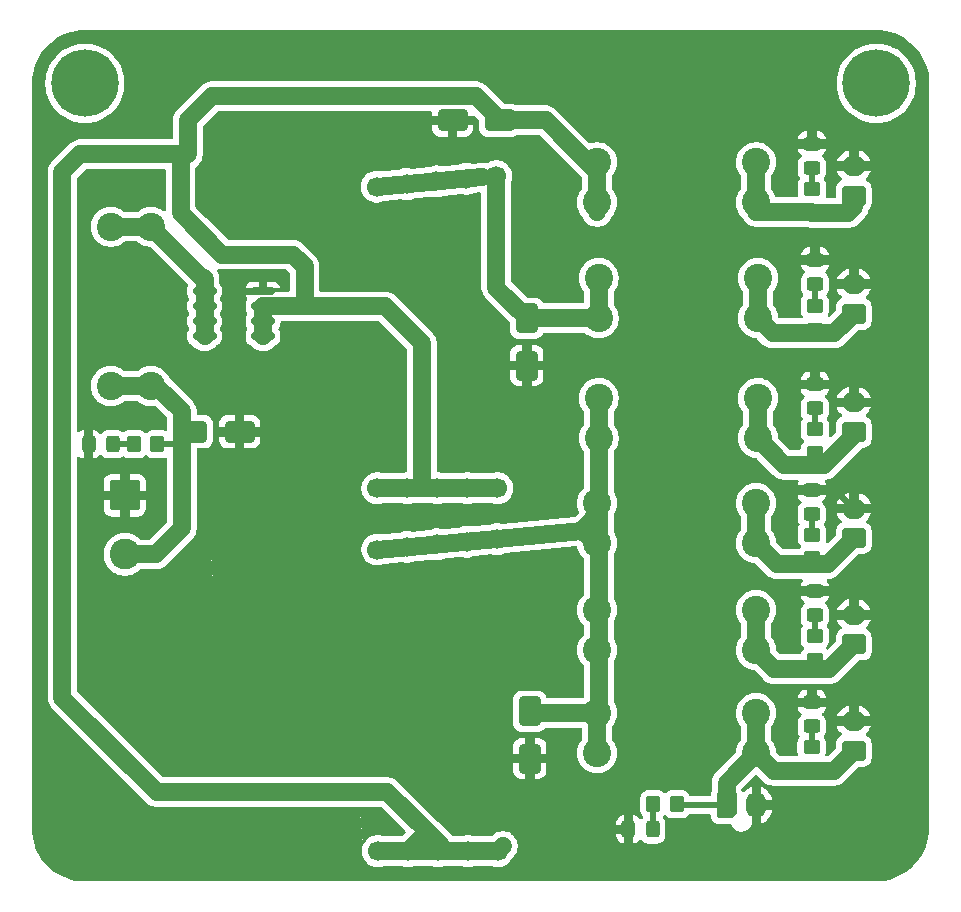
<source format=gbr>
%TF.GenerationSoftware,KiCad,Pcbnew,9.0.2*%
%TF.CreationDate,2025-06-04T00:28:30+07:00*%
%TF.ProjectId,PDM MOTHERBOARD,50444d20-4d4f-4544-9845-52424f415244,rev?*%
%TF.SameCoordinates,Original*%
%TF.FileFunction,Copper,L1,Top*%
%TF.FilePolarity,Positive*%
%FSLAX46Y46*%
G04 Gerber Fmt 4.6, Leading zero omitted, Abs format (unit mm)*
G04 Created by KiCad (PCBNEW 9.0.2) date 2025-06-04 00:28:30*
%MOMM*%
%LPD*%
G01*
G04 APERTURE LIST*
G04 Aperture macros list*
%AMRoundRect*
0 Rectangle with rounded corners*
0 $1 Rounding radius*
0 $2 $3 $4 $5 $6 $7 $8 $9 X,Y pos of 4 corners*
0 Add a 4 corners polygon primitive as box body*
4,1,4,$2,$3,$4,$5,$6,$7,$8,$9,$2,$3,0*
0 Add four circle primitives for the rounded corners*
1,1,$1+$1,$2,$3*
1,1,$1+$1,$4,$5*
1,1,$1+$1,$6,$7*
1,1,$1+$1,$8,$9*
0 Add four rect primitives between the rounded corners*
20,1,$1+$1,$2,$3,$4,$5,0*
20,1,$1+$1,$4,$5,$6,$7,0*
20,1,$1+$1,$6,$7,$8,$9,0*
20,1,$1+$1,$8,$9,$2,$3,0*%
%AMRotRect*
0 Rectangle, with rotation*
0 The origin of the aperture is its center*
0 $1 length*
0 $2 width*
0 $3 Rotation angle, in degrees counterclockwise*
0 Add horizontal line*
21,1,$1,$2,0,0,$3*%
%AMFreePoly0*
4,1,22,0.945671,0.830970,1.026777,0.776777,1.080970,0.695671,1.100000,0.600000,1.100000,-0.600000,1.080970,-0.695671,1.026777,-0.776777,0.945671,-0.830970,0.850000,-0.850000,-0.596447,-0.850000,-0.692118,-0.830970,-0.773224,-0.776777,-1.026777,-0.523224,-1.080970,-0.442118,-1.100000,-0.346447,-1.100000,0.600000,-1.080970,0.695671,-1.026777,0.776777,-0.945671,0.830970,-0.850000,0.850000,
0.850000,0.850000,0.945671,0.830970,0.945671,0.830970,$1*%
G04 Aperture macros list end*
%TA.AperFunction,ComponentPad*%
%ADD10C,2.400000*%
%TD*%
%TA.AperFunction,SMDPad,CuDef*%
%ADD11RoundRect,0.250000X0.450000X-0.350000X0.450000X0.350000X-0.450000X0.350000X-0.450000X-0.350000X0*%
%TD*%
%TA.AperFunction,SMDPad,CuDef*%
%ADD12RoundRect,0.250000X-0.450000X0.325000X-0.450000X-0.325000X0.450000X-0.325000X0.450000X0.325000X0*%
%TD*%
%TA.AperFunction,ComponentPad*%
%ADD13RoundRect,0.250000X0.750000X-0.600000X0.750000X0.600000X-0.750000X0.600000X-0.750000X-0.600000X0*%
%TD*%
%TA.AperFunction,ComponentPad*%
%ADD14O,2.000000X1.700000*%
%TD*%
%TA.AperFunction,ComponentPad*%
%ADD15FreePoly0,90.000000*%
%TD*%
%TA.AperFunction,ComponentPad*%
%ADD16O,1.700000X2.200000*%
%TD*%
%TA.AperFunction,ComponentPad*%
%ADD17R,1.700000X1.700000*%
%TD*%
%TA.AperFunction,ComponentPad*%
%ADD18C,1.700000*%
%TD*%
%TA.AperFunction,ComponentPad*%
%ADD19RotRect,1.700000X1.700000X95.000000*%
%TD*%
%TA.AperFunction,SMDPad,CuDef*%
%ADD20RoundRect,0.250000X0.350000X0.450000X-0.350000X0.450000X-0.350000X-0.450000X0.350000X-0.450000X0*%
%TD*%
%TA.AperFunction,SMDPad,CuDef*%
%ADD21RoundRect,0.150000X0.825000X0.150000X-0.825000X0.150000X-0.825000X-0.150000X0.825000X-0.150000X0*%
%TD*%
%TA.AperFunction,SMDPad,CuDef*%
%ADD22RoundRect,0.250000X-0.650000X1.000000X-0.650000X-1.000000X0.650000X-1.000000X0.650000X1.000000X0*%
%TD*%
%TA.AperFunction,ComponentPad*%
%ADD23C,3.600000*%
%TD*%
%TA.AperFunction,ConnectorPad*%
%ADD24C,5.700000*%
%TD*%
%TA.AperFunction,SMDPad,CuDef*%
%ADD25RoundRect,0.250000X1.000000X0.650000X-1.000000X0.650000X-1.000000X-0.650000X1.000000X-0.650000X0*%
%TD*%
%TA.AperFunction,SMDPad,CuDef*%
%ADD26RoundRect,0.250000X-1.000000X-0.650000X1.000000X-0.650000X1.000000X0.650000X-1.000000X0.650000X0*%
%TD*%
%TA.AperFunction,SMDPad,CuDef*%
%ADD27RoundRect,0.250000X-0.325000X-0.450000X0.325000X-0.450000X0.325000X0.450000X-0.325000X0.450000X0*%
%TD*%
%TA.AperFunction,ComponentPad*%
%ADD28RoundRect,0.250000X-1.050000X1.050000X-1.050000X-1.050000X1.050000X-1.050000X1.050000X1.050000X0*%
%TD*%
%TA.AperFunction,ComponentPad*%
%ADD29C,2.600000*%
%TD*%
%TA.AperFunction,Conductor*%
%ADD30C,0.500000*%
%TD*%
%TA.AperFunction,Conductor*%
%ADD31C,1.500000*%
%TD*%
G04 APERTURE END LIST*
D10*
%TO.P,F2,1_1*%
%TO.N,3Vin*%
X121404000Y-36986000D03*
%TO.P,F2,1_2*%
X121404000Y-40386000D03*
%TO.P,F2,2_1*%
%TO.N,Net-(3v3out1-Pin_1)*%
X134874000Y-36986000D03*
%TO.P,F2,2_2*%
X134874000Y-40386000D03*
%TD*%
%TO.P,F7,1_1*%
%TO.N,12tobuck*%
X121265000Y-27178000D03*
%TO.P,F7,1_2*%
X121265000Y-30578000D03*
%TO.P,F7,2_1*%
%TO.N,Net-(12vout1-Pin_1)*%
X134735000Y-27178000D03*
%TO.P,F7,2_2*%
X134735000Y-30578000D03*
%TD*%
D11*
%TO.P,R2,1*%
%TO.N,Net-(3v3out1-Pin_1)*%
X139700000Y-41370000D03*
%TO.P,R2,2*%
%TO.N,Net-(D3-A)*%
X139700000Y-39370000D03*
%TD*%
D12*
%TO.P,D7,1,K*%
%TO.N,GND*%
X139700000Y-45974000D03*
%TO.P,D7,2,A*%
%TO.N,Net-(D7-A)*%
X139700000Y-48024000D03*
%TD*%
D13*
%TO.P,5out5,1,Pin_1*%
%TO.N,Net-(5out5-Pin_1)*%
X143000000Y-50000000D03*
D14*
%TO.P,5out5,2,Pin_2*%
%TO.N,GND*%
X143000000Y-47500000D03*
%TD*%
D15*
%TO.P,5out2,1,Pin_1*%
%TO.N,/5v_f3*%
X132239930Y-81608000D03*
D16*
%TO.P,5out2,2,Pin_2*%
%TO.N,GND*%
X134739930Y-81608000D03*
%TD*%
D13*
%TO.P,3v3out1,1,Pin_1*%
%TO.N,Net-(3v3out1-Pin_1)*%
X143002000Y-40000000D03*
D14*
%TO.P,3v3out1,2,Pin_2*%
%TO.N,GND*%
X143002000Y-37500000D03*
%TD*%
D11*
%TO.P,R1,1*%
%TO.N,Net-(12vout1-Pin_1)*%
X139446000Y-31464000D03*
%TO.P,R1,2*%
%TO.N,Net-(D2-A)*%
X139446000Y-29464000D03*
%TD*%
D12*
%TO.P,D8,1,K*%
%TO.N,GND*%
X139442076Y-54929963D03*
%TO.P,D8,2,A*%
%TO.N,Net-(D8-A)*%
X139442076Y-56979963D03*
%TD*%
D11*
%TO.P,R5,1*%
%TO.N,Net-(5out4-Pin_1)*%
X139700000Y-69310000D03*
%TO.P,R5,2*%
%TO.N,Net-(D9-A)*%
X139700000Y-67310000D03*
%TD*%
%TO.P,R4,1*%
%TO.N,Net-(5out1-Pin_1)*%
X139446000Y-60706000D03*
%TO.P,R4,2*%
%TO.N,Net-(D8-A)*%
X139446000Y-58706000D03*
%TD*%
D10*
%TO.P,F9,1_1*%
%TO.N,Net-(12in1-Pin_2)*%
X80088000Y-46105000D03*
%TO.P,F9,1_2*%
X83488000Y-46105000D03*
%TO.P,F9,2_1*%
%TO.N,Net-(U1-D)*%
X80088000Y-32635000D03*
%TO.P,F9,2_2*%
X83488000Y-32635000D03*
%TD*%
D13*
%TO.P,5out4,1,Pin_1*%
%TO.N,Net-(5out4-Pin_1)*%
X143000000Y-68000000D03*
D14*
%TO.P,5out4,2,Pin_2*%
%TO.N,GND*%
X143000000Y-65500000D03*
%TD*%
D13*
%TO.P,5out3,1,Pin_1*%
%TO.N,/5v_f3*%
X143000000Y-77000000D03*
D14*
%TO.P,5out3,2,Pin_2*%
%TO.N,GND*%
X143000000Y-74500000D03*
%TD*%
D13*
%TO.P,12vout1,1,Pin_1*%
%TO.N,Net-(12vout1-Pin_1)*%
X143002000Y-30000000D03*
D14*
%TO.P,12vout1,2,Pin_2*%
%TO.N,GND*%
X143002000Y-27500000D03*
%TD*%
D12*
%TO.P,D9,1,K*%
%TO.N,GND*%
X139700000Y-63482000D03*
%TO.P,D9,2,A*%
%TO.N,Net-(D9-A)*%
X139700000Y-65532000D03*
%TD*%
D17*
%TO.P,U2,1,GND*%
%TO.N,GND*%
X89952620Y-54775348D03*
D18*
%TO.P,U2,2,GND*%
X92492620Y-54775348D03*
%TO.P,U2,3,GND*%
X95032620Y-54775348D03*
%TO.P,U2,4,GND*%
X97572620Y-54775348D03*
%TO.P,U2,5,GND*%
X100112620Y-54775348D03*
%TO.P,U2,6,12VIN*%
%TO.N,12tobuck*%
X102652620Y-54775348D03*
%TO.P,U2,7,12VIN*%
X105192620Y-54775348D03*
%TO.P,U2,8,12VIN*%
X107732620Y-54775348D03*
%TO.P,U2,9,12VIN*%
X110272620Y-54775348D03*
%TO.P,U2,10,12VIN*%
X112812620Y-54775348D03*
D19*
%TO.P,U2,11,GND*%
%TO.N,GND*%
X89954662Y-30349502D03*
D18*
%TO.P,U2,12,GND*%
X92484997Y-30128126D03*
%TO.P,U2,13,GND*%
X95015331Y-29906751D03*
%TO.P,U2,14,GND*%
X97545666Y-29685375D03*
%TO.P,U2,15,GND*%
X100076000Y-29464000D03*
%TO.P,U2,16,3V3*%
%TO.N,3Vin*%
X102606335Y-29242624D03*
%TO.P,U2,17,3V3*%
X105136669Y-29021248D03*
%TO.P,U2,18,3V3*%
X107667004Y-28799873D03*
%TO.P,U2,19,3V3*%
X110197338Y-28578497D03*
%TO.P,U2,20,3V3*%
X112727673Y-28357122D03*
%TD*%
D20*
%TO.P,R8,1*%
%TO.N,Net-(12in1-Pin_2)*%
X84042000Y-51054000D03*
%TO.P,R8,2*%
%TO.N,Net-(D12-A)*%
X82042000Y-51054000D03*
%TD*%
D21*
%TO.P,U1,1,D*%
%TO.N,Net-(U1-D)*%
X88025000Y-41912500D03*
X88025000Y-40642500D03*
X88025000Y-39372500D03*
X88025000Y-38102500D03*
%TO.P,U1,2,G*%
%TO.N,GND*%
X92975000Y-38102500D03*
%TO.P,U1,3,S*%
%TO.N,12tobuck*%
X92975000Y-41912500D03*
X92975000Y-40642500D03*
X92975000Y-39372500D03*
%TD*%
D10*
%TO.P,F5,1_1*%
%TO.N,5Vin*%
X121265000Y-65084753D03*
%TO.P,F5,1_2*%
X121265000Y-68484753D03*
%TO.P,F5,2_1*%
%TO.N,Net-(5out4-Pin_1)*%
X134735000Y-65084753D03*
%TO.P,F5,2_2*%
X134735000Y-68484753D03*
%TD*%
%TO.P,F8,1_1*%
%TO.N,5Vin*%
X121404000Y-47146000D03*
%TO.P,F8,1_2*%
X121404000Y-50546000D03*
%TO.P,F8,2_1*%
%TO.N,Net-(5out5-Pin_1)*%
X134874000Y-47146000D03*
%TO.P,F8,2_2*%
X134874000Y-50546000D03*
%TD*%
D12*
%TO.P,D3,1,K*%
%TO.N,GND*%
X139717524Y-35444890D03*
%TO.P,D3,2,A*%
%TO.N,Net-(D3-A)*%
X139717524Y-37494890D03*
%TD*%
D10*
%TO.P,F6,1_1*%
%TO.N,5Vin*%
X121265000Y-73800000D03*
%TO.P,F6,1_2*%
X121265000Y-77200000D03*
%TO.P,F6,2_1*%
%TO.N,/5v_f3*%
X134735000Y-73800000D03*
%TO.P,F6,2_2*%
X134735000Y-77200000D03*
%TD*%
D20*
%TO.P,R7,1*%
%TO.N,/5v_f3*%
X128016000Y-81534000D03*
%TO.P,R7,2*%
%TO.N,Net-(D11-A)*%
X126016000Y-81534000D03*
%TD*%
D22*
%TO.P,D4,1,A1*%
%TO.N,5Vin*%
X115570000Y-73660000D03*
%TO.P,D4,2,A2*%
%TO.N,GND*%
X115570000Y-77660000D03*
%TD*%
D23*
%TO.P,H2,1,1*%
%TO.N,GND*%
X77898000Y-83494000D03*
D24*
X77898000Y-83494000D03*
%TD*%
D22*
%TO.P,D5,1,A1*%
%TO.N,3Vin*%
X115316000Y-40386000D03*
%TO.P,D5,2,A2*%
%TO.N,GND*%
X115316000Y-44386000D03*
%TD*%
D25*
%TO.P,D6,1,A1*%
%TO.N,12tobuck*%
X113030000Y-23622000D03*
%TO.P,D6,2,A2*%
%TO.N,GND*%
X109030000Y-23622000D03*
%TD*%
D26*
%TO.P,D1,1,A1*%
%TO.N,Net-(12in1-Pin_2)*%
X87000000Y-50000000D03*
%TO.P,D1,2,A2*%
%TO.N,GND*%
X91000000Y-50000000D03*
%TD*%
D23*
%TO.P,H3,1,1*%
%TO.N,N/C*%
X77898000Y-20494000D03*
D24*
X77898000Y-20494000D03*
%TD*%
D27*
%TO.P,D11,1,K*%
%TO.N,GND*%
X123921115Y-83659872D03*
%TO.P,D11,2,A*%
%TO.N,Net-(D11-A)*%
X125971115Y-83659872D03*
%TD*%
D13*
%TO.P,5out1,1,Pin_1*%
%TO.N,Net-(5out1-Pin_1)*%
X143000000Y-59000000D03*
D14*
%TO.P,5out1,2,Pin_2*%
%TO.N,GND*%
X143000000Y-56500000D03*
%TD*%
D23*
%TO.P,H1,1,1*%
%TO.N,GND*%
X144898000Y-83494000D03*
D24*
X144898000Y-83494000D03*
%TD*%
D17*
%TO.P,U3,1,GND*%
%TO.N,GND*%
X90000947Y-85498626D03*
D18*
%TO.P,U3,2,GND*%
X92540947Y-85498626D03*
%TO.P,U3,3,GND*%
X95080947Y-85498626D03*
%TO.P,U3,4,GND*%
X97620947Y-85498626D03*
%TO.P,U3,5,GND*%
X100160947Y-85498626D03*
%TO.P,U3,6,12VIN*%
%TO.N,12tobuck*%
X102700947Y-85498626D03*
%TO.P,U3,7,12VIN*%
X105240947Y-85498626D03*
%TO.P,U3,8,12VIN*%
X107780947Y-85498626D03*
%TO.P,U3,9,12VIN*%
X110320947Y-85498626D03*
%TO.P,U3,10,12VIN*%
X112860947Y-85498626D03*
D19*
%TO.P,U3,11,GND*%
%TO.N,GND*%
X90002989Y-61072780D03*
D18*
%TO.P,U3,12,GND*%
X92533324Y-60851404D03*
%TO.P,U3,13,GND*%
X95063658Y-60630029D03*
%TO.P,U3,14,GND*%
X97593993Y-60408653D03*
%TO.P,U3,15,GND*%
X100124327Y-60187278D03*
%TO.P,U3,16,5V*%
%TO.N,5Vin*%
X102654662Y-59965902D03*
%TO.P,U3,17,5V*%
X105184996Y-59744526D03*
%TO.P,U3,18,5V*%
X107715331Y-59523151D03*
%TO.P,U3,19,5V*%
X110245665Y-59301775D03*
%TO.P,U3,20,5V*%
X112776000Y-59080400D03*
%TD*%
D12*
%TO.P,D10,1,K*%
%TO.N,GND*%
X139446000Y-72898511D03*
%TO.P,D10,2,A*%
%TO.N,Net-(D10-A)*%
X139446000Y-74948511D03*
%TD*%
D10*
%TO.P,F4,1_1*%
%TO.N,5Vin*%
X121265000Y-56036000D03*
%TO.P,F4,1_2*%
X121265000Y-59436000D03*
%TO.P,F4,2_1*%
%TO.N,Net-(5out1-Pin_1)*%
X134735000Y-56036000D03*
%TO.P,F4,2_2*%
X134735000Y-59436000D03*
%TD*%
D11*
%TO.P,R6,1*%
%TO.N,/5v_f3*%
X139428881Y-78708000D03*
%TO.P,R6,2*%
%TO.N,Net-(D10-A)*%
X139428881Y-76708000D03*
%TD*%
D23*
%TO.P,H4,1,1*%
%TO.N,N/C*%
X144898000Y-20494000D03*
D24*
X144898000Y-20494000D03*
%TD*%
D12*
%TO.P,D2,1,K*%
%TO.N,GND*%
X139446000Y-25622000D03*
%TO.P,D2,2,A*%
%TO.N,Net-(D2-A)*%
X139446000Y-27672000D03*
%TD*%
D11*
%TO.P,R3,1*%
%TO.N,Net-(5out5-Pin_1)*%
X139700000Y-51784000D03*
%TO.P,R3,2*%
%TO.N,Net-(D7-A)*%
X139700000Y-49784000D03*
%TD*%
D27*
%TO.P,D12,1,K*%
%TO.N,GND*%
X78214000Y-51054000D03*
%TO.P,D12,2,A*%
%TO.N,Net-(D12-A)*%
X80264000Y-51054000D03*
%TD*%
D28*
%TO.P,12in1,1,Pin_1*%
%TO.N,GND*%
X81280000Y-55372000D03*
D29*
%TO.P,12in1,2,Pin_2*%
%TO.N,Net-(12in1-Pin_2)*%
X81280000Y-60372000D03*
%TD*%
D30*
%TO.N,Net-(12in1-Pin_2)*%
X84042000Y-51054000D02*
X85852000Y-51054000D01*
D31*
X80088000Y-46105000D02*
X83488000Y-46105000D01*
D30*
X85852000Y-51054000D02*
X86106000Y-51308000D01*
D31*
X86106000Y-58166000D02*
X83900000Y-60372000D01*
X83951000Y-46105000D02*
X86106000Y-48260000D01*
X86106000Y-48260000D02*
X86106000Y-51308000D01*
X83488000Y-46105000D02*
X83951000Y-46105000D01*
X86106000Y-51308000D02*
X86106000Y-58166000D01*
X83900000Y-60372000D02*
X81280000Y-60372000D01*
%TO.N,Net-(3v3out1-Pin_1)*%
X141346000Y-41656000D02*
X143002000Y-40000000D01*
X136144000Y-41656000D02*
X141346000Y-41656000D01*
X134874000Y-40386000D02*
X136144000Y-41656000D01*
X134874000Y-36986000D02*
X134874000Y-40386000D01*
%TO.N,5Vin*%
X120000000Y-58373161D02*
X121274786Y-56993933D01*
X112776000Y-59080400D02*
X120000000Y-58373161D01*
X121265000Y-73800000D02*
X121265000Y-77200000D01*
X121265000Y-73299000D02*
X121404000Y-73160000D01*
X121265000Y-73800000D02*
X115710000Y-73800000D01*
X121404000Y-73160000D02*
X121404000Y-47146000D01*
X120000000Y-58373161D02*
X121369075Y-58239127D01*
X115710000Y-73800000D02*
X115570000Y-73660000D01*
X121265000Y-73800000D02*
X121265000Y-73299000D01*
X120000000Y-58373161D02*
X121286350Y-59445497D01*
X102654662Y-59965902D02*
X112776000Y-59080400D01*
%TO.N,3Vin*%
X121404000Y-36986000D02*
X121404000Y-40386000D01*
X112727673Y-28357122D02*
X112727673Y-37797673D01*
X102606335Y-29242624D02*
X111506000Y-28464004D01*
X112727673Y-37797673D02*
X115316000Y-40386000D01*
X115316000Y-40386000D02*
X121404000Y-40386000D01*
%TO.N,Net-(5out1-Pin_1)*%
X134735000Y-59436000D02*
X136513000Y-61214000D01*
X134735000Y-56036000D02*
X134735000Y-59436000D01*
X140786000Y-61214000D02*
X143000000Y-59000000D01*
X136513000Y-61214000D02*
X140786000Y-61214000D01*
%TO.N,Net-(12vout1-Pin_1)*%
X134735000Y-31384299D02*
X139366299Y-31384299D01*
X139366299Y-31384299D02*
X139446000Y-31464000D01*
X142538000Y-31464000D02*
X143002000Y-31000000D01*
X134735000Y-27984299D02*
X134735000Y-31384299D01*
X139446000Y-31464000D02*
X142538000Y-31464000D01*
%TO.N,Net-(5out4-Pin_1)*%
X134735000Y-65084753D02*
X134735000Y-68484753D01*
X136259000Y-70104000D02*
X139446000Y-70104000D01*
X140896000Y-70104000D02*
X143000000Y-68000000D01*
X134735000Y-68580000D02*
X136259000Y-70104000D01*
X139446000Y-70104000D02*
X140896000Y-70104000D01*
%TO.N,Net-(U1-D)*%
X88000000Y-37000000D02*
X88025000Y-37025000D01*
X83488000Y-32635000D02*
X80088000Y-32635000D01*
X83488000Y-32635000D02*
X87853000Y-37000000D01*
X88025000Y-37025000D02*
X88025000Y-41912500D01*
X87853000Y-37000000D02*
X88000000Y-37000000D01*
D30*
%TO.N,Net-(D2-A)*%
X139446000Y-29464000D02*
X139446000Y-27672000D01*
%TO.N,Net-(D3-A)*%
X139700000Y-37512414D02*
X139717524Y-37494890D01*
X139700000Y-39370000D02*
X139700000Y-37512414D01*
%TO.N,Net-(D7-A)*%
X139700000Y-49784000D02*
X139700000Y-48024000D01*
%TO.N,Net-(D8-A)*%
X139446000Y-56983887D02*
X139442076Y-56979963D01*
X139446000Y-58706000D02*
X139446000Y-56983887D01*
%TO.N,Net-(D9-A)*%
X139700000Y-65532000D02*
X139700000Y-67310000D01*
%TO.N,Net-(D10-A)*%
X139446000Y-76690881D02*
X139428881Y-76708000D01*
X139446000Y-74948511D02*
X139446000Y-76690881D01*
%TO.N,Net-(D11-A)*%
X125805361Y-81800551D02*
X125760476Y-81845436D01*
X126016000Y-81534000D02*
X126016000Y-83614987D01*
D31*
%TO.N,12tobuck*%
X76000000Y-28000000D02*
X76000000Y-72500000D01*
X107000687Y-83999313D02*
X108500000Y-85498626D01*
X88646000Y-21590000D02*
X86614000Y-23622000D01*
X86000000Y-31500000D02*
X86000000Y-26500000D01*
X96500000Y-39372500D02*
X96500000Y-36000000D01*
X89500000Y-35000000D02*
X86000000Y-31500000D01*
X112860947Y-85498626D02*
X108500000Y-85498626D01*
X103501374Y-80500000D02*
X107000687Y-83999313D01*
X108500000Y-85498626D02*
X102700947Y-85498626D01*
X77500000Y-26500000D02*
X76000000Y-28000000D01*
X113030000Y-23622000D02*
X116902701Y-23622000D01*
X92975000Y-39372500D02*
X92975000Y-41912500D01*
X95500000Y-35000000D02*
X89500000Y-35000000D01*
X102652620Y-54775348D02*
X106426000Y-54775348D01*
X121265000Y-27984299D02*
X121265000Y-31384299D01*
X107000687Y-83999313D02*
X106740260Y-83999313D01*
X86614000Y-23622000D02*
X86614000Y-26500000D01*
X106426000Y-54775348D02*
X112812620Y-54775348D01*
X92975000Y-39372500D02*
X96500000Y-39372500D01*
X84000000Y-80500000D02*
X103501374Y-80500000D01*
X103298500Y-39372500D02*
X106426000Y-42500000D01*
X86000000Y-26500000D02*
X77500000Y-26500000D01*
X96500000Y-39372500D02*
X103298500Y-39372500D01*
X106426000Y-42500000D02*
X106426000Y-54775348D01*
X76000000Y-72500000D02*
X84000000Y-80500000D01*
X116902701Y-23622000D02*
X121265000Y-27984299D01*
X113030000Y-23622000D02*
X110998000Y-21590000D01*
X110998000Y-21590000D02*
X88646000Y-21590000D01*
X113284000Y-85075573D02*
X112860947Y-85498626D01*
X106740260Y-83999313D02*
X105240947Y-85498626D01*
X96500000Y-36000000D02*
X95500000Y-35000000D01*
X86614000Y-26500000D02*
X86000000Y-26500000D01*
D30*
%TO.N,Net-(D12-A)*%
X82042000Y-51054000D02*
X80264000Y-51054000D01*
D31*
%TO.N,Net-(5out5-Pin_1)*%
X137128000Y-52800000D02*
X139700000Y-52800000D01*
X134874000Y-50546000D02*
X137128000Y-52800000D01*
X139700000Y-52800000D02*
X140494000Y-52800000D01*
X143000000Y-50294000D02*
X143000000Y-50000000D01*
X134874000Y-47146000D02*
X134874000Y-50546000D01*
X140494000Y-52800000D02*
X143000000Y-50294000D01*
D30*
%TO.N,GND*%
X139442076Y-54929963D02*
X141429963Y-54929963D01*
X141429963Y-54929963D02*
X143000000Y-56500000D01*
D31*
%TO.N,/5v_f3*%
X134735000Y-77200000D02*
X132239930Y-79695070D01*
X134735000Y-77200000D02*
X136243000Y-78708000D01*
X132239930Y-79695070D02*
X132239930Y-81608000D01*
D30*
X128016000Y-81534000D02*
X128090000Y-81608000D01*
D31*
X134735000Y-73800000D02*
X134735000Y-77200000D01*
X139428881Y-78708000D02*
X141292000Y-78708000D01*
D30*
X128090000Y-81608000D02*
X132239930Y-81608000D01*
D31*
X136243000Y-78708000D02*
X139428881Y-78708000D01*
X141292000Y-78708000D02*
X143000000Y-77000000D01*
%TD*%
%TA.AperFunction,Conductor*%
%TO.N,GND*%
G36*
X101759022Y-58951644D02*
G01*
X101624552Y-59086115D01*
X101499613Y-59258081D01*
X101403106Y-59447487D01*
X101337415Y-59649662D01*
X101304162Y-59859615D01*
X101304162Y-60072188D01*
X101323302Y-60193037D01*
X101337416Y-60282145D01*
X101348924Y-60317564D01*
X101403106Y-60484316D01*
X101499613Y-60673722D01*
X101624552Y-60845688D01*
X101774875Y-60996011D01*
X101946841Y-61120950D01*
X101946843Y-61120951D01*
X101946846Y-61120953D01*
X101982473Y-61139105D01*
X102206013Y-63327444D01*
X88813022Y-64008000D01*
X88494141Y-58921092D01*
X88392000Y-58928000D01*
X101655219Y-57935461D01*
X101759022Y-58951644D01*
G37*
%TD.AperFunction*%
%TD*%
%TA.AperFunction,Conductor*%
%TO.N,GND*%
G36*
X101452812Y-84973494D02*
G01*
X101449391Y-84980211D01*
X101383700Y-85182386D01*
X101379992Y-85205800D01*
X101350447Y-85392339D01*
X101350447Y-85604913D01*
X101383701Y-85814869D01*
X101436917Y-85978651D01*
X101449391Y-86017040D01*
X101545898Y-86206446D01*
X101584135Y-86259076D01*
X101715245Y-87542566D01*
X91424174Y-88065500D01*
X88312373Y-88065500D01*
X88003373Y-83136214D01*
X87901232Y-83143122D01*
X101164451Y-82150583D01*
X101452812Y-84973494D01*
G37*
%TD.AperFunction*%
%TD*%
%TA.AperFunction,Conductor*%
%TO.N,GND*%
G36*
X102179896Y-27961182D02*
G01*
X102087920Y-27991068D01*
X101898514Y-28087575D01*
X101726548Y-28212514D01*
X101576225Y-28362837D01*
X101451286Y-28534803D01*
X101354779Y-28724209D01*
X101289088Y-28926384D01*
X101255835Y-29136337D01*
X101255835Y-29348910D01*
X101289088Y-29558863D01*
X101354779Y-29761038D01*
X101451286Y-29950444D01*
X101576225Y-30122410D01*
X101726548Y-30272733D01*
X101898514Y-30397672D01*
X101898516Y-30397673D01*
X101898519Y-30397675D01*
X102087923Y-30494181D01*
X102290092Y-30559870D01*
X102447906Y-30584865D01*
X102574454Y-31823695D01*
X88792490Y-32524016D01*
X88127012Y-31858538D01*
X87851829Y-27468704D01*
X87749688Y-27475612D01*
X102021199Y-26407619D01*
X102179896Y-27961182D01*
G37*
%TD.AperFunction*%
%TD*%
%TA.AperFunction,Conductor*%
%TO.N,GND*%
G36*
X144901541Y-15994618D02*
G01*
X145285697Y-16011432D01*
X145296474Y-16012376D01*
X145675847Y-16062445D01*
X145686514Y-16064331D01*
X146060040Y-16147347D01*
X146070500Y-16150157D01*
X146435344Y-16265490D01*
X146445523Y-16269204D01*
X146798911Y-16415979D01*
X146808725Y-16420568D01*
X147147923Y-16597647D01*
X147157282Y-16603066D01*
X147479737Y-16809118D01*
X147488602Y-16815345D01*
X147678062Y-16961203D01*
X147791791Y-17048758D01*
X147800082Y-17055739D01*
X147930598Y-17175768D01*
X148081727Y-17314755D01*
X148089379Y-17322436D01*
X148347322Y-17605074D01*
X148354262Y-17613380D01*
X148496497Y-17799601D01*
X148586524Y-17917470D01*
X148592723Y-17926367D01*
X148797525Y-18249579D01*
X148802923Y-18258984D01*
X148978702Y-18598850D01*
X148983258Y-18608691D01*
X149128674Y-18962623D01*
X149132352Y-18972824D01*
X149246287Y-19338097D01*
X149249060Y-19348579D01*
X149252480Y-19364248D01*
X149328522Y-19712670D01*
X149330648Y-19722408D01*
X149332495Y-19733095D01*
X149381110Y-20112633D01*
X149382016Y-20123438D01*
X149397395Y-20508491D01*
X149397494Y-20513508D01*
X149397493Y-20513684D01*
X149397252Y-20577081D01*
X149397458Y-20577864D01*
X149397454Y-20586627D01*
X149397454Y-20586634D01*
X149359543Y-83491795D01*
X149359500Y-83492468D01*
X149359500Y-83563293D01*
X149359382Y-83568702D01*
X149342614Y-83952750D01*
X149341671Y-83963526D01*
X149291849Y-84341957D01*
X149289971Y-84352610D01*
X149207354Y-84725272D01*
X149204554Y-84735721D01*
X149089775Y-85099755D01*
X149086075Y-85109921D01*
X148940002Y-85462572D01*
X148935430Y-85472376D01*
X148759183Y-85810942D01*
X148753775Y-85820310D01*
X148548681Y-86142244D01*
X148542476Y-86151105D01*
X148310110Y-86453930D01*
X148303156Y-86462217D01*
X148045284Y-86743635D01*
X148037635Y-86751284D01*
X147756217Y-87009156D01*
X147747930Y-87016110D01*
X147445105Y-87248476D01*
X147436244Y-87254681D01*
X147114310Y-87459775D01*
X147104942Y-87465183D01*
X146766376Y-87641430D01*
X146756572Y-87646002D01*
X146403921Y-87792075D01*
X146393755Y-87795775D01*
X146029721Y-87910554D01*
X146019272Y-87913354D01*
X145646610Y-87995971D01*
X145635957Y-87997849D01*
X145257526Y-88047671D01*
X145246750Y-88048614D01*
X144862703Y-88065382D01*
X144857294Y-88065500D01*
X91424174Y-88065500D01*
X101715245Y-87542566D01*
X101584135Y-86259076D01*
X101670837Y-86378412D01*
X101821160Y-86528735D01*
X101993126Y-86653674D01*
X101993128Y-86653675D01*
X101993131Y-86653677D01*
X102182535Y-86750183D01*
X102384704Y-86815872D01*
X102594660Y-86849126D01*
X102594661Y-86849126D01*
X102807233Y-86849126D01*
X102807234Y-86849126D01*
X103017190Y-86815872D01*
X103148173Y-86773312D01*
X103203935Y-86755195D01*
X103242253Y-86749126D01*
X104699641Y-86749126D01*
X104737959Y-86755195D01*
X104810735Y-86778841D01*
X104924704Y-86815872D01*
X105134660Y-86849126D01*
X105134661Y-86849126D01*
X105347233Y-86849126D01*
X105347234Y-86849126D01*
X105557190Y-86815872D01*
X105688173Y-86773312D01*
X105743935Y-86755195D01*
X105782253Y-86749126D01*
X107239641Y-86749126D01*
X107277959Y-86755195D01*
X107350735Y-86778841D01*
X107464704Y-86815872D01*
X107674660Y-86849126D01*
X107674661Y-86849126D01*
X107887233Y-86849126D01*
X107887234Y-86849126D01*
X108097190Y-86815872D01*
X108228173Y-86773312D01*
X108283935Y-86755195D01*
X108322253Y-86749126D01*
X108401583Y-86749126D01*
X108401584Y-86749126D01*
X108598417Y-86749126D01*
X109779641Y-86749126D01*
X109817959Y-86755195D01*
X109890735Y-86778841D01*
X110004704Y-86815872D01*
X110214660Y-86849126D01*
X110214661Y-86849126D01*
X110427233Y-86849126D01*
X110427234Y-86849126D01*
X110637190Y-86815872D01*
X110768173Y-86773312D01*
X110823935Y-86755195D01*
X110862253Y-86749126D01*
X112319641Y-86749126D01*
X112357959Y-86755195D01*
X112430735Y-86778841D01*
X112544704Y-86815872D01*
X112754660Y-86849126D01*
X112754661Y-86849126D01*
X112967233Y-86849126D01*
X112967234Y-86849126D01*
X113177190Y-86815872D01*
X113379359Y-86750183D01*
X113568763Y-86653677D01*
X113655422Y-86590716D01*
X113740733Y-86528735D01*
X113740735Y-86528732D01*
X113740739Y-86528730D01*
X113891051Y-86378418D01*
X113891053Y-86378414D01*
X113891056Y-86378412D01*
X114015997Y-86206443D01*
X114032709Y-86173645D01*
X114105142Y-86031486D01*
X114127946Y-86000100D01*
X114237823Y-85890224D01*
X114237823Y-85890223D01*
X114237828Y-85890219D01*
X114353524Y-85730978D01*
X114442883Y-85555599D01*
X114503709Y-85368400D01*
X114520504Y-85262358D01*
X114534500Y-85173995D01*
X114534500Y-84977151D01*
X114514262Y-84849377D01*
X114503709Y-84782747D01*
X114442883Y-84595547D01*
X114442881Y-84595544D01*
X114442880Y-84595539D01*
X114353525Y-84420169D01*
X114259993Y-84291435D01*
X114237828Y-84260928D01*
X114136758Y-84159858D01*
X122846116Y-84159858D01*
X122856609Y-84262569D01*
X122911756Y-84428991D01*
X122911758Y-84428996D01*
X123003799Y-84578217D01*
X123127769Y-84702187D01*
X123276990Y-84794228D01*
X123276995Y-84794230D01*
X123443417Y-84849377D01*
X123521114Y-84857315D01*
X123521115Y-84857314D01*
X123521115Y-84059872D01*
X122846116Y-84059872D01*
X122846116Y-84159858D01*
X114136758Y-84159858D01*
X114098645Y-84121745D01*
X114013485Y-84059872D01*
X113939403Y-84006047D01*
X113764033Y-83916692D01*
X113722052Y-83903051D01*
X113576826Y-83855864D01*
X113576820Y-83855863D01*
X113382421Y-83825073D01*
X113382416Y-83825073D01*
X113185583Y-83825073D01*
X113185578Y-83825073D01*
X112991178Y-83855863D01*
X112991176Y-83855863D01*
X112991173Y-83855864D01*
X112897573Y-83886277D01*
X112803969Y-83916691D01*
X112628593Y-84006050D01*
X112628590Y-84006051D01*
X112469355Y-84121744D01*
X112469354Y-84121745D01*
X112379289Y-84211808D01*
X112317967Y-84245292D01*
X112291610Y-84248126D01*
X110862253Y-84248126D01*
X110823935Y-84242057D01*
X110637187Y-84181379D01*
X110475904Y-84155834D01*
X110427234Y-84148126D01*
X110214660Y-84148126D01*
X110175149Y-84154383D01*
X110004706Y-84181379D01*
X109817959Y-84242057D01*
X109779641Y-84248126D01*
X109069337Y-84248126D01*
X109002298Y-84228441D01*
X108981656Y-84211807D01*
X108515858Y-83746009D01*
X107929733Y-83159885D01*
X122846115Y-83159885D01*
X122846115Y-83259872D01*
X123521115Y-83259872D01*
X123521115Y-82462429D01*
X123521114Y-82462428D01*
X124321115Y-82462428D01*
X124321115Y-84857314D01*
X124398810Y-84849378D01*
X124398813Y-84849377D01*
X124565234Y-84794230D01*
X124565239Y-84794228D01*
X124714460Y-84702187D01*
X124838433Y-84578214D01*
X124840280Y-84575220D01*
X124842084Y-84573596D01*
X124842913Y-84572549D01*
X124843091Y-84572690D01*
X124892225Y-84528493D01*
X124961188Y-84517268D01*
X125025271Y-84545108D01*
X125051358Y-84575213D01*
X125053403Y-84578528D01*
X125177459Y-84702584D01*
X125326781Y-84794686D01*
X125493318Y-84849871D01*
X125596106Y-84860372D01*
X126346123Y-84860371D01*
X126346131Y-84860370D01*
X126346134Y-84860370D01*
X126402417Y-84854620D01*
X126448912Y-84849871D01*
X126615449Y-84794686D01*
X126764771Y-84702584D01*
X126888827Y-84578528D01*
X126980929Y-84429206D01*
X127036114Y-84262669D01*
X127046615Y-84159881D01*
X127046614Y-83159864D01*
X127041918Y-83113897D01*
X127036114Y-83057075D01*
X127036113Y-83057072D01*
X127004766Y-82962473D01*
X126980929Y-82890538D01*
X126888827Y-82741216D01*
X126867170Y-82719559D01*
X126862831Y-82711614D01*
X126855583Y-82706188D01*
X126846347Y-82681425D01*
X126833685Y-82658236D01*
X126834330Y-82649205D01*
X126831167Y-82640723D01*
X126836783Y-82614902D01*
X126838669Y-82588544D01*
X126844487Y-82579490D01*
X126846019Y-82572450D01*
X126867164Y-82544203D01*
X126928321Y-82483046D01*
X126989643Y-82449564D01*
X127059335Y-82454549D01*
X127103681Y-82483049D01*
X127197344Y-82576712D01*
X127346666Y-82668814D01*
X127513203Y-82723999D01*
X127615991Y-82734500D01*
X128416008Y-82734499D01*
X128416016Y-82734498D01*
X128416019Y-82734498D01*
X128472302Y-82728748D01*
X128518797Y-82723999D01*
X128685334Y-82668814D01*
X128834656Y-82576712D01*
X128958712Y-82452656D01*
X128967179Y-82438927D01*
X128980457Y-82417403D01*
X129032405Y-82370678D01*
X129085995Y-82358500D01*
X130757243Y-82358500D01*
X130824282Y-82378185D01*
X130870037Y-82430989D01*
X130880646Y-82470347D01*
X130889142Y-82556616D01*
X130908554Y-82654206D01*
X130908559Y-82654228D01*
X130916499Y-82685334D01*
X130921936Y-82706634D01*
X130984033Y-82836424D01*
X130984034Y-82836426D01*
X130984035Y-82836427D01*
X131018312Y-82887727D01*
X131039310Y-82919152D01*
X131071739Y-82962473D01*
X131178778Y-83058620D01*
X131254318Y-83109094D01*
X131261506Y-83113897D01*
X131308042Y-83141508D01*
X131308043Y-83141509D01*
X131443719Y-83189374D01*
X131443721Y-83189374D01*
X131443726Y-83189376D01*
X131541310Y-83208787D01*
X131639930Y-83218500D01*
X131639932Y-83218500D01*
X132544426Y-83218500D01*
X132611465Y-83238185D01*
X132657220Y-83290989D01*
X132658987Y-83295047D01*
X132691915Y-83374544D01*
X132790465Y-83522034D01*
X132790468Y-83522038D01*
X132915891Y-83647461D01*
X132915895Y-83647464D01*
X133063376Y-83746009D01*
X133063389Y-83746016D01*
X133148859Y-83781418D01*
X133227264Y-83813894D01*
X133227266Y-83813894D01*
X133227271Y-83813896D01*
X133401234Y-83848499D01*
X133401237Y-83848500D01*
X133401239Y-83848500D01*
X133578623Y-83848500D01*
X133578624Y-83848499D01*
X133636612Y-83836964D01*
X133752588Y-83813896D01*
X133752591Y-83813894D01*
X133752596Y-83813894D01*
X133916477Y-83746013D01*
X134063965Y-83647464D01*
X134189394Y-83522035D01*
X134287943Y-83374547D01*
X134355824Y-83210666D01*
X134360060Y-83189374D01*
X134378894Y-83094682D01*
X134390430Y-83036691D01*
X134390430Y-82859309D01*
X134390430Y-82859306D01*
X134390429Y-82859304D01*
X134355826Y-82685341D01*
X134355824Y-82685338D01*
X134355824Y-82685334D01*
X134349367Y-82669746D01*
X134339930Y-82622298D01*
X134339930Y-82056527D01*
X134371522Y-82088119D01*
X134508339Y-82167111D01*
X134660939Y-82208000D01*
X134818921Y-82208000D01*
X134971521Y-82167111D01*
X135108338Y-82088119D01*
X135139930Y-82056527D01*
X135139930Y-83147505D01*
X135258144Y-83109096D01*
X135258150Y-83109094D01*
X135447487Y-83012620D01*
X135619389Y-82887727D01*
X135619394Y-82887723D01*
X135769653Y-82737464D01*
X135769657Y-82737459D01*
X135894550Y-82565557D01*
X135991025Y-82376217D01*
X136056687Y-82174127D01*
X136083000Y-82008000D01*
X135188457Y-82008000D01*
X135220049Y-81976408D01*
X135299041Y-81839591D01*
X135339930Y-81686991D01*
X135339930Y-81529009D01*
X135299041Y-81376409D01*
X135220049Y-81239592D01*
X135188457Y-81208000D01*
X136083000Y-81208000D01*
X136056687Y-81041872D01*
X135991025Y-80839782D01*
X135894550Y-80650442D01*
X135769657Y-80478540D01*
X135769653Y-80478535D01*
X135619394Y-80328276D01*
X135619389Y-80328272D01*
X135447487Y-80203379D01*
X135258152Y-80106907D01*
X135139930Y-80068494D01*
X135139930Y-81159473D01*
X135108338Y-81127881D01*
X134971521Y-81048889D01*
X134818921Y-81008000D01*
X134660939Y-81008000D01*
X134508339Y-81048889D01*
X134371522Y-81127881D01*
X134339930Y-81159473D01*
X134339930Y-80068494D01*
X134339929Y-80068494D01*
X134221707Y-80106907D01*
X134032372Y-80203379D01*
X133860471Y-80328271D01*
X133721136Y-80467606D01*
X133695136Y-80481802D01*
X133670508Y-80498259D01*
X133664811Y-80498360D01*
X133659813Y-80501090D01*
X133630270Y-80498977D01*
X133600649Y-80499506D01*
X133595802Y-80496512D01*
X133590121Y-80496106D01*
X133566407Y-80478353D01*
X133541206Y-80462786D01*
X133536796Y-80456186D01*
X133534188Y-80454234D01*
X133521598Y-80433440D01*
X133502573Y-80393675D01*
X133490430Y-80340159D01*
X133490430Y-80264406D01*
X133510115Y-80197367D01*
X133526749Y-80176725D01*
X134647319Y-79056155D01*
X134708642Y-79022670D01*
X134778334Y-79027654D01*
X134822681Y-79056155D01*
X135428354Y-79661828D01*
X135587595Y-79777524D01*
X135670454Y-79819742D01*
X135762969Y-79866882D01*
X135762971Y-79866882D01*
X135762974Y-79866884D01*
X135863318Y-79899487D01*
X135950173Y-79927709D01*
X136144578Y-79958500D01*
X136144583Y-79958500D01*
X141390422Y-79958500D01*
X141584826Y-79927709D01*
X141772026Y-79866884D01*
X141947405Y-79777524D01*
X142106646Y-79661828D01*
X143381656Y-78386818D01*
X143442979Y-78353333D01*
X143469337Y-78350499D01*
X143800002Y-78350499D01*
X143800008Y-78350499D01*
X143902797Y-78339999D01*
X144069334Y-78284814D01*
X144218656Y-78192712D01*
X144342712Y-78068656D01*
X144434814Y-77919334D01*
X144489999Y-77752797D01*
X144500500Y-77650009D01*
X144500499Y-76349992D01*
X144496207Y-76307980D01*
X144489999Y-76247203D01*
X144489998Y-76247200D01*
X144476082Y-76205204D01*
X144434814Y-76080666D01*
X144342712Y-75931344D01*
X144218656Y-75807288D01*
X144069334Y-75715186D01*
X144069332Y-75715185D01*
X144063440Y-75711551D01*
X144016716Y-75659603D01*
X144005493Y-75590641D01*
X144033337Y-75526558D01*
X144040856Y-75518330D01*
X144179728Y-75379458D01*
X144304620Y-75207557D01*
X144401092Y-75018222D01*
X144439506Y-74900000D01*
X143307106Y-74900000D01*
X143400099Y-74807007D01*
X143465925Y-74692993D01*
X143500000Y-74565826D01*
X143500000Y-74434174D01*
X143465925Y-74307007D01*
X143400099Y-74192993D01*
X143307106Y-74100000D01*
X143400000Y-74100000D01*
X144439506Y-74100000D01*
X144439505Y-74099999D01*
X144401092Y-73981777D01*
X144304620Y-73792442D01*
X144179727Y-73620540D01*
X144179723Y-73620535D01*
X144029464Y-73470276D01*
X144029459Y-73470272D01*
X143857557Y-73345379D01*
X143668215Y-73248903D01*
X143466124Y-73183241D01*
X143400000Y-73172768D01*
X143400000Y-74100000D01*
X143307106Y-74100000D01*
X143307007Y-74099901D01*
X143192993Y-74034075D01*
X143065826Y-74000000D01*
X142934174Y-74000000D01*
X142807007Y-74034075D01*
X142692993Y-74099901D01*
X142599901Y-74192993D01*
X142534075Y-74307007D01*
X142500000Y-74434174D01*
X142500000Y-74565826D01*
X142534075Y-74692993D01*
X142599901Y-74807007D01*
X142692894Y-74900000D01*
X141560494Y-74900000D01*
X141598907Y-75018222D01*
X141695379Y-75207557D01*
X141820272Y-75379459D01*
X141820276Y-75379464D01*
X141959143Y-75518331D01*
X141992628Y-75579654D01*
X141987644Y-75649346D01*
X141945772Y-75705279D01*
X141936559Y-75711551D01*
X141781342Y-75807289D01*
X141657289Y-75931342D01*
X141565187Y-76080663D01*
X141565186Y-76080666D01*
X141510001Y-76247203D01*
X141510001Y-76247204D01*
X141510000Y-76247204D01*
X141499500Y-76349983D01*
X141499500Y-76680663D01*
X141479815Y-76747702D01*
X141463181Y-76768344D01*
X140810345Y-77421181D01*
X140783417Y-77435884D01*
X140757599Y-77452477D01*
X140751398Y-77453368D01*
X140749022Y-77454666D01*
X140722664Y-77457500D01*
X140708850Y-77457500D01*
X140641811Y-77437815D01*
X140596056Y-77385011D01*
X140586112Y-77315853D01*
X140591141Y-77294507D01*
X140618880Y-77210797D01*
X140629381Y-77108009D01*
X140629380Y-76307992D01*
X140623170Y-76247204D01*
X140618880Y-76205203D01*
X140618879Y-76205200D01*
X140577611Y-76080663D01*
X140563695Y-76038666D01*
X140473446Y-75892348D01*
X140455007Y-75824958D01*
X140475930Y-75758295D01*
X140484410Y-75747969D01*
X140484234Y-75747830D01*
X140488705Y-75742173D01*
X140488712Y-75742167D01*
X140580814Y-75592845D01*
X140635999Y-75426308D01*
X140646500Y-75323520D01*
X140646499Y-74573503D01*
X140644478Y-74553722D01*
X140635999Y-74470714D01*
X140635998Y-74470711D01*
X140623891Y-74434174D01*
X140580814Y-74304177D01*
X140488712Y-74154855D01*
X140433856Y-74099999D01*
X141560494Y-74099999D01*
X141560494Y-74100000D01*
X142600000Y-74100000D01*
X142600000Y-73172768D01*
X142599999Y-73172768D01*
X142533875Y-73183241D01*
X142331784Y-73248903D01*
X142142442Y-73345379D01*
X141970540Y-73470272D01*
X141970535Y-73470276D01*
X141820276Y-73620535D01*
X141820272Y-73620540D01*
X141695379Y-73792442D01*
X141598907Y-73981777D01*
X141560494Y-74099999D01*
X140433856Y-74099999D01*
X140364656Y-74030799D01*
X140361342Y-74028754D01*
X140359546Y-74026759D01*
X140358989Y-74026318D01*
X140359064Y-74026222D01*
X140314618Y-73976808D01*
X140303397Y-73907845D01*
X140331240Y-73843763D01*
X140361348Y-73817676D01*
X140364342Y-73815829D01*
X140488315Y-73691856D01*
X140580356Y-73542635D01*
X140580358Y-73542630D01*
X140635505Y-73376208D01*
X140635506Y-73376201D01*
X140643444Y-73298511D01*
X138248557Y-73298511D01*
X138256494Y-73376208D01*
X138311641Y-73542630D01*
X138311643Y-73542635D01*
X138403684Y-73691856D01*
X138527655Y-73815827D01*
X138527659Y-73815830D01*
X138530656Y-73817679D01*
X138532279Y-73819483D01*
X138533323Y-73820309D01*
X138533181Y-73820487D01*
X138577381Y-73869627D01*
X138588602Y-73938590D01*
X138560759Y-74002672D01*
X138530661Y-74028752D01*
X138527349Y-74030794D01*
X138527343Y-74030799D01*
X138403289Y-74154853D01*
X138311187Y-74304174D01*
X138311186Y-74304177D01*
X138256001Y-74470714D01*
X138256001Y-74470715D01*
X138256000Y-74470715D01*
X138245500Y-74573494D01*
X138245500Y-75323512D01*
X138245501Y-75323530D01*
X138256000Y-75426307D01*
X138256001Y-75426310D01*
X138311185Y-75592842D01*
X138311189Y-75592851D01*
X138401433Y-75739160D01*
X138419873Y-75806552D01*
X138398950Y-75873216D01*
X138390471Y-75883542D01*
X138390647Y-75883681D01*
X138386171Y-75889341D01*
X138294068Y-76038663D01*
X138294066Y-76038668D01*
X138280149Y-76080668D01*
X138238882Y-76205203D01*
X138238882Y-76205204D01*
X138238881Y-76205204D01*
X138228381Y-76307983D01*
X138228381Y-77108001D01*
X138228382Y-77108019D01*
X138238881Y-77210796D01*
X138238882Y-77210799D01*
X138266617Y-77294496D01*
X138269019Y-77364324D01*
X138233287Y-77424366D01*
X138170767Y-77455559D01*
X138148911Y-77457500D01*
X136812336Y-77457500D01*
X136745297Y-77437815D01*
X136724655Y-77421181D01*
X136471551Y-77168077D01*
X136438066Y-77106754D01*
X136436068Y-77092561D01*
X136436030Y-77092567D01*
X136406405Y-76867547D01*
X136406404Y-76867537D01*
X136348710Y-76652219D01*
X136263405Y-76446274D01*
X136151948Y-76253226D01*
X136115097Y-76205200D01*
X136013776Y-76073155D01*
X136014501Y-76072598D01*
X135986866Y-76013001D01*
X135985500Y-75994644D01*
X135985500Y-75005355D01*
X136005185Y-74938316D01*
X136013806Y-74926868D01*
X136013776Y-74926845D01*
X136067379Y-74856985D01*
X136151948Y-74746774D01*
X136263405Y-74553726D01*
X136348710Y-74347781D01*
X136406404Y-74132463D01*
X136435500Y-73911457D01*
X136435500Y-73688543D01*
X136406404Y-73467537D01*
X136348710Y-73252219D01*
X136347336Y-73248903D01*
X136263406Y-73046277D01*
X136263405Y-73046274D01*
X136151948Y-72853226D01*
X136016247Y-72676376D01*
X136016242Y-72676370D01*
X135858629Y-72518757D01*
X135858622Y-72518751D01*
X135832245Y-72498511D01*
X138248556Y-72498511D01*
X139046000Y-72498511D01*
X139846000Y-72498511D01*
X140643443Y-72498511D01*
X140643443Y-72498510D01*
X140635505Y-72420813D01*
X140580358Y-72254391D01*
X140580356Y-72254386D01*
X140488315Y-72105165D01*
X140364345Y-71981195D01*
X140215124Y-71889154D01*
X140215119Y-71889152D01*
X140048697Y-71834005D01*
X140048690Y-71834004D01*
X139945986Y-71823511D01*
X139846000Y-71823511D01*
X139846000Y-72498511D01*
X139046000Y-72498511D01*
X139046000Y-71823510D01*
X138946028Y-71823511D01*
X138946012Y-71823512D01*
X138843302Y-71834005D01*
X138676880Y-71889152D01*
X138676875Y-71889154D01*
X138527654Y-71981195D01*
X138403684Y-72105165D01*
X138311643Y-72254386D01*
X138311641Y-72254391D01*
X138256494Y-72420813D01*
X138256493Y-72420820D01*
X138248556Y-72498511D01*
X135832245Y-72498511D01*
X135681782Y-72383058D01*
X135681780Y-72383057D01*
X135681774Y-72383052D01*
X135488726Y-72271595D01*
X135488722Y-72271593D01*
X135282790Y-72186293D01*
X135282783Y-72186291D01*
X135282781Y-72186290D01*
X135067463Y-72128596D01*
X135067457Y-72128595D01*
X135067452Y-72128594D01*
X134846466Y-72099501D01*
X134846463Y-72099500D01*
X134846457Y-72099500D01*
X134623543Y-72099500D01*
X134623537Y-72099500D01*
X134623533Y-72099501D01*
X134402547Y-72128594D01*
X134402540Y-72128595D01*
X134402537Y-72128596D01*
X134187219Y-72186290D01*
X134187209Y-72186293D01*
X133981277Y-72271593D01*
X133981273Y-72271595D01*
X133788226Y-72383052D01*
X133788217Y-72383058D01*
X133611377Y-72518751D01*
X133611370Y-72518757D01*
X133453757Y-72676370D01*
X133453751Y-72676377D01*
X133318058Y-72853217D01*
X133318052Y-72853226D01*
X133206595Y-73046273D01*
X133206593Y-73046277D01*
X133121293Y-73252209D01*
X133121290Y-73252219D01*
X133088068Y-73376208D01*
X133063597Y-73467534D01*
X133063594Y-73467547D01*
X133034501Y-73688533D01*
X133034500Y-73688549D01*
X133034500Y-73911450D01*
X133034501Y-73911466D01*
X133063594Y-74132452D01*
X133063595Y-74132457D01*
X133063596Y-74132463D01*
X133109607Y-74304179D01*
X133121290Y-74347780D01*
X133121293Y-74347790D01*
X133206593Y-74553722D01*
X133206595Y-74553726D01*
X133318052Y-74746774D01*
X133318057Y-74746780D01*
X133318058Y-74746782D01*
X133456224Y-74926845D01*
X133455494Y-74927404D01*
X133483131Y-74986977D01*
X133484500Y-75005355D01*
X133484500Y-75994644D01*
X133464815Y-76061683D01*
X133456193Y-76073131D01*
X133456224Y-76073155D01*
X133318058Y-76253217D01*
X133318052Y-76253226D01*
X133206595Y-76446273D01*
X133206593Y-76446277D01*
X133121293Y-76652209D01*
X133121290Y-76652219D01*
X133113669Y-76680663D01*
X133063597Y-76867534D01*
X133063594Y-76867547D01*
X133033970Y-77092567D01*
X133033065Y-77092447D01*
X133010458Y-77154137D01*
X132998448Y-77168077D01*
X131286104Y-78880421D01*
X131286104Y-78880422D01*
X131286102Y-78880424D01*
X131271516Y-78900500D01*
X131170406Y-79039664D01*
X131080599Y-79215921D01*
X131079538Y-79219682D01*
X131020221Y-79402239D01*
X131020221Y-79402242D01*
X130989430Y-79596647D01*
X130989430Y-80336462D01*
X130972072Y-80399735D01*
X130956421Y-80426112D01*
X130956420Y-80426113D01*
X130908555Y-80561789D01*
X130908554Y-80561796D01*
X130889142Y-80659383D01*
X130880646Y-80745653D01*
X130854486Y-80810441D01*
X130797451Y-80850800D01*
X130757243Y-80857500D01*
X129171117Y-80857500D01*
X129104078Y-80837815D01*
X129058323Y-80785011D01*
X129053412Y-80772505D01*
X129050817Y-80764674D01*
X129050815Y-80764671D01*
X129050814Y-80764666D01*
X128958712Y-80615344D01*
X128834656Y-80491288D01*
X128685334Y-80399186D01*
X128518797Y-80344001D01*
X128518795Y-80344000D01*
X128416010Y-80333500D01*
X127615998Y-80333500D01*
X127615980Y-80333501D01*
X127513203Y-80344000D01*
X127513200Y-80344001D01*
X127346668Y-80399185D01*
X127346663Y-80399187D01*
X127197342Y-80491289D01*
X127103681Y-80584951D01*
X127042358Y-80618436D01*
X126972666Y-80613452D01*
X126928319Y-80584951D01*
X126834657Y-80491289D01*
X126834656Y-80491288D01*
X126685334Y-80399186D01*
X126518797Y-80344001D01*
X126518795Y-80344000D01*
X126416010Y-80333500D01*
X125615998Y-80333500D01*
X125615980Y-80333501D01*
X125513203Y-80344000D01*
X125513200Y-80344001D01*
X125346668Y-80399185D01*
X125346663Y-80399187D01*
X125197342Y-80491289D01*
X125073289Y-80615342D01*
X124981187Y-80764663D01*
X124981185Y-80764668D01*
X124956947Y-80837815D01*
X124926001Y-80931203D01*
X124926001Y-80931204D01*
X124926000Y-80931204D01*
X124915500Y-81033983D01*
X124915500Y-82034001D01*
X124915501Y-82034019D01*
X124926000Y-82136796D01*
X124926001Y-82136799D01*
X124981185Y-82303331D01*
X124981187Y-82303336D01*
X125073289Y-82452657D01*
X125119944Y-82499312D01*
X125123278Y-82505418D01*
X125128985Y-82509399D01*
X125139806Y-82535687D01*
X125153429Y-82560635D01*
X125152932Y-82567574D01*
X125155581Y-82574008D01*
X125150472Y-82601970D01*
X125148445Y-82630327D01*
X125143973Y-82637547D01*
X125143025Y-82642741D01*
X125127192Y-82664646D01*
X125122832Y-82671688D01*
X125121404Y-82673214D01*
X125053403Y-82741216D01*
X125044856Y-82755072D01*
X125036390Y-82764126D01*
X125016542Y-82775843D01*
X124999406Y-82791255D01*
X124987024Y-82793269D01*
X124976223Y-82799646D01*
X124953193Y-82798772D01*
X124930443Y-82802474D01*
X124918937Y-82797474D01*
X124906404Y-82796999D01*
X124887501Y-82783813D01*
X124866362Y-82774627D01*
X124854184Y-82760572D01*
X124849099Y-82757025D01*
X124847277Y-82752601D01*
X124840283Y-82744528D01*
X124838434Y-82741531D01*
X124838431Y-82741527D01*
X124714460Y-82617556D01*
X124565239Y-82525515D01*
X124565234Y-82525513D01*
X124398812Y-82470366D01*
X124398805Y-82470365D01*
X124321115Y-82462428D01*
X123521114Y-82462428D01*
X123443417Y-82470366D01*
X123276995Y-82525513D01*
X123276990Y-82525515D01*
X123127769Y-82617556D01*
X123003799Y-82741526D01*
X122911758Y-82890747D01*
X122911756Y-82890752D01*
X122856609Y-83057174D01*
X122856608Y-83057181D01*
X122846115Y-83159885D01*
X107929733Y-83159885D01*
X107815333Y-83045485D01*
X107815332Y-83045484D01*
X104316020Y-79546172D01*
X104156779Y-79430476D01*
X104101361Y-79402239D01*
X103981404Y-79341117D01*
X103794200Y-79280290D01*
X103599796Y-79249500D01*
X103599791Y-79249500D01*
X84569336Y-79249500D01*
X84502297Y-79229815D01*
X84481655Y-79213181D01*
X83978460Y-78709986D01*
X114170001Y-78709986D01*
X114180494Y-78812697D01*
X114235641Y-78979119D01*
X114235643Y-78979124D01*
X114327684Y-79128345D01*
X114451654Y-79252315D01*
X114600875Y-79344356D01*
X114600880Y-79344358D01*
X114767302Y-79399505D01*
X114767309Y-79399506D01*
X114870019Y-79409999D01*
X115169999Y-79409999D01*
X115970000Y-79409999D01*
X116269972Y-79409999D01*
X116269986Y-79409998D01*
X116372697Y-79399505D01*
X116539119Y-79344358D01*
X116539124Y-79344356D01*
X116688345Y-79252315D01*
X116812315Y-79128345D01*
X116904356Y-78979124D01*
X116904358Y-78979119D01*
X116959505Y-78812697D01*
X116959506Y-78812690D01*
X116969999Y-78709986D01*
X116970000Y-78709973D01*
X116970000Y-78060000D01*
X115970000Y-78060000D01*
X115970000Y-79409999D01*
X115169999Y-79409999D01*
X115170000Y-79409998D01*
X115170000Y-78060000D01*
X114170001Y-78060000D01*
X114170001Y-78709986D01*
X83978460Y-78709986D01*
X81878487Y-76610013D01*
X114170000Y-76610013D01*
X114170000Y-77260000D01*
X115170000Y-77260000D01*
X115970000Y-77260000D01*
X116969999Y-77260000D01*
X116969999Y-76610028D01*
X116969998Y-76610013D01*
X116959505Y-76507302D01*
X116904358Y-76340880D01*
X116904356Y-76340875D01*
X116812315Y-76191654D01*
X116688345Y-76067684D01*
X116539124Y-75975643D01*
X116539119Y-75975641D01*
X116372697Y-75920494D01*
X116372690Y-75920493D01*
X116269986Y-75910000D01*
X115970000Y-75910000D01*
X115970000Y-77260000D01*
X115170000Y-77260000D01*
X115170000Y-75910000D01*
X114870028Y-75910000D01*
X114870012Y-75910001D01*
X114767302Y-75920494D01*
X114600880Y-75975641D01*
X114600875Y-75975643D01*
X114451654Y-76067684D01*
X114327684Y-76191654D01*
X114235643Y-76340875D01*
X114235641Y-76340880D01*
X114180494Y-76507302D01*
X114180493Y-76507309D01*
X114170000Y-76610013D01*
X81878487Y-76610013D01*
X77286819Y-72018345D01*
X77253334Y-71957022D01*
X77250500Y-71930664D01*
X77250500Y-54272013D01*
X79480000Y-54272013D01*
X79480000Y-54972000D01*
X80765523Y-54972000D01*
X80703978Y-55064110D01*
X80654979Y-55182402D01*
X80630000Y-55307981D01*
X80630000Y-55436019D01*
X80654979Y-55561598D01*
X80703978Y-55679890D01*
X80765523Y-55772000D01*
X79480001Y-55772000D01*
X79480001Y-56471986D01*
X79490494Y-56574697D01*
X79545641Y-56741119D01*
X79545643Y-56741124D01*
X79637684Y-56890345D01*
X79761654Y-57014315D01*
X79910875Y-57106356D01*
X79910880Y-57106358D01*
X80077302Y-57161505D01*
X80077309Y-57161506D01*
X80180019Y-57171999D01*
X80879999Y-57171999D01*
X80880000Y-57171998D01*
X80880000Y-55886476D01*
X80972110Y-55948022D01*
X81090402Y-55997021D01*
X81215981Y-56022000D01*
X81344019Y-56022000D01*
X81469598Y-55997021D01*
X81587890Y-55948022D01*
X81680000Y-55886476D01*
X81680000Y-57171999D01*
X82379972Y-57171999D01*
X82379986Y-57171998D01*
X82482697Y-57161505D01*
X82649119Y-57106358D01*
X82649124Y-57106356D01*
X82798345Y-57014315D01*
X82922315Y-56890345D01*
X83014356Y-56741124D01*
X83014358Y-56741119D01*
X83069505Y-56574697D01*
X83069506Y-56574690D01*
X83079999Y-56471986D01*
X83080000Y-56471973D01*
X83080000Y-55772000D01*
X81794477Y-55772000D01*
X81856022Y-55679890D01*
X81905021Y-55561598D01*
X81930000Y-55436019D01*
X81930000Y-55307981D01*
X81905021Y-55182402D01*
X81856022Y-55064110D01*
X81794477Y-54972000D01*
X83079999Y-54972000D01*
X83079999Y-54272028D01*
X83079998Y-54272013D01*
X83069505Y-54169302D01*
X83014358Y-54002880D01*
X83014356Y-54002875D01*
X82922315Y-53853654D01*
X82798345Y-53729684D01*
X82649124Y-53637643D01*
X82649119Y-53637641D01*
X82482697Y-53582494D01*
X82482690Y-53582493D01*
X82379986Y-53572000D01*
X81680000Y-53572000D01*
X81680000Y-54857523D01*
X81587890Y-54795978D01*
X81469598Y-54746979D01*
X81344019Y-54722000D01*
X81215981Y-54722000D01*
X81090402Y-54746979D01*
X80972110Y-54795978D01*
X80880000Y-54857523D01*
X80880000Y-53572000D01*
X80180028Y-53572000D01*
X80180012Y-53572001D01*
X80077302Y-53582494D01*
X79910880Y-53637641D01*
X79910875Y-53637643D01*
X79761654Y-53729684D01*
X79637684Y-53853654D01*
X79545643Y-54002875D01*
X79545641Y-54002880D01*
X79490494Y-54169302D01*
X79490493Y-54169309D01*
X79480000Y-54272013D01*
X77250500Y-54272013D01*
X77250500Y-52213538D01*
X77270185Y-52146499D01*
X77322989Y-52100744D01*
X77392147Y-52090800D01*
X77439597Y-52108000D01*
X77569869Y-52188353D01*
X77569880Y-52188358D01*
X77736302Y-52243505D01*
X77813999Y-52251443D01*
X77814000Y-52251442D01*
X77814000Y-49856557D01*
X77813999Y-49856556D01*
X77736302Y-49864494D01*
X77569880Y-49919641D01*
X77569875Y-49919643D01*
X77439597Y-50000000D01*
X77372204Y-50018440D01*
X77305541Y-49997517D01*
X77260771Y-49943875D01*
X77250500Y-49894461D01*
X77250500Y-28569336D01*
X77270185Y-28502297D01*
X77286819Y-28481655D01*
X77981655Y-27786819D01*
X78042978Y-27753334D01*
X78069336Y-27750500D01*
X84625500Y-27750500D01*
X84692539Y-27770185D01*
X84738294Y-27822989D01*
X84749500Y-27874500D01*
X84749500Y-31208101D01*
X84729815Y-31275140D01*
X84677011Y-31320895D01*
X84607853Y-31330839D01*
X84550014Y-31306477D01*
X84434783Y-31218058D01*
X84434777Y-31218054D01*
X84434774Y-31218052D01*
X84241726Y-31106595D01*
X84241722Y-31106593D01*
X84035790Y-31021293D01*
X84035783Y-31021291D01*
X84035781Y-31021290D01*
X83820463Y-30963596D01*
X83820457Y-30963595D01*
X83820452Y-30963594D01*
X83599466Y-30934501D01*
X83599463Y-30934500D01*
X83599457Y-30934500D01*
X83376543Y-30934500D01*
X83376537Y-30934500D01*
X83376533Y-30934501D01*
X83155547Y-30963594D01*
X83155540Y-30963595D01*
X83155537Y-30963596D01*
X83148062Y-30965599D01*
X82940219Y-31021290D01*
X82940209Y-31021293D01*
X82734277Y-31106593D01*
X82734273Y-31106595D01*
X82541226Y-31218052D01*
X82541217Y-31218058D01*
X82361155Y-31356224D01*
X82360595Y-31355494D01*
X82301023Y-31383131D01*
X82282645Y-31384500D01*
X81293355Y-31384500D01*
X81226316Y-31364815D01*
X81214868Y-31356193D01*
X81214845Y-31356224D01*
X81034782Y-31218058D01*
X81034780Y-31218057D01*
X81034774Y-31218052D01*
X80841726Y-31106595D01*
X80841722Y-31106593D01*
X80635790Y-31021293D01*
X80635783Y-31021291D01*
X80635781Y-31021290D01*
X80420463Y-30963596D01*
X80420457Y-30963595D01*
X80420452Y-30963594D01*
X80199466Y-30934501D01*
X80199463Y-30934500D01*
X80199457Y-30934500D01*
X79976543Y-30934500D01*
X79976537Y-30934500D01*
X79976533Y-30934501D01*
X79755547Y-30963594D01*
X79755540Y-30963595D01*
X79755537Y-30963596D01*
X79748062Y-30965599D01*
X79540219Y-31021290D01*
X79540209Y-31021293D01*
X79334277Y-31106593D01*
X79334273Y-31106595D01*
X79141226Y-31218052D01*
X79141217Y-31218058D01*
X78964377Y-31353751D01*
X78964370Y-31353757D01*
X78806757Y-31511370D01*
X78806751Y-31511377D01*
X78671058Y-31688217D01*
X78671052Y-31688226D01*
X78559595Y-31881273D01*
X78559593Y-31881277D01*
X78474293Y-32087209D01*
X78474290Y-32087219D01*
X78416597Y-32302534D01*
X78416594Y-32302547D01*
X78387501Y-32523533D01*
X78387500Y-32523549D01*
X78387500Y-32746450D01*
X78387501Y-32746466D01*
X78416594Y-32967452D01*
X78416595Y-32967457D01*
X78416596Y-32967463D01*
X78416597Y-32967465D01*
X78474290Y-33182780D01*
X78474293Y-33182790D01*
X78559593Y-33388722D01*
X78559595Y-33388726D01*
X78671052Y-33581774D01*
X78671057Y-33581780D01*
X78671058Y-33581782D01*
X78806751Y-33758622D01*
X78806757Y-33758629D01*
X78964370Y-33916242D01*
X78964377Y-33916248D01*
X79090294Y-34012867D01*
X79141226Y-34051948D01*
X79334274Y-34163405D01*
X79540219Y-34248710D01*
X79755537Y-34306404D01*
X79976543Y-34335500D01*
X79976550Y-34335500D01*
X80199450Y-34335500D01*
X80199457Y-34335500D01*
X80420463Y-34306404D01*
X80635781Y-34248710D01*
X80841726Y-34163405D01*
X81034774Y-34051948D01*
X81144985Y-33967379D01*
X81214845Y-33913776D01*
X81215404Y-33914505D01*
X81274977Y-33886869D01*
X81293355Y-33885500D01*
X82282645Y-33885500D01*
X82349684Y-33905185D01*
X82361131Y-33913806D01*
X82361155Y-33913776D01*
X82514749Y-34031632D01*
X82541226Y-34051948D01*
X82734274Y-34163405D01*
X82940219Y-34248710D01*
X83155537Y-34306404D01*
X83285821Y-34323556D01*
X83380567Y-34336030D01*
X83380447Y-34336941D01*
X83442112Y-34359523D01*
X83456077Y-34371551D01*
X86596529Y-37512003D01*
X86630014Y-37573326D01*
X86625030Y-37643018D01*
X86615583Y-37662801D01*
X86598257Y-37692100D01*
X86598254Y-37692107D01*
X86552402Y-37849926D01*
X86552401Y-37849932D01*
X86549500Y-37886798D01*
X86549500Y-38318201D01*
X86552401Y-38355067D01*
X86552402Y-38355073D01*
X86598254Y-38512893D01*
X86598255Y-38512896D01*
X86598256Y-38512898D01*
X86620992Y-38551342D01*
X86681917Y-38654362D01*
X86686702Y-38660531D01*
X86684256Y-38662427D01*
X86710857Y-38711142D01*
X86705873Y-38780834D01*
X86685069Y-38813203D01*
X86686702Y-38814469D01*
X86681917Y-38820637D01*
X86598255Y-38962103D01*
X86598254Y-38962106D01*
X86552402Y-39119926D01*
X86552401Y-39119932D01*
X86549500Y-39156798D01*
X86549500Y-39588201D01*
X86552401Y-39625067D01*
X86552402Y-39625073D01*
X86598254Y-39782893D01*
X86598255Y-39782896D01*
X86681917Y-39924362D01*
X86686702Y-39930531D01*
X86684256Y-39932427D01*
X86710857Y-39981142D01*
X86705873Y-40050834D01*
X86685069Y-40083203D01*
X86686702Y-40084469D01*
X86681917Y-40090637D01*
X86598255Y-40232103D01*
X86598254Y-40232106D01*
X86552402Y-40389926D01*
X86552401Y-40389932D01*
X86549500Y-40426798D01*
X86549500Y-40858201D01*
X86552401Y-40895067D01*
X86552402Y-40895073D01*
X86598254Y-41052893D01*
X86598255Y-41052896D01*
X86681917Y-41194362D01*
X86686702Y-41200531D01*
X86684256Y-41202427D01*
X86710857Y-41251142D01*
X86705873Y-41320834D01*
X86685069Y-41353203D01*
X86686702Y-41354469D01*
X86681917Y-41360637D01*
X86598255Y-41502103D01*
X86598254Y-41502106D01*
X86552402Y-41659926D01*
X86552401Y-41659932D01*
X86549500Y-41696798D01*
X86549500Y-42128201D01*
X86552401Y-42165067D01*
X86552402Y-42165073D01*
X86598254Y-42322893D01*
X86598255Y-42322896D01*
X86681917Y-42464362D01*
X86681923Y-42464370D01*
X86798129Y-42580576D01*
X86798133Y-42580579D01*
X86798135Y-42580581D01*
X86939602Y-42664244D01*
X87007678Y-42684022D01*
X87066561Y-42721626D01*
X87068007Y-42723442D01*
X87068008Y-42723442D01*
X87071168Y-42727142D01*
X87071171Y-42727145D01*
X87071172Y-42727146D01*
X87210354Y-42866328D01*
X87369595Y-42982024D01*
X87440151Y-43017974D01*
X87544970Y-43071382D01*
X87544972Y-43071382D01*
X87544975Y-43071384D01*
X87645317Y-43103987D01*
X87732173Y-43132209D01*
X87926578Y-43163000D01*
X87926583Y-43163000D01*
X88123422Y-43163000D01*
X88317826Y-43132209D01*
X88505025Y-43071384D01*
X88680405Y-42982024D01*
X88839646Y-42866328D01*
X88978828Y-42727146D01*
X88978832Y-42727140D01*
X88982000Y-42723433D01*
X88983615Y-42724813D01*
X89031892Y-42687561D01*
X89042305Y-42684026D01*
X89110398Y-42664244D01*
X89251865Y-42580581D01*
X89368081Y-42464365D01*
X89451744Y-42322898D01*
X89497598Y-42165069D01*
X89500500Y-42128194D01*
X89500500Y-41696806D01*
X89497598Y-41659931D01*
X89451744Y-41502102D01*
X89368081Y-41360635D01*
X89368078Y-41360632D01*
X89363298Y-41354469D01*
X89365750Y-41352566D01*
X89339155Y-41303921D01*
X89344104Y-41234226D01*
X89364940Y-41201804D01*
X89363298Y-41200531D01*
X89368075Y-41194370D01*
X89368081Y-41194365D01*
X89451744Y-41052898D01*
X89497598Y-40895069D01*
X89500500Y-40858194D01*
X89500500Y-40426806D01*
X89497598Y-40389931D01*
X89496402Y-40385815D01*
X89463836Y-40273724D01*
X89451744Y-40232102D01*
X89368081Y-40090635D01*
X89368078Y-40090632D01*
X89363298Y-40084469D01*
X89365750Y-40082566D01*
X89339155Y-40033921D01*
X89344104Y-39964226D01*
X89364940Y-39931804D01*
X89363298Y-39930531D01*
X89368075Y-39924370D01*
X89368081Y-39924365D01*
X89451744Y-39782898D01*
X89497598Y-39625069D01*
X89500500Y-39588194D01*
X89500500Y-39156806D01*
X89497598Y-39119931D01*
X89496402Y-39115815D01*
X89451745Y-38962106D01*
X89451744Y-38962103D01*
X89451744Y-38962102D01*
X89368081Y-38820635D01*
X89368078Y-38820632D01*
X89363298Y-38814469D01*
X89365750Y-38812566D01*
X89339155Y-38763921D01*
X89344104Y-38694226D01*
X89364940Y-38661804D01*
X89363298Y-38660531D01*
X89368075Y-38654370D01*
X89368081Y-38654365D01*
X89451744Y-38512898D01*
X89497598Y-38355069D01*
X89500500Y-38318194D01*
X89500500Y-37886806D01*
X89497598Y-37849931D01*
X89483818Y-37802500D01*
X91516704Y-37802500D01*
X92675000Y-37802500D01*
X93275000Y-37802500D01*
X94433296Y-37802500D01*
X94401281Y-37692301D01*
X94317685Y-37550947D01*
X94317678Y-37550938D01*
X94201561Y-37434821D01*
X94201552Y-37434814D01*
X94060196Y-37351217D01*
X94060193Y-37351216D01*
X93902495Y-37305400D01*
X93902489Y-37305399D01*
X93865649Y-37302500D01*
X93275000Y-37302500D01*
X93275000Y-37802500D01*
X92675000Y-37802500D01*
X92675000Y-37302500D01*
X92084350Y-37302500D01*
X92047510Y-37305399D01*
X92047504Y-37305400D01*
X91889806Y-37351216D01*
X91889803Y-37351217D01*
X91748447Y-37434814D01*
X91748438Y-37434821D01*
X91632321Y-37550938D01*
X91632314Y-37550947D01*
X91548718Y-37692301D01*
X91516704Y-37802500D01*
X89483818Y-37802500D01*
X89451744Y-37692102D01*
X89368081Y-37550635D01*
X89368079Y-37550633D01*
X89368076Y-37550629D01*
X89311819Y-37494372D01*
X89278334Y-37433049D01*
X89275500Y-37406691D01*
X89275500Y-36926577D01*
X89244709Y-36732173D01*
X89194346Y-36577173D01*
X89183884Y-36544975D01*
X89183882Y-36544972D01*
X89183882Y-36544970D01*
X89119896Y-36419391D01*
X89112043Y-36403979D01*
X89099148Y-36335312D01*
X89125424Y-36270571D01*
X89182531Y-36230314D01*
X89241925Y-36225213D01*
X89286507Y-36232274D01*
X89401578Y-36250500D01*
X89401583Y-36250500D01*
X94930664Y-36250500D01*
X94997703Y-36270185D01*
X95018345Y-36286819D01*
X95213181Y-36481655D01*
X95246666Y-36542978D01*
X95249500Y-36569336D01*
X95249500Y-37998000D01*
X95229815Y-38065039D01*
X95177011Y-38110794D01*
X95125500Y-38122000D01*
X92876578Y-38122000D01*
X92682173Y-38152790D01*
X92494970Y-38213617D01*
X92319594Y-38302976D01*
X92215208Y-38378818D01*
X92149401Y-38402298D01*
X92142322Y-38402500D01*
X91516704Y-38402500D01*
X91548718Y-38512698D01*
X91632314Y-38654052D01*
X91637100Y-38660222D01*
X91634640Y-38662129D01*
X91661210Y-38710788D01*
X91656226Y-38780480D01*
X91635162Y-38813281D01*
X91636699Y-38814474D01*
X91631915Y-38820640D01*
X91548255Y-38962103D01*
X91548254Y-38962106D01*
X91502402Y-39119926D01*
X91502401Y-39119932D01*
X91499500Y-39156798D01*
X91499500Y-39588201D01*
X91502401Y-39625067D01*
X91502402Y-39625073D01*
X91548254Y-39782893D01*
X91548255Y-39782896D01*
X91631917Y-39924362D01*
X91636702Y-39930531D01*
X91634256Y-39932427D01*
X91660857Y-39981142D01*
X91655873Y-40050834D01*
X91635069Y-40083203D01*
X91636702Y-40084469D01*
X91631917Y-40090637D01*
X91548255Y-40232103D01*
X91548254Y-40232106D01*
X91502402Y-40389926D01*
X91502401Y-40389932D01*
X91499500Y-40426798D01*
X91499500Y-40858201D01*
X91502401Y-40895067D01*
X91502402Y-40895073D01*
X91548254Y-41052893D01*
X91548255Y-41052896D01*
X91631917Y-41194362D01*
X91636702Y-41200531D01*
X91634256Y-41202427D01*
X91660857Y-41251142D01*
X91655873Y-41320834D01*
X91635069Y-41353203D01*
X91636702Y-41354469D01*
X91631917Y-41360637D01*
X91548255Y-41502103D01*
X91548254Y-41502106D01*
X91502402Y-41659926D01*
X91502401Y-41659932D01*
X91499500Y-41696798D01*
X91499500Y-42128201D01*
X91502401Y-42165067D01*
X91502402Y-42165073D01*
X91548254Y-42322893D01*
X91548255Y-42322896D01*
X91631917Y-42464362D01*
X91631923Y-42464370D01*
X91748129Y-42580576D01*
X91748133Y-42580579D01*
X91748135Y-42580581D01*
X91889602Y-42664244D01*
X91957678Y-42684022D01*
X92016561Y-42721626D01*
X92018007Y-42723442D01*
X92018008Y-42723442D01*
X92021168Y-42727142D01*
X92021171Y-42727145D01*
X92021172Y-42727146D01*
X92160354Y-42866328D01*
X92319595Y-42982024D01*
X92390151Y-43017974D01*
X92494970Y-43071382D01*
X92494972Y-43071382D01*
X92494975Y-43071384D01*
X92595317Y-43103987D01*
X92682173Y-43132209D01*
X92876578Y-43163000D01*
X92876583Y-43163000D01*
X93073422Y-43163000D01*
X93267826Y-43132209D01*
X93455025Y-43071384D01*
X93630405Y-42982024D01*
X93789646Y-42866328D01*
X93928828Y-42727146D01*
X93928832Y-42727140D01*
X93932000Y-42723433D01*
X93933615Y-42724813D01*
X93981892Y-42687561D01*
X93992305Y-42684026D01*
X94060398Y-42664244D01*
X94201865Y-42580581D01*
X94318081Y-42464365D01*
X94401744Y-42322898D01*
X94447598Y-42165069D01*
X94450500Y-42128194D01*
X94450500Y-41696806D01*
X94447598Y-41659931D01*
X94401744Y-41502102D01*
X94318081Y-41360635D01*
X94318078Y-41360632D01*
X94313298Y-41354469D01*
X94315750Y-41352566D01*
X94289155Y-41303921D01*
X94294104Y-41234226D01*
X94314940Y-41201804D01*
X94313298Y-41200531D01*
X94318075Y-41194370D01*
X94318081Y-41194365D01*
X94401744Y-41052898D01*
X94447598Y-40895069D01*
X94450500Y-40858194D01*
X94450500Y-40747000D01*
X94470185Y-40679961D01*
X94522989Y-40634206D01*
X94574500Y-40623000D01*
X96401583Y-40623000D01*
X102729164Y-40623000D01*
X102796203Y-40642685D01*
X102816845Y-40659319D01*
X105139181Y-42981655D01*
X105172666Y-43042978D01*
X105175500Y-43069336D01*
X105175500Y-53304819D01*
X105155815Y-53371858D01*
X105103011Y-53417613D01*
X105070898Y-53427292D01*
X104876380Y-53458101D01*
X104876379Y-53458101D01*
X104689632Y-53518779D01*
X104651314Y-53524848D01*
X103193926Y-53524848D01*
X103155608Y-53518779D01*
X102968860Y-53458101D01*
X102807577Y-53432556D01*
X102758907Y-53424848D01*
X102546333Y-53424848D01*
X102497662Y-53432556D01*
X102336380Y-53458101D01*
X102134205Y-53523792D01*
X101944799Y-53620299D01*
X101785227Y-53736232D01*
X101549498Y-51428563D01*
X87356500Y-52490680D01*
X87356500Y-51524499D01*
X87376185Y-51457460D01*
X87428989Y-51411705D01*
X87480500Y-51400499D01*
X88050002Y-51400499D01*
X88050008Y-51400499D01*
X88152797Y-51389999D01*
X88319334Y-51334814D01*
X88468656Y-51242712D01*
X88592712Y-51118656D01*
X88684814Y-50969334D01*
X88739999Y-50802797D01*
X88750500Y-50700009D01*
X88750500Y-50699986D01*
X89250001Y-50699986D01*
X89260494Y-50802697D01*
X89315641Y-50969119D01*
X89315643Y-50969124D01*
X89407684Y-51118345D01*
X89531654Y-51242315D01*
X89680875Y-51334356D01*
X89680880Y-51334358D01*
X89847302Y-51389505D01*
X89847309Y-51389506D01*
X89950019Y-51399999D01*
X90599999Y-51399999D01*
X91400000Y-51399999D01*
X92049972Y-51399999D01*
X92049986Y-51399998D01*
X92152697Y-51389505D01*
X92319119Y-51334358D01*
X92319124Y-51334356D01*
X92468345Y-51242315D01*
X92592315Y-51118345D01*
X92684356Y-50969124D01*
X92684358Y-50969119D01*
X92739505Y-50802697D01*
X92739506Y-50802690D01*
X92749999Y-50699986D01*
X92750000Y-50699973D01*
X92750000Y-50400000D01*
X91400000Y-50400000D01*
X91400000Y-51399999D01*
X90599999Y-51399999D01*
X90600000Y-51399998D01*
X90600000Y-50400000D01*
X89250001Y-50400000D01*
X89250001Y-50699986D01*
X88750500Y-50699986D01*
X88750499Y-50000000D01*
X88750499Y-49300013D01*
X89250000Y-49300013D01*
X89250000Y-49600000D01*
X90600000Y-49600000D01*
X91400000Y-49600000D01*
X92749999Y-49600000D01*
X92749999Y-49300028D01*
X92749998Y-49300013D01*
X92739505Y-49197302D01*
X92684358Y-49030880D01*
X92684356Y-49030875D01*
X92592315Y-48881654D01*
X92468345Y-48757684D01*
X92319124Y-48665643D01*
X92319119Y-48665641D01*
X92152697Y-48610494D01*
X92152690Y-48610493D01*
X92049986Y-48600000D01*
X91400000Y-48600000D01*
X91400000Y-49600000D01*
X90600000Y-49600000D01*
X90600000Y-48600000D01*
X89950028Y-48600000D01*
X89950012Y-48600001D01*
X89847302Y-48610494D01*
X89680880Y-48665641D01*
X89680875Y-48665643D01*
X89531654Y-48757684D01*
X89407684Y-48881654D01*
X89315643Y-49030875D01*
X89315641Y-49030880D01*
X89260494Y-49197302D01*
X89260493Y-49197309D01*
X89250000Y-49300013D01*
X88750499Y-49300013D01*
X88750499Y-49299998D01*
X88750498Y-49299981D01*
X88739999Y-49197203D01*
X88739998Y-49197200D01*
X88684814Y-49030666D01*
X88592712Y-48881344D01*
X88468656Y-48757288D01*
X88319334Y-48665186D01*
X88152797Y-48610001D01*
X88152795Y-48610000D01*
X88050016Y-48599500D01*
X88050009Y-48599500D01*
X87480500Y-48599500D01*
X87413461Y-48579815D01*
X87367706Y-48527011D01*
X87356500Y-48475500D01*
X87356500Y-48161577D01*
X87325710Y-47967181D01*
X87325709Y-47967174D01*
X87320156Y-47950082D01*
X87264884Y-47779974D01*
X87175524Y-47604595D01*
X87059828Y-47445354D01*
X85069665Y-45455191D01*
X85042785Y-45414963D01*
X85016405Y-45351274D01*
X84904948Y-45158226D01*
X84769247Y-44981376D01*
X84769242Y-44981370D01*
X84611629Y-44823757D01*
X84611622Y-44823751D01*
X84434782Y-44688058D01*
X84434780Y-44688057D01*
X84434774Y-44688052D01*
X84241726Y-44576595D01*
X84241722Y-44576593D01*
X84035790Y-44491293D01*
X84035783Y-44491291D01*
X84035781Y-44491290D01*
X83820463Y-44433596D01*
X83820457Y-44433595D01*
X83820452Y-44433594D01*
X83599466Y-44404501D01*
X83599463Y-44404500D01*
X83599457Y-44404500D01*
X83376543Y-44404500D01*
X83376537Y-44404500D01*
X83376533Y-44404501D01*
X83155547Y-44433594D01*
X83155540Y-44433595D01*
X83155537Y-44433596D01*
X82940219Y-44491290D01*
X82940209Y-44491293D01*
X82734277Y-44576593D01*
X82734273Y-44576595D01*
X82541226Y-44688052D01*
X82541217Y-44688058D01*
X82361155Y-44826224D01*
X82360595Y-44825494D01*
X82301023Y-44853131D01*
X82282645Y-44854500D01*
X81293355Y-44854500D01*
X81226316Y-44834815D01*
X81214868Y-44826193D01*
X81214845Y-44826224D01*
X81034782Y-44688058D01*
X81034780Y-44688057D01*
X81034774Y-44688052D01*
X80841726Y-44576595D01*
X80841722Y-44576593D01*
X80635790Y-44491293D01*
X80635783Y-44491291D01*
X80635781Y-44491290D01*
X80420463Y-44433596D01*
X80420457Y-44433595D01*
X80420452Y-44433594D01*
X80199466Y-44404501D01*
X80199463Y-44404500D01*
X80199457Y-44404500D01*
X79976543Y-44404500D01*
X79976537Y-44404500D01*
X79976533Y-44404501D01*
X79755547Y-44433594D01*
X79755540Y-44433595D01*
X79755537Y-44433596D01*
X79540219Y-44491290D01*
X79540209Y-44491293D01*
X79334277Y-44576593D01*
X79334273Y-44576595D01*
X79141226Y-44688052D01*
X79141217Y-44688058D01*
X78964377Y-44823751D01*
X78964370Y-44823757D01*
X78806757Y-44981370D01*
X78806751Y-44981377D01*
X78671058Y-45158217D01*
X78671052Y-45158226D01*
X78559595Y-45351273D01*
X78559593Y-45351277D01*
X78474293Y-45557209D01*
X78474290Y-45557219D01*
X78416597Y-45772534D01*
X78416594Y-45772547D01*
X78387501Y-45993533D01*
X78387500Y-45993549D01*
X78387500Y-46216450D01*
X78387501Y-46216466D01*
X78416594Y-46437452D01*
X78416595Y-46437457D01*
X78416596Y-46437463D01*
X78465004Y-46618124D01*
X78474290Y-46652780D01*
X78474293Y-46652790D01*
X78540877Y-46813537D01*
X78559595Y-46858726D01*
X78671052Y-47051774D01*
X78671057Y-47051780D01*
X78671058Y-47051782D01*
X78806751Y-47228622D01*
X78806757Y-47228629D01*
X78964370Y-47386242D01*
X78964377Y-47386248D01*
X79041406Y-47445354D01*
X79141226Y-47521948D01*
X79334274Y-47633405D01*
X79371919Y-47648998D01*
X79480032Y-47693780D01*
X79540219Y-47718710D01*
X79755537Y-47776404D01*
X79976543Y-47805500D01*
X79976550Y-47805500D01*
X80199450Y-47805500D01*
X80199457Y-47805500D01*
X80420463Y-47776404D01*
X80635781Y-47718710D01*
X80841726Y-47633405D01*
X81034774Y-47521948D01*
X81211623Y-47386248D01*
X81214845Y-47383776D01*
X81215404Y-47384505D01*
X81274977Y-47356869D01*
X81293355Y-47355500D01*
X82282645Y-47355500D01*
X82349684Y-47375185D01*
X82361131Y-47383806D01*
X82361155Y-47383776D01*
X82514749Y-47501632D01*
X82541226Y-47521948D01*
X82734274Y-47633405D01*
X82771919Y-47648998D01*
X82880032Y-47693780D01*
X82940219Y-47718710D01*
X83155537Y-47776404D01*
X83376543Y-47805500D01*
X83376550Y-47805500D01*
X83599450Y-47805500D01*
X83599457Y-47805500D01*
X83789410Y-47780492D01*
X83858445Y-47791257D01*
X83893276Y-47815750D01*
X84819181Y-48741655D01*
X84852666Y-48802978D01*
X84855500Y-48829336D01*
X84855500Y-49795238D01*
X84835815Y-49862277D01*
X84783011Y-49908032D01*
X84713853Y-49917976D01*
X84692499Y-49912944D01*
X84544797Y-49864001D01*
X84544795Y-49864000D01*
X84442010Y-49853500D01*
X83641998Y-49853500D01*
X83641980Y-49853501D01*
X83539203Y-49864000D01*
X83539200Y-49864001D01*
X83372668Y-49919185D01*
X83372663Y-49919187D01*
X83223342Y-50011289D01*
X83129681Y-50104951D01*
X83068358Y-50138436D01*
X82998666Y-50133452D01*
X82954319Y-50104951D01*
X82860657Y-50011289D01*
X82860656Y-50011288D01*
X82767888Y-49954069D01*
X82711336Y-49919187D01*
X82711331Y-49919185D01*
X82692497Y-49912944D01*
X82544797Y-49864001D01*
X82544795Y-49864000D01*
X82442010Y-49853500D01*
X81641998Y-49853500D01*
X81641980Y-49853501D01*
X81539203Y-49864000D01*
X81539200Y-49864001D01*
X81372668Y-49919185D01*
X81372663Y-49919187D01*
X81223341Y-50011290D01*
X81217681Y-50015766D01*
X81215703Y-50013264D01*
X81166858Y-50039936D01*
X81097166Y-50034952D01*
X81064664Y-50014064D01*
X81063319Y-50015766D01*
X81057658Y-50011290D01*
X81057656Y-50011288D01*
X80908334Y-49919186D01*
X80741797Y-49864001D01*
X80741795Y-49864000D01*
X80639010Y-49853500D01*
X79888998Y-49853500D01*
X79888980Y-49853501D01*
X79786203Y-49864000D01*
X79786200Y-49864001D01*
X79619668Y-49919185D01*
X79619663Y-49919187D01*
X79470342Y-50011289D01*
X79346288Y-50135343D01*
X79346283Y-50135349D01*
X79344241Y-50138661D01*
X79342247Y-50140453D01*
X79341807Y-50141011D01*
X79341711Y-50140935D01*
X79292291Y-50185383D01*
X79223328Y-50196602D01*
X79159247Y-50168755D01*
X79133168Y-50138656D01*
X79131319Y-50135659D01*
X79131316Y-50135655D01*
X79007345Y-50011684D01*
X78858124Y-49919643D01*
X78858119Y-49919641D01*
X78691697Y-49864494D01*
X78691690Y-49864493D01*
X78614000Y-49856556D01*
X78614000Y-52251442D01*
X78691695Y-52243506D01*
X78691698Y-52243505D01*
X78858119Y-52188358D01*
X78858124Y-52188356D01*
X79007345Y-52096315D01*
X79131318Y-51972342D01*
X79133165Y-51969348D01*
X79134969Y-51967724D01*
X79135798Y-51966677D01*
X79135976Y-51966818D01*
X79185110Y-51922621D01*
X79254073Y-51911396D01*
X79318156Y-51939236D01*
X79344243Y-51969341D01*
X79346288Y-51972656D01*
X79470344Y-52096712D01*
X79619666Y-52188814D01*
X79786203Y-52243999D01*
X79888991Y-52254500D01*
X80639008Y-52254499D01*
X80639016Y-52254498D01*
X80639019Y-52254498D01*
X80712125Y-52247030D01*
X80741797Y-52243999D01*
X80908334Y-52188814D01*
X81057656Y-52096712D01*
X81057662Y-52096705D01*
X81063319Y-52092234D01*
X81065296Y-52094735D01*
X81114142Y-52068064D01*
X81183834Y-52073048D01*
X81216335Y-52093935D01*
X81217681Y-52092234D01*
X81223341Y-52096709D01*
X81223344Y-52096712D01*
X81372666Y-52188814D01*
X81539203Y-52243999D01*
X81641991Y-52254500D01*
X82442008Y-52254499D01*
X82442016Y-52254498D01*
X82442019Y-52254498D01*
X82515125Y-52247030D01*
X82544797Y-52243999D01*
X82711334Y-52188814D01*
X82860656Y-52096712D01*
X82954319Y-52003049D01*
X83015642Y-51969564D01*
X83085334Y-51974548D01*
X83129681Y-52003049D01*
X83223344Y-52096712D01*
X83372666Y-52188814D01*
X83539203Y-52243999D01*
X83641991Y-52254500D01*
X84442008Y-52254499D01*
X84442016Y-52254498D01*
X84442019Y-52254498D01*
X84515125Y-52247030D01*
X84544797Y-52243999D01*
X84692500Y-52195054D01*
X84762323Y-52192653D01*
X84822365Y-52228384D01*
X84853559Y-52290904D01*
X84855500Y-52312761D01*
X84855500Y-57596664D01*
X84835815Y-57663703D01*
X84819181Y-57684345D01*
X83418345Y-59085181D01*
X83357022Y-59118666D01*
X83330664Y-59121500D01*
X82627153Y-59121500D01*
X82560114Y-59101815D01*
X82539476Y-59085185D01*
X82469699Y-59015408D01*
X82469698Y-59015407D01*
X82469696Y-59015405D01*
X82282454Y-58871730D01*
X82282453Y-58871729D01*
X82282450Y-58871727D01*
X82195290Y-58821405D01*
X82078056Y-58753719D01*
X82078045Y-58753714D01*
X81859993Y-58663394D01*
X81632010Y-58602306D01*
X81398020Y-58571501D01*
X81398017Y-58571500D01*
X81398011Y-58571500D01*
X81161989Y-58571500D01*
X81161983Y-58571500D01*
X81161979Y-58571501D01*
X80927989Y-58602306D01*
X80700006Y-58663394D01*
X80481954Y-58753714D01*
X80481943Y-58753719D01*
X80277545Y-58871730D01*
X80090302Y-59015406D01*
X80090295Y-59015412D01*
X79923412Y-59182295D01*
X79923406Y-59182302D01*
X79779730Y-59369545D01*
X79779727Y-59369549D01*
X79779727Y-59369550D01*
X79774310Y-59378932D01*
X79661719Y-59573943D01*
X79661714Y-59573954D01*
X79571394Y-59792006D01*
X79510306Y-60019989D01*
X79479501Y-60253979D01*
X79479500Y-60253995D01*
X79479500Y-60490004D01*
X79479501Y-60490020D01*
X79510086Y-60722340D01*
X79510307Y-60724014D01*
X79534839Y-60815570D01*
X79571394Y-60951993D01*
X79661714Y-61170045D01*
X79661719Y-61170056D01*
X79689088Y-61217459D01*
X79779727Y-61374450D01*
X79779729Y-61374453D01*
X79779730Y-61374454D01*
X79923406Y-61561697D01*
X79923412Y-61561704D01*
X80090295Y-61728587D01*
X80090302Y-61728593D01*
X80117637Y-61749568D01*
X80277550Y-61872273D01*
X80392889Y-61938864D01*
X80481943Y-61990280D01*
X80481948Y-61990282D01*
X80481951Y-61990284D01*
X80700007Y-62080606D01*
X80927986Y-62141693D01*
X81161989Y-62172500D01*
X81161996Y-62172500D01*
X81398004Y-62172500D01*
X81398011Y-62172500D01*
X81632014Y-62141693D01*
X81859993Y-62080606D01*
X82078049Y-61990284D01*
X82282450Y-61872273D01*
X82469699Y-61728592D01*
X82539473Y-61658817D01*
X82600794Y-61625334D01*
X82627153Y-61622500D01*
X83998422Y-61622500D01*
X84192826Y-61591709D01*
X84251083Y-61572780D01*
X84380026Y-61530884D01*
X84555405Y-61441524D01*
X84714646Y-61325828D01*
X87059828Y-58980646D01*
X87098078Y-58928000D01*
X88392000Y-58928000D01*
X88494141Y-58921092D01*
X88579984Y-60290504D01*
X88579875Y-60296042D01*
X88581486Y-60314466D01*
X88813022Y-64008000D01*
X102206013Y-63327444D01*
X101982473Y-61139105D01*
X102136250Y-61217459D01*
X102338419Y-61283148D01*
X102548375Y-61316402D01*
X102548376Y-61316402D01*
X102760948Y-61316402D01*
X102760949Y-61316402D01*
X102970905Y-61283148D01*
X103173074Y-61217459D01*
X103250252Y-61178134D01*
X103295736Y-61165091D01*
X104760451Y-61036945D01*
X104809568Y-61042541D01*
X104868753Y-61061772D01*
X105078709Y-61095026D01*
X105078710Y-61095026D01*
X105291282Y-61095026D01*
X105291283Y-61095026D01*
X105501239Y-61061772D01*
X105703408Y-60996083D01*
X105780585Y-60956758D01*
X105826072Y-60943716D01*
X107290785Y-60815570D01*
X107339902Y-60821166D01*
X107399088Y-60840397D01*
X107609044Y-60873651D01*
X107609045Y-60873651D01*
X107821617Y-60873651D01*
X107821618Y-60873651D01*
X108031574Y-60840397D01*
X108233743Y-60774708D01*
X108310921Y-60735383D01*
X108356405Y-60722340D01*
X109821120Y-60594194D01*
X109870237Y-60599790D01*
X109929422Y-60619021D01*
X110139378Y-60652275D01*
X110139379Y-60652275D01*
X110351951Y-60652275D01*
X110351952Y-60652275D01*
X110561908Y-60619021D01*
X110764077Y-60553332D01*
X110841254Y-60514007D01*
X110886741Y-60500965D01*
X112351454Y-60372819D01*
X112400571Y-60378415D01*
X112459757Y-60397646D01*
X112669713Y-60430900D01*
X112669714Y-60430900D01*
X112882286Y-60430900D01*
X112882287Y-60430900D01*
X113092243Y-60397646D01*
X113294412Y-60331957D01*
X113384870Y-60285865D01*
X113429083Y-60272940D01*
X119463097Y-59682202D01*
X119531732Y-59695261D01*
X119582415Y-59743355D01*
X119594950Y-59773517D01*
X119651290Y-59983781D01*
X119651291Y-59983784D01*
X119651293Y-59983790D01*
X119723523Y-60158168D01*
X119736595Y-60189726D01*
X119848052Y-60382774D01*
X119848055Y-60382778D01*
X119848058Y-60382782D01*
X119983751Y-60559622D01*
X119983757Y-60559629D01*
X120117181Y-60693053D01*
X120150666Y-60754376D01*
X120153500Y-60780734D01*
X120153500Y-63740019D01*
X120133815Y-63807058D01*
X120117181Y-63827700D01*
X119983757Y-63961123D01*
X119983751Y-63961130D01*
X119848058Y-64137970D01*
X119848052Y-64137979D01*
X119736595Y-64331026D01*
X119736593Y-64331030D01*
X119651293Y-64536962D01*
X119651290Y-64536972D01*
X119597334Y-64738342D01*
X119593597Y-64752287D01*
X119593594Y-64752300D01*
X119564501Y-64973286D01*
X119564500Y-64973302D01*
X119564500Y-65196203D01*
X119564501Y-65196219D01*
X119593594Y-65417205D01*
X119593595Y-65417210D01*
X119593596Y-65417216D01*
X119593597Y-65417218D01*
X119651290Y-65632533D01*
X119651293Y-65632543D01*
X119723559Y-65807007D01*
X119736595Y-65838479D01*
X119848052Y-66031527D01*
X119848055Y-66031531D01*
X119848058Y-66031535D01*
X119983751Y-66208375D01*
X119983757Y-66208382D01*
X120117181Y-66341806D01*
X120150666Y-66403129D01*
X120153500Y-66429487D01*
X120153500Y-67140019D01*
X120133815Y-67207058D01*
X120117181Y-67227700D01*
X119983757Y-67361123D01*
X119983751Y-67361130D01*
X119848058Y-67537970D01*
X119848052Y-67537979D01*
X119736595Y-67731026D01*
X119736593Y-67731030D01*
X119651293Y-67936962D01*
X119651290Y-67936972D01*
X119599929Y-68128657D01*
X119593597Y-68152287D01*
X119593594Y-68152300D01*
X119564501Y-68373286D01*
X119564500Y-68373302D01*
X119564500Y-68596203D01*
X119564501Y-68596219D01*
X119593594Y-68817205D01*
X119593595Y-68817210D01*
X119593596Y-68817216D01*
X119620959Y-68919336D01*
X119651290Y-69032533D01*
X119651293Y-69032543D01*
X119736593Y-69238475D01*
X119736595Y-69238479D01*
X119848052Y-69431527D01*
X119848055Y-69431531D01*
X119848058Y-69431535D01*
X119983751Y-69608375D01*
X119983757Y-69608382D01*
X120117181Y-69741806D01*
X120150666Y-69803129D01*
X120153500Y-69829487D01*
X120153500Y-72425500D01*
X120133815Y-72492539D01*
X120081011Y-72538294D01*
X120029500Y-72549500D01*
X117063555Y-72549500D01*
X116996516Y-72529815D01*
X116950761Y-72477011D01*
X116945854Y-72464519D01*
X116904814Y-72340666D01*
X116812712Y-72191344D01*
X116688656Y-72067288D01*
X116595888Y-72010069D01*
X116539336Y-71975187D01*
X116539331Y-71975185D01*
X116537862Y-71974698D01*
X116372797Y-71920001D01*
X116372795Y-71920000D01*
X116270010Y-71909500D01*
X114869998Y-71909500D01*
X114869981Y-71909501D01*
X114767203Y-71920000D01*
X114767200Y-71920001D01*
X114600668Y-71975185D01*
X114600663Y-71975187D01*
X114451342Y-72067289D01*
X114327289Y-72191342D01*
X114235187Y-72340663D01*
X114235185Y-72340668D01*
X114215000Y-72401583D01*
X114180001Y-72507203D01*
X114180001Y-72507204D01*
X114180000Y-72507204D01*
X114169500Y-72609983D01*
X114169500Y-74710001D01*
X114169501Y-74710018D01*
X114180000Y-74812796D01*
X114180001Y-74812799D01*
X114208897Y-74900000D01*
X114235186Y-74979334D01*
X114327288Y-75128656D01*
X114451344Y-75252712D01*
X114600666Y-75344814D01*
X114767203Y-75399999D01*
X114869991Y-75410500D01*
X116270008Y-75410499D01*
X116372797Y-75399999D01*
X116539334Y-75344814D01*
X116688656Y-75252712D01*
X116812712Y-75128656D01*
X116817652Y-75120646D01*
X116824588Y-75109403D01*
X116876536Y-75062678D01*
X116930126Y-75050500D01*
X119890500Y-75050500D01*
X119957539Y-75070185D01*
X120003294Y-75122989D01*
X120014500Y-75174500D01*
X120014500Y-75994644D01*
X119994815Y-76061683D01*
X119986193Y-76073131D01*
X119986224Y-76073155D01*
X119848058Y-76253217D01*
X119848052Y-76253226D01*
X119736595Y-76446273D01*
X119736593Y-76446277D01*
X119651293Y-76652209D01*
X119651290Y-76652219D01*
X119643669Y-76680663D01*
X119593597Y-76867534D01*
X119593594Y-76867547D01*
X119564501Y-77088533D01*
X119564500Y-77088549D01*
X119564500Y-77311450D01*
X119564501Y-77311466D01*
X119593594Y-77532452D01*
X119593595Y-77532457D01*
X119593596Y-77532463D01*
X119625094Y-77650016D01*
X119651290Y-77747780D01*
X119651293Y-77747790D01*
X119722348Y-77919331D01*
X119736595Y-77953726D01*
X119848052Y-78146774D01*
X119848057Y-78146780D01*
X119848058Y-78146782D01*
X119983751Y-78323622D01*
X119983757Y-78323629D01*
X120141370Y-78481242D01*
X120141376Y-78481247D01*
X120318226Y-78616948D01*
X120511274Y-78728405D01*
X120717219Y-78813710D01*
X120932537Y-78871404D01*
X121153543Y-78900500D01*
X121153550Y-78900500D01*
X121376450Y-78900500D01*
X121376457Y-78900500D01*
X121597463Y-78871404D01*
X121812781Y-78813710D01*
X122018726Y-78728405D01*
X122211774Y-78616948D01*
X122388624Y-78481247D01*
X122546247Y-78323624D01*
X122681948Y-78146774D01*
X122793405Y-77953726D01*
X122878710Y-77747781D01*
X122936404Y-77532463D01*
X122965500Y-77311457D01*
X122965500Y-77088543D01*
X122936404Y-76867537D01*
X122878710Y-76652219D01*
X122793405Y-76446274D01*
X122681948Y-76253226D01*
X122645097Y-76205200D01*
X122543776Y-76073155D01*
X122544501Y-76072598D01*
X122516866Y-76013001D01*
X122515500Y-75994644D01*
X122515500Y-75005355D01*
X122535185Y-74938316D01*
X122543806Y-74926868D01*
X122543776Y-74926845D01*
X122597379Y-74856985D01*
X122681948Y-74746774D01*
X122793405Y-74553726D01*
X122878710Y-74347781D01*
X122936404Y-74132463D01*
X122965500Y-73911457D01*
X122965500Y-73688543D01*
X122936404Y-73467537D01*
X122878710Y-73252219D01*
X122877336Y-73248903D01*
X122793406Y-73046277D01*
X122793401Y-73046266D01*
X122681953Y-72853234D01*
X122681939Y-72853213D01*
X122680122Y-72850845D01*
X122679799Y-72850011D01*
X122679692Y-72849850D01*
X122679728Y-72849825D01*
X122654930Y-72785676D01*
X122654500Y-72775362D01*
X122654500Y-69509390D01*
X122674185Y-69442351D01*
X122680126Y-69433901D01*
X122681948Y-69431527D01*
X122793405Y-69238479D01*
X122878710Y-69032534D01*
X122936404Y-68817216D01*
X122965500Y-68596210D01*
X122965500Y-68373296D01*
X122936404Y-68152290D01*
X122878710Y-67936972D01*
X122793405Y-67731027D01*
X122793403Y-67731024D01*
X122793401Y-67731019D01*
X122681953Y-67537987D01*
X122681939Y-67537966D01*
X122680122Y-67535598D01*
X122679799Y-67534764D01*
X122679692Y-67534603D01*
X122679728Y-67534578D01*
X122654930Y-67470429D01*
X122654500Y-67460115D01*
X122654500Y-66109390D01*
X122674185Y-66042351D01*
X122680126Y-66033901D01*
X122681948Y-66031527D01*
X122793405Y-65838479D01*
X122878710Y-65632534D01*
X122936404Y-65417216D01*
X122965500Y-65196210D01*
X122965500Y-64973302D01*
X133034500Y-64973302D01*
X133034500Y-65196203D01*
X133034501Y-65196219D01*
X133063594Y-65417205D01*
X133063595Y-65417210D01*
X133063596Y-65417216D01*
X133063597Y-65417218D01*
X133121290Y-65632533D01*
X133121293Y-65632543D01*
X133193559Y-65807007D01*
X133206595Y-65838479D01*
X133318052Y-66031527D01*
X133318055Y-66031531D01*
X133318058Y-66031535D01*
X133456224Y-66211598D01*
X133455494Y-66212157D01*
X133483131Y-66271730D01*
X133484500Y-66290108D01*
X133484500Y-67279397D01*
X133464815Y-67346436D01*
X133456193Y-67357884D01*
X133456224Y-67357908D01*
X133318058Y-67537970D01*
X133318052Y-67537979D01*
X133206595Y-67731026D01*
X133206593Y-67731030D01*
X133121293Y-67936962D01*
X133121290Y-67936972D01*
X133069929Y-68128657D01*
X133063597Y-68152287D01*
X133063594Y-68152300D01*
X133034501Y-68373286D01*
X133034500Y-68373302D01*
X133034500Y-68596203D01*
X133034501Y-68596219D01*
X133063594Y-68817205D01*
X133063595Y-68817210D01*
X133063596Y-68817216D01*
X133090959Y-68919336D01*
X133121290Y-69032533D01*
X133121293Y-69032543D01*
X133206593Y-69238475D01*
X133206595Y-69238479D01*
X133318052Y-69431527D01*
X133318055Y-69431531D01*
X133318058Y-69431535D01*
X133453751Y-69608375D01*
X133453757Y-69608382D01*
X133611370Y-69765995D01*
X133611376Y-69766000D01*
X133788226Y-69901701D01*
X133981274Y-70013158D01*
X134187219Y-70098463D01*
X134402537Y-70156157D01*
X134522198Y-70171910D01*
X134586094Y-70200176D01*
X134593694Y-70207168D01*
X135305171Y-70918645D01*
X135305172Y-70918646D01*
X135444354Y-71057828D01*
X135603595Y-71173524D01*
X135778971Y-71262882D01*
X135778979Y-71262886D01*
X135863223Y-71290258D01*
X135905346Y-71303944D01*
X135905347Y-71303945D01*
X135905348Y-71303945D01*
X135966173Y-71323709D01*
X136039076Y-71335255D01*
X136160578Y-71354500D01*
X136160583Y-71354500D01*
X140994422Y-71354500D01*
X141188826Y-71323709D01*
X141249656Y-71303944D01*
X141376026Y-71262884D01*
X141551405Y-71173524D01*
X141710646Y-71057828D01*
X143381655Y-69386817D01*
X143442978Y-69353333D01*
X143469336Y-69350499D01*
X143800002Y-69350499D01*
X143800008Y-69350499D01*
X143902797Y-69339999D01*
X144069334Y-69284814D01*
X144218656Y-69192712D01*
X144342712Y-69068656D01*
X144434814Y-68919334D01*
X144489999Y-68752797D01*
X144500500Y-68650009D01*
X144500499Y-67349992D01*
X144489999Y-67247203D01*
X144434814Y-67080666D01*
X144342712Y-66931344D01*
X144218656Y-66807288D01*
X144069334Y-66715186D01*
X144069332Y-66715185D01*
X144063440Y-66711551D01*
X144016716Y-66659603D01*
X144005493Y-66590641D01*
X144033337Y-66526558D01*
X144040856Y-66518330D01*
X144179728Y-66379458D01*
X144304620Y-66207557D01*
X144401092Y-66018222D01*
X144439506Y-65900000D01*
X143307106Y-65900000D01*
X143400099Y-65807007D01*
X143465925Y-65692993D01*
X143500000Y-65565826D01*
X143500000Y-65434174D01*
X143465925Y-65307007D01*
X143400099Y-65192993D01*
X143307106Y-65100000D01*
X143400000Y-65100000D01*
X144439506Y-65100000D01*
X144439505Y-65099999D01*
X144401092Y-64981777D01*
X144304620Y-64792442D01*
X144179727Y-64620540D01*
X144179723Y-64620535D01*
X144029464Y-64470276D01*
X144029459Y-64470272D01*
X143857557Y-64345379D01*
X143668215Y-64248903D01*
X143466124Y-64183241D01*
X143400000Y-64172768D01*
X143400000Y-65100000D01*
X143307106Y-65100000D01*
X143307007Y-65099901D01*
X143192993Y-65034075D01*
X143065826Y-65000000D01*
X142934174Y-65000000D01*
X142807007Y-65034075D01*
X142692993Y-65099901D01*
X142599901Y-65192993D01*
X142534075Y-65307007D01*
X142500000Y-65434174D01*
X142500000Y-65565826D01*
X142534075Y-65692993D01*
X142599901Y-65807007D01*
X142692894Y-65900000D01*
X141560494Y-65900000D01*
X141598907Y-66018222D01*
X141695379Y-66207557D01*
X141820272Y-66379459D01*
X141820276Y-66379464D01*
X141959143Y-66518331D01*
X141992628Y-66579654D01*
X141987644Y-66649346D01*
X141945772Y-66705279D01*
X141936559Y-66711551D01*
X141781342Y-66807289D01*
X141657289Y-66931342D01*
X141565187Y-67080663D01*
X141565186Y-67080666D01*
X141510001Y-67247203D01*
X141510001Y-67247204D01*
X141510000Y-67247204D01*
X141499500Y-67349983D01*
X141499500Y-67680663D01*
X141479815Y-67747702D01*
X141463181Y-67768344D01*
X140829127Y-68402397D01*
X140821181Y-68406735D01*
X140815756Y-68413983D01*
X140790996Y-68423217D01*
X140767804Y-68435882D01*
X140758774Y-68435236D01*
X140750292Y-68438400D01*
X140724471Y-68432783D01*
X140698112Y-68430898D01*
X140689058Y-68425079D01*
X140682019Y-68423548D01*
X140653765Y-68402397D01*
X140649049Y-68397681D01*
X140615564Y-68336358D01*
X140620548Y-68266666D01*
X140649049Y-68222319D01*
X140742712Y-68128656D01*
X140834814Y-67979334D01*
X140889999Y-67812797D01*
X140900500Y-67710009D01*
X140900499Y-66909992D01*
X140889999Y-66807203D01*
X140834814Y-66640666D01*
X140742712Y-66491344D01*
X140742709Y-66491341D01*
X140738234Y-66485681D01*
X140740735Y-66483703D01*
X140714064Y-66434858D01*
X140719048Y-66365166D01*
X140739935Y-66332664D01*
X140738234Y-66331319D01*
X140742705Y-66325662D01*
X140742712Y-66325656D01*
X140834814Y-66176334D01*
X140889999Y-66009797D01*
X140900500Y-65907009D01*
X140900499Y-65156992D01*
X140899955Y-65151674D01*
X140898189Y-65134370D01*
X140894677Y-65099999D01*
X141560494Y-65099999D01*
X141560494Y-65100000D01*
X142600000Y-65100000D01*
X142600000Y-64172768D01*
X142599999Y-64172768D01*
X142533875Y-64183241D01*
X142331784Y-64248903D01*
X142142442Y-64345379D01*
X141970540Y-64470272D01*
X141970535Y-64470276D01*
X141820276Y-64620535D01*
X141820272Y-64620540D01*
X141695379Y-64792442D01*
X141598907Y-64981777D01*
X141560494Y-65099999D01*
X140894677Y-65099999D01*
X140894181Y-65095146D01*
X140889999Y-65054203D01*
X140834814Y-64887666D01*
X140742712Y-64738344D01*
X140618656Y-64614288D01*
X140615342Y-64612243D01*
X140613546Y-64610248D01*
X140612989Y-64609807D01*
X140613064Y-64609711D01*
X140568618Y-64560297D01*
X140557397Y-64491334D01*
X140585240Y-64427252D01*
X140615348Y-64401165D01*
X140618342Y-64399318D01*
X140742315Y-64275345D01*
X140834356Y-64126124D01*
X140834358Y-64126119D01*
X140889505Y-63959697D01*
X140889506Y-63959690D01*
X140897444Y-63882000D01*
X138502557Y-63882000D01*
X138510494Y-63959697D01*
X138565641Y-64126119D01*
X138565643Y-64126124D01*
X138657684Y-64275345D01*
X138781655Y-64399316D01*
X138781659Y-64399319D01*
X138784656Y-64401168D01*
X138786279Y-64402972D01*
X138787323Y-64403798D01*
X138787181Y-64403976D01*
X138831381Y-64453116D01*
X138842602Y-64522079D01*
X138814759Y-64586161D01*
X138784661Y-64612241D01*
X138781349Y-64614283D01*
X138781343Y-64614288D01*
X138657289Y-64738342D01*
X138565187Y-64887663D01*
X138565186Y-64887666D01*
X138510001Y-65054203D01*
X138510001Y-65054204D01*
X138510000Y-65054204D01*
X138499500Y-65156983D01*
X138499500Y-65907001D01*
X138499501Y-65907019D01*
X138510000Y-66009796D01*
X138510001Y-66009799D01*
X138517204Y-66031535D01*
X138565186Y-66176334D01*
X138657288Y-66325656D01*
X138657290Y-66325658D01*
X138661766Y-66331319D01*
X138659264Y-66333296D01*
X138685936Y-66382142D01*
X138680952Y-66451834D01*
X138660064Y-66484335D01*
X138661766Y-66485681D01*
X138657290Y-66491341D01*
X138565187Y-66640663D01*
X138565185Y-66640668D01*
X138562258Y-66649501D01*
X138510001Y-66807203D01*
X138510001Y-66807204D01*
X138510000Y-66807204D01*
X138499500Y-66909983D01*
X138499500Y-67710001D01*
X138499501Y-67710019D01*
X138510000Y-67812796D01*
X138510001Y-67812799D01*
X138565185Y-67979331D01*
X138565187Y-67979336D01*
X138657289Y-68128657D01*
X138750951Y-68222319D01*
X138784436Y-68283642D01*
X138779452Y-68353334D01*
X138750951Y-68397681D01*
X138657289Y-68491342D01*
X138565187Y-68640663D01*
X138565185Y-68640668D01*
X138545737Y-68699358D01*
X138528030Y-68752797D01*
X138522825Y-68768504D01*
X138483052Y-68825949D01*
X138418537Y-68852772D01*
X138405119Y-68853500D01*
X136828336Y-68853500D01*
X136761297Y-68833815D01*
X136740655Y-68817181D01*
X136471819Y-68548345D01*
X136438334Y-68487022D01*
X136435500Y-68460664D01*
X136435500Y-68373302D01*
X136435500Y-68373296D01*
X136406404Y-68152290D01*
X136348710Y-67936972D01*
X136263405Y-67731027D01*
X136151948Y-67537979D01*
X136124499Y-67502207D01*
X136013776Y-67357908D01*
X136014501Y-67357351D01*
X135986866Y-67297754D01*
X135985500Y-67279397D01*
X135985500Y-66290108D01*
X136005185Y-66223069D01*
X136013806Y-66211621D01*
X136013776Y-66211598D01*
X136124500Y-66067298D01*
X136151948Y-66031527D01*
X136263405Y-65838479D01*
X136348710Y-65632534D01*
X136406404Y-65417216D01*
X136435500Y-65196210D01*
X136435500Y-64973296D01*
X136406404Y-64752290D01*
X136348710Y-64536972D01*
X136342585Y-64522186D01*
X136293548Y-64403798D01*
X136263405Y-64331027D01*
X136151948Y-64137979D01*
X136016247Y-63961129D01*
X136016242Y-63961123D01*
X135858629Y-63803510D01*
X135858622Y-63803504D01*
X135681782Y-63667811D01*
X135681780Y-63667810D01*
X135681774Y-63667805D01*
X135488726Y-63556348D01*
X135488722Y-63556346D01*
X135282790Y-63471046D01*
X135282783Y-63471044D01*
X135282781Y-63471043D01*
X135067463Y-63413349D01*
X135067457Y-63413348D01*
X135067452Y-63413347D01*
X134846466Y-63384254D01*
X134846463Y-63384253D01*
X134846457Y-63384253D01*
X134623543Y-63384253D01*
X134623537Y-63384253D01*
X134623533Y-63384254D01*
X134402547Y-63413347D01*
X134402540Y-63413348D01*
X134402537Y-63413349D01*
X134187219Y-63471043D01*
X134187209Y-63471046D01*
X133981277Y-63556346D01*
X133981273Y-63556348D01*
X133788226Y-63667805D01*
X133788217Y-63667811D01*
X133611377Y-63803504D01*
X133611370Y-63803510D01*
X133453757Y-63961123D01*
X133453751Y-63961130D01*
X133318058Y-64137970D01*
X133318052Y-64137979D01*
X133206595Y-64331026D01*
X133206593Y-64331030D01*
X133121293Y-64536962D01*
X133121290Y-64536972D01*
X133067334Y-64738342D01*
X133063597Y-64752287D01*
X133063594Y-64752300D01*
X133034501Y-64973286D01*
X133034500Y-64973302D01*
X122965500Y-64973302D01*
X122965500Y-64973296D01*
X122936404Y-64752290D01*
X122878710Y-64536972D01*
X122872585Y-64522186D01*
X122823548Y-64403798D01*
X122793405Y-64331027D01*
X122793403Y-64331024D01*
X122793401Y-64331019D01*
X122681953Y-64137987D01*
X122681939Y-64137966D01*
X122680122Y-64135598D01*
X122679799Y-64134764D01*
X122679692Y-64134603D01*
X122679728Y-64134578D01*
X122654930Y-64070429D01*
X122654500Y-64060115D01*
X122654500Y-60460637D01*
X122674185Y-60393598D01*
X122680126Y-60385148D01*
X122681948Y-60382774D01*
X122793405Y-60189726D01*
X122878710Y-59983781D01*
X122936404Y-59768463D01*
X122965500Y-59547457D01*
X122965500Y-59324543D01*
X122936404Y-59103537D01*
X122878710Y-58888219D01*
X122793405Y-58682274D01*
X122793403Y-58682271D01*
X122793401Y-58682266D01*
X122681953Y-58489234D01*
X122681939Y-58489213D01*
X122680122Y-58486845D01*
X122679799Y-58486011D01*
X122679692Y-58485850D01*
X122679728Y-58485825D01*
X122654930Y-58421676D01*
X122654500Y-58411362D01*
X122654500Y-57060637D01*
X122674185Y-56993598D01*
X122680126Y-56985148D01*
X122681948Y-56982774D01*
X122793405Y-56789726D01*
X122878710Y-56583781D01*
X122936404Y-56368463D01*
X122965500Y-56147457D01*
X122965500Y-55924549D01*
X133034500Y-55924549D01*
X133034500Y-56147450D01*
X133034501Y-56147466D01*
X133063594Y-56368452D01*
X133063595Y-56368457D01*
X133063596Y-56368463D01*
X133099422Y-56502167D01*
X133121290Y-56583780D01*
X133121293Y-56583790D01*
X133186461Y-56741119D01*
X133206595Y-56789726D01*
X133318052Y-56982774D01*
X133318055Y-56982778D01*
X133318058Y-56982782D01*
X133456224Y-57162845D01*
X133455494Y-57163404D01*
X133483131Y-57222977D01*
X133484500Y-57241355D01*
X133484500Y-58230644D01*
X133464815Y-58297683D01*
X133456193Y-58309131D01*
X133456224Y-58309155D01*
X133318058Y-58489217D01*
X133318052Y-58489226D01*
X133206595Y-58682273D01*
X133206593Y-58682277D01*
X133121293Y-58888209D01*
X133121290Y-58888219D01*
X133064058Y-59101815D01*
X133063597Y-59103534D01*
X133063594Y-59103547D01*
X133034501Y-59324533D01*
X133034500Y-59324549D01*
X133034500Y-59547450D01*
X133034501Y-59547466D01*
X133063594Y-59768452D01*
X133063595Y-59768457D01*
X133063596Y-59768463D01*
X133121290Y-59983780D01*
X133121293Y-59983790D01*
X133193523Y-60158168D01*
X133206595Y-60189726D01*
X133318052Y-60382774D01*
X133318055Y-60382778D01*
X133318058Y-60382782D01*
X133453751Y-60559622D01*
X133453757Y-60559629D01*
X133611370Y-60717242D01*
X133611377Y-60717248D01*
X133652748Y-60748993D01*
X133788226Y-60852948D01*
X133981274Y-60964405D01*
X134000057Y-60972185D01*
X134158750Y-61037918D01*
X134187219Y-61049710D01*
X134402537Y-61107404D01*
X134505452Y-61120953D01*
X134627567Y-61137030D01*
X134627447Y-61137941D01*
X134689112Y-61160523D01*
X134703077Y-61172551D01*
X135698355Y-62167829D01*
X135857595Y-62283524D01*
X135940454Y-62325742D01*
X136032969Y-62372882D01*
X136032971Y-62372882D01*
X136032974Y-62372884D01*
X136133318Y-62405487D01*
X136220173Y-62433709D01*
X136414578Y-62464500D01*
X138582477Y-62464500D01*
X138649516Y-62484185D01*
X138695271Y-62536989D01*
X138705215Y-62606147D01*
X138676190Y-62669703D01*
X138670158Y-62676181D01*
X138657684Y-62688654D01*
X138565643Y-62837875D01*
X138565641Y-62837880D01*
X138510494Y-63004302D01*
X138510493Y-63004309D01*
X138502556Y-63082000D01*
X140897443Y-63082000D01*
X140897443Y-63081999D01*
X140889505Y-63004302D01*
X140834358Y-62837880D01*
X140834356Y-62837875D01*
X140742315Y-62688654D01*
X140729842Y-62676181D01*
X140696357Y-62614858D01*
X140701341Y-62545166D01*
X140743213Y-62489233D01*
X140808677Y-62464816D01*
X140817523Y-62464500D01*
X140884422Y-62464500D01*
X141078826Y-62433709D01*
X141266026Y-62372884D01*
X141441405Y-62283524D01*
X141600646Y-62167828D01*
X143381655Y-60386817D01*
X143442978Y-60353333D01*
X143469336Y-60350499D01*
X143800002Y-60350499D01*
X143800008Y-60350499D01*
X143902797Y-60339999D01*
X144069334Y-60284814D01*
X144218656Y-60192712D01*
X144342712Y-60068656D01*
X144434814Y-59919334D01*
X144489999Y-59752797D01*
X144500500Y-59650009D01*
X144500499Y-58349992D01*
X144496656Y-58312376D01*
X144489999Y-58247203D01*
X144489998Y-58247200D01*
X144441381Y-58100485D01*
X144434814Y-58080666D01*
X144342712Y-57931344D01*
X144218656Y-57807288D01*
X144069334Y-57715186D01*
X144069332Y-57715185D01*
X144063440Y-57711551D01*
X144016716Y-57659603D01*
X144005493Y-57590641D01*
X144033337Y-57526558D01*
X144040856Y-57518330D01*
X144179728Y-57379458D01*
X144304620Y-57207557D01*
X144401092Y-57018222D01*
X144439506Y-56900000D01*
X143307106Y-56900000D01*
X143400099Y-56807007D01*
X143465925Y-56692993D01*
X143500000Y-56565826D01*
X143500000Y-56434174D01*
X143465925Y-56307007D01*
X143400099Y-56192993D01*
X143307106Y-56100000D01*
X143400000Y-56100000D01*
X144439506Y-56100000D01*
X144439505Y-56099999D01*
X144401092Y-55981777D01*
X144304620Y-55792442D01*
X144179727Y-55620540D01*
X144179723Y-55620535D01*
X144029464Y-55470276D01*
X144029459Y-55470272D01*
X143857557Y-55345379D01*
X143668215Y-55248903D01*
X143466124Y-55183241D01*
X143400000Y-55172768D01*
X143400000Y-56100000D01*
X143307106Y-56100000D01*
X143307007Y-56099901D01*
X143192993Y-56034075D01*
X143065826Y-56000000D01*
X142934174Y-56000000D01*
X142807007Y-56034075D01*
X142692993Y-56099901D01*
X142599901Y-56192993D01*
X142534075Y-56307007D01*
X142500000Y-56434174D01*
X142500000Y-56565826D01*
X142534075Y-56692993D01*
X142599901Y-56807007D01*
X142692894Y-56900000D01*
X141560494Y-56900000D01*
X141598907Y-57018222D01*
X141695379Y-57207557D01*
X141820272Y-57379459D01*
X141820276Y-57379464D01*
X141959143Y-57518331D01*
X141992628Y-57579654D01*
X141987644Y-57649346D01*
X141945772Y-57705279D01*
X141936559Y-57711551D01*
X141781342Y-57807289D01*
X141657289Y-57931342D01*
X141565187Y-58080663D01*
X141565185Y-58080668D01*
X141537349Y-58164670D01*
X141510001Y-58247203D01*
X141510001Y-58247204D01*
X141510000Y-58247204D01*
X141499500Y-58349983D01*
X141499500Y-58680663D01*
X141479815Y-58747702D01*
X141463181Y-58768344D01*
X140814297Y-59417228D01*
X140752974Y-59450713D01*
X140683282Y-59445729D01*
X140627349Y-59403857D01*
X140602932Y-59338393D01*
X140608909Y-59290548D01*
X140635999Y-59208797D01*
X140646500Y-59106009D01*
X140646499Y-58305992D01*
X140635999Y-58203203D01*
X140580814Y-58036666D01*
X140491827Y-57892394D01*
X140473388Y-57825004D01*
X140491826Y-57762207D01*
X140576890Y-57624297D01*
X140632075Y-57457760D01*
X140642576Y-57354972D01*
X140642575Y-56604955D01*
X140639483Y-56574690D01*
X140632075Y-56502166D01*
X140632074Y-56502163D01*
X140622070Y-56471973D01*
X140576890Y-56335629D01*
X140484788Y-56186307D01*
X140398480Y-56099999D01*
X141560494Y-56099999D01*
X141560494Y-56100000D01*
X142600000Y-56100000D01*
X142600000Y-55172768D01*
X142599999Y-55172768D01*
X142533875Y-55183241D01*
X142331784Y-55248903D01*
X142142442Y-55345379D01*
X141970540Y-55470272D01*
X141970535Y-55470276D01*
X141820276Y-55620535D01*
X141820272Y-55620540D01*
X141695379Y-55792442D01*
X141598907Y-55981777D01*
X141560494Y-56099999D01*
X140398480Y-56099999D01*
X140360732Y-56062251D01*
X140345250Y-56052702D01*
X140335111Y-56042626D01*
X140324884Y-56024036D01*
X140310694Y-56008260D01*
X140308379Y-55994034D01*
X140301433Y-55981408D01*
X140302880Y-55960237D01*
X140299473Y-55939297D01*
X140305214Y-55926081D01*
X140306198Y-55911701D01*
X140318861Y-55894673D01*
X140327316Y-55875215D01*
X140344235Y-55860554D01*
X140347894Y-55855636D01*
X140351464Y-55854291D01*
X140357424Y-55849128D01*
X140360418Y-55847281D01*
X140484391Y-55723308D01*
X140576432Y-55574087D01*
X140576434Y-55574082D01*
X140631581Y-55407660D01*
X140631582Y-55407653D01*
X140639520Y-55329963D01*
X138244633Y-55329963D01*
X138252570Y-55407660D01*
X138307717Y-55574082D01*
X138307719Y-55574087D01*
X138399760Y-55723308D01*
X138523731Y-55847279D01*
X138523735Y-55847282D01*
X138526732Y-55849131D01*
X138528355Y-55850935D01*
X138529399Y-55851761D01*
X138529257Y-55851939D01*
X138573457Y-55901079D01*
X138584678Y-55970042D01*
X138556835Y-56034124D01*
X138526737Y-56060204D01*
X138523425Y-56062246D01*
X138523419Y-56062251D01*
X138399365Y-56186305D01*
X138307263Y-56335626D01*
X138307261Y-56335631D01*
X138296382Y-56368463D01*
X138252077Y-56502166D01*
X138252077Y-56502167D01*
X138252076Y-56502167D01*
X138241576Y-56604946D01*
X138241576Y-57354964D01*
X138241577Y-57354982D01*
X138252076Y-57457759D01*
X138252077Y-57457762D01*
X138307261Y-57624294D01*
X138307265Y-57624303D01*
X138396247Y-57768566D01*
X138414687Y-57835958D01*
X138396247Y-57898758D01*
X138311189Y-58036659D01*
X138311185Y-58036668D01*
X138283349Y-58120670D01*
X138256001Y-58203203D01*
X138256001Y-58203204D01*
X138256000Y-58203204D01*
X138245500Y-58305983D01*
X138245500Y-59106001D01*
X138245501Y-59106019D01*
X138256000Y-59208796D01*
X138256001Y-59208799D01*
X138311185Y-59375331D01*
X138311187Y-59375336D01*
X138403289Y-59524657D01*
X138496951Y-59618319D01*
X138499959Y-59623829D01*
X138505147Y-59627365D01*
X138516503Y-59654127D01*
X138530436Y-59679642D01*
X138529988Y-59685903D01*
X138532441Y-59691683D01*
X138527525Y-59720336D01*
X138525452Y-59749334D01*
X138521421Y-59755922D01*
X138520628Y-59760547D01*
X138506475Y-59780351D01*
X138500750Y-59789711D01*
X138498907Y-59791724D01*
X138403288Y-59887344D01*
X138386494Y-59914570D01*
X138378588Y-59923211D01*
X138358313Y-59935477D01*
X138340697Y-59951322D01*
X138326968Y-59954441D01*
X138318808Y-59959379D01*
X138306686Y-59959050D01*
X138287108Y-59963500D01*
X137082336Y-59963500D01*
X137015297Y-59943815D01*
X136994655Y-59927181D01*
X136471551Y-59404077D01*
X136438066Y-59342754D01*
X136436068Y-59328561D01*
X136436030Y-59328567D01*
X136420261Y-59208793D01*
X136406404Y-59103537D01*
X136348710Y-58888219D01*
X136263405Y-58682274D01*
X136151948Y-58489226D01*
X136119170Y-58446509D01*
X136013776Y-58309155D01*
X136014501Y-58308598D01*
X135986866Y-58249001D01*
X135985500Y-58230644D01*
X135985500Y-57241355D01*
X136005185Y-57174316D01*
X136013806Y-57162868D01*
X136013776Y-57162845D01*
X136124500Y-57018545D01*
X136151948Y-56982774D01*
X136263405Y-56789726D01*
X136348710Y-56583781D01*
X136406404Y-56368463D01*
X136435500Y-56147457D01*
X136435500Y-55924543D01*
X136406404Y-55703537D01*
X136348710Y-55488219D01*
X136263405Y-55282274D01*
X136151948Y-55089226D01*
X136016247Y-54912376D01*
X136016242Y-54912370D01*
X135858629Y-54754757D01*
X135858622Y-54754751D01*
X135681782Y-54619058D01*
X135681780Y-54619057D01*
X135681774Y-54619052D01*
X135488726Y-54507595D01*
X135488722Y-54507593D01*
X135282790Y-54422293D01*
X135282783Y-54422291D01*
X135282781Y-54422290D01*
X135067463Y-54364596D01*
X135067457Y-54364595D01*
X135067452Y-54364594D01*
X134846466Y-54335501D01*
X134846463Y-54335500D01*
X134846457Y-54335500D01*
X134623543Y-54335500D01*
X134623537Y-54335500D01*
X134623533Y-54335501D01*
X134402547Y-54364594D01*
X134402540Y-54364595D01*
X134402537Y-54364596D01*
X134362410Y-54375348D01*
X134187219Y-54422290D01*
X134187209Y-54422293D01*
X133981277Y-54507593D01*
X133981273Y-54507595D01*
X133788226Y-54619052D01*
X133788217Y-54619058D01*
X133611377Y-54754751D01*
X133611370Y-54754757D01*
X133453757Y-54912370D01*
X133453751Y-54912377D01*
X133318058Y-55089217D01*
X133318052Y-55089226D01*
X133206595Y-55282273D01*
X133206593Y-55282277D01*
X133121293Y-55488209D01*
X133121290Y-55488219D01*
X133076566Y-55655134D01*
X133063597Y-55703534D01*
X133063594Y-55703547D01*
X133034501Y-55924533D01*
X133034500Y-55924549D01*
X122965500Y-55924549D01*
X122965500Y-55924543D01*
X122936404Y-55703537D01*
X122878710Y-55488219D01*
X122793405Y-55282274D01*
X122793403Y-55282271D01*
X122793401Y-55282266D01*
X122681953Y-55089234D01*
X122681939Y-55089213D01*
X122680122Y-55086845D01*
X122679799Y-55086011D01*
X122679692Y-55085850D01*
X122679728Y-55085825D01*
X122654930Y-55021676D01*
X122654500Y-55011362D01*
X122654500Y-51751355D01*
X122674185Y-51684316D01*
X122682806Y-51672868D01*
X122682776Y-51672845D01*
X122736379Y-51602985D01*
X122820948Y-51492774D01*
X122932405Y-51299726D01*
X123017710Y-51093781D01*
X123075404Y-50878463D01*
X123104500Y-50657457D01*
X123104500Y-50434543D01*
X123075404Y-50213537D01*
X123017710Y-49998219D01*
X122932405Y-49792274D01*
X122820948Y-49599226D01*
X122800632Y-49572749D01*
X122682776Y-49419155D01*
X122683501Y-49418598D01*
X122655866Y-49359001D01*
X122654500Y-49340644D01*
X122654500Y-48351355D01*
X122674185Y-48284316D01*
X122682806Y-48272868D01*
X122682776Y-48272845D01*
X122768154Y-48161577D01*
X122820948Y-48092774D01*
X122932405Y-47899726D01*
X123017710Y-47693781D01*
X123075404Y-47478463D01*
X123104500Y-47257457D01*
X123104500Y-47034549D01*
X133173500Y-47034549D01*
X133173500Y-47257450D01*
X133173501Y-47257466D01*
X133202594Y-47478452D01*
X133202595Y-47478457D01*
X133202596Y-47478463D01*
X133260079Y-47692993D01*
X133260290Y-47693780D01*
X133260293Y-47693790D01*
X133310811Y-47815750D01*
X133345595Y-47899726D01*
X133457052Y-48092774D01*
X133457057Y-48092780D01*
X133457058Y-48092782D01*
X133595224Y-48272845D01*
X133594494Y-48273404D01*
X133622131Y-48332977D01*
X133623500Y-48351355D01*
X133623500Y-49340644D01*
X133603815Y-49407683D01*
X133595193Y-49419131D01*
X133595224Y-49419155D01*
X133457058Y-49599217D01*
X133457052Y-49599226D01*
X133345595Y-49792273D01*
X133345593Y-49792277D01*
X133260293Y-49998209D01*
X133260290Y-49998219D01*
X133250448Y-50034952D01*
X133202597Y-50213534D01*
X133202594Y-50213547D01*
X133173501Y-50434533D01*
X133173500Y-50434549D01*
X133173500Y-50657450D01*
X133173501Y-50657466D01*
X133202594Y-50878452D01*
X133202595Y-50878457D01*
X133202596Y-50878463D01*
X133253558Y-51068656D01*
X133260290Y-51093780D01*
X133260293Y-51093790D01*
X133337923Y-51281204D01*
X133345595Y-51299726D01*
X133457052Y-51492774D01*
X133457057Y-51492780D01*
X133457058Y-51492782D01*
X133592751Y-51669622D01*
X133592757Y-51669629D01*
X133750370Y-51827242D01*
X133750377Y-51827248D01*
X133860042Y-51911396D01*
X133927226Y-51962948D01*
X134120274Y-52074405D01*
X134326219Y-52159710D01*
X134541537Y-52217404D01*
X134671821Y-52234556D01*
X134766567Y-52247030D01*
X134766447Y-52247941D01*
X134828112Y-52270523D01*
X134842077Y-52282551D01*
X136174171Y-53614645D01*
X136174172Y-53614646D01*
X136313354Y-53753828D01*
X136472595Y-53869524D01*
X136647975Y-53958884D01*
X136769004Y-53998209D01*
X136835173Y-54019709D01*
X136890718Y-54028506D01*
X137029578Y-54050500D01*
X138230703Y-54050500D01*
X138297742Y-54070185D01*
X138343497Y-54122989D01*
X138353441Y-54192147D01*
X138336242Y-54239597D01*
X138307719Y-54285838D01*
X138307717Y-54285843D01*
X138252570Y-54452265D01*
X138252569Y-54452272D01*
X138244632Y-54529963D01*
X140639519Y-54529963D01*
X140639519Y-54529962D01*
X140631581Y-54452265D01*
X140576434Y-54285843D01*
X140576431Y-54285836D01*
X140543347Y-54232200D01*
X140524906Y-54164808D01*
X140545828Y-54098144D01*
X140599469Y-54053374D01*
X140629487Y-54044629D01*
X140671150Y-54038030D01*
X140786826Y-54019709D01*
X140974026Y-53958884D01*
X141149405Y-53869524D01*
X141308646Y-53753828D01*
X143675655Y-51386817D01*
X143736978Y-51353333D01*
X143763336Y-51350499D01*
X143800002Y-51350499D01*
X143800008Y-51350499D01*
X143902797Y-51339999D01*
X144069334Y-51284814D01*
X144218656Y-51192712D01*
X144342712Y-51068656D01*
X144434814Y-50919334D01*
X144489999Y-50752797D01*
X144500500Y-50650009D01*
X144500499Y-49349992D01*
X144495391Y-49299992D01*
X144489999Y-49247203D01*
X144489998Y-49247200D01*
X144473463Y-49197302D01*
X144434814Y-49080666D01*
X144342712Y-48931344D01*
X144218656Y-48807288D01*
X144069334Y-48715186D01*
X144069332Y-48715185D01*
X144063440Y-48711551D01*
X144016716Y-48659603D01*
X144005493Y-48590641D01*
X144033337Y-48526558D01*
X144040856Y-48518330D01*
X144179728Y-48379458D01*
X144304620Y-48207557D01*
X144401092Y-48018222D01*
X144439506Y-47900000D01*
X143307106Y-47900000D01*
X143400099Y-47807007D01*
X143465925Y-47692993D01*
X143500000Y-47565826D01*
X143500000Y-47434174D01*
X143465925Y-47307007D01*
X143400099Y-47192993D01*
X143307106Y-47100000D01*
X143400000Y-47100000D01*
X144439506Y-47100000D01*
X144439505Y-47099999D01*
X144401092Y-46981777D01*
X144304620Y-46792442D01*
X144179727Y-46620540D01*
X144179723Y-46620535D01*
X144029464Y-46470276D01*
X144029459Y-46470272D01*
X143857557Y-46345379D01*
X143668215Y-46248903D01*
X143466124Y-46183241D01*
X143400000Y-46172768D01*
X143400000Y-47100000D01*
X143307106Y-47100000D01*
X143307007Y-47099901D01*
X143192993Y-47034075D01*
X143065826Y-47000000D01*
X142934174Y-47000000D01*
X142807007Y-47034075D01*
X142692993Y-47099901D01*
X142599901Y-47192993D01*
X142534075Y-47307007D01*
X142500000Y-47434174D01*
X142500000Y-47565826D01*
X142534075Y-47692993D01*
X142599901Y-47807007D01*
X142692894Y-47900000D01*
X141560494Y-47900000D01*
X141598907Y-48018222D01*
X141695379Y-48207557D01*
X141820272Y-48379459D01*
X141820276Y-48379464D01*
X141959143Y-48518331D01*
X141992628Y-48579654D01*
X141987644Y-48649346D01*
X141945772Y-48705279D01*
X141936559Y-48711551D01*
X141781342Y-48807289D01*
X141657289Y-48931342D01*
X141565187Y-49080663D01*
X141565186Y-49080666D01*
X141510001Y-49247203D01*
X141510001Y-49247204D01*
X141510000Y-49247204D01*
X141499500Y-49349983D01*
X141499500Y-49974663D01*
X141479815Y-50041702D01*
X141463181Y-50062344D01*
X141087130Y-50438395D01*
X141025807Y-50471880D01*
X140956115Y-50466896D01*
X140900182Y-50425024D01*
X140875765Y-50359560D01*
X140881742Y-50311713D01*
X140889999Y-50286797D01*
X140900500Y-50184009D01*
X140900499Y-49383992D01*
X140897026Y-49349998D01*
X140889999Y-49281203D01*
X140889998Y-49281200D01*
X140878732Y-49247203D01*
X140834814Y-49114666D01*
X140742712Y-48965344D01*
X140742710Y-48965342D01*
X140738920Y-48959197D01*
X140740922Y-48957961D01*
X140718997Y-48903619D01*
X140732035Y-48834976D01*
X140739131Y-48823933D01*
X140738920Y-48823803D01*
X140742710Y-48817657D01*
X140742712Y-48817656D01*
X140834814Y-48668334D01*
X140889999Y-48501797D01*
X140900500Y-48399009D01*
X140900499Y-47648992D01*
X140889999Y-47546203D01*
X140834814Y-47379666D01*
X140742712Y-47230344D01*
X140618656Y-47106288D01*
X140608460Y-47099999D01*
X141560494Y-47099999D01*
X141560494Y-47100000D01*
X142600000Y-47100000D01*
X142600000Y-46172768D01*
X142599999Y-46172768D01*
X142533875Y-46183241D01*
X142331784Y-46248903D01*
X142142442Y-46345379D01*
X141970540Y-46470272D01*
X141970535Y-46470276D01*
X141820276Y-46620535D01*
X141820272Y-46620540D01*
X141695379Y-46792442D01*
X141598907Y-46981777D01*
X141560494Y-47099999D01*
X140608460Y-47099999D01*
X140604277Y-47097419D01*
X140594868Y-47088447D01*
X140583640Y-47068998D01*
X140568618Y-47052297D01*
X140566506Y-47039319D01*
X140559935Y-47027937D01*
X140561004Y-47005503D01*
X140557397Y-46983334D01*
X140562635Y-46971278D01*
X140563261Y-46958147D01*
X140576289Y-46939851D01*
X140585240Y-46919252D01*
X140600172Y-46906313D01*
X140603790Y-46901234D01*
X140607963Y-46899563D01*
X140615348Y-46893165D01*
X140618342Y-46891318D01*
X140742315Y-46767345D01*
X140834356Y-46618124D01*
X140834358Y-46618119D01*
X140889505Y-46451697D01*
X140889506Y-46451690D01*
X140897444Y-46374000D01*
X138502557Y-46374000D01*
X138510494Y-46451697D01*
X138565641Y-46618119D01*
X138565643Y-46618124D01*
X138657684Y-46767345D01*
X138781655Y-46891316D01*
X138781659Y-46891319D01*
X138784656Y-46893168D01*
X138786279Y-46894972D01*
X138787323Y-46895798D01*
X138787181Y-46895976D01*
X138831381Y-46945116D01*
X138842602Y-47014079D01*
X138814759Y-47078161D01*
X138784661Y-47104241D01*
X138781349Y-47106283D01*
X138781343Y-47106288D01*
X138657289Y-47230342D01*
X138565187Y-47379663D01*
X138565185Y-47379668D01*
X138563007Y-47386242D01*
X138510001Y-47546203D01*
X138510001Y-47546204D01*
X138510000Y-47546204D01*
X138499500Y-47648983D01*
X138499500Y-48399001D01*
X138499501Y-48399019D01*
X138510000Y-48501796D01*
X138510001Y-48501799D01*
X138558894Y-48649346D01*
X138565186Y-48668334D01*
X138610410Y-48741655D01*
X138661080Y-48823803D01*
X138659081Y-48825035D01*
X138681005Y-48879410D01*
X138667951Y-48948050D01*
X138660869Y-48959067D01*
X138661080Y-48959197D01*
X138565187Y-49114663D01*
X138565186Y-49114666D01*
X138510001Y-49281203D01*
X138510001Y-49281204D01*
X138510000Y-49281204D01*
X138499500Y-49383983D01*
X138499500Y-50184001D01*
X138499501Y-50184019D01*
X138510000Y-50286796D01*
X138510001Y-50286799D01*
X138530493Y-50348638D01*
X138565186Y-50453334D01*
X138627271Y-50553991D01*
X138657289Y-50602657D01*
X138750951Y-50696319D01*
X138784436Y-50757642D01*
X138779452Y-50827334D01*
X138750951Y-50871681D01*
X138657289Y-50965342D01*
X138565187Y-51114663D01*
X138565185Y-51114668D01*
X138539325Y-51192710D01*
X138510001Y-51281203D01*
X138510001Y-51281204D01*
X138510000Y-51281204D01*
X138499500Y-51383983D01*
X138499500Y-51425500D01*
X138479815Y-51492539D01*
X138427011Y-51538294D01*
X138375500Y-51549500D01*
X137697336Y-51549500D01*
X137630297Y-51529815D01*
X137609655Y-51513181D01*
X136610551Y-50514077D01*
X136577066Y-50452754D01*
X136575068Y-50438561D01*
X136575030Y-50438567D01*
X136545405Y-50213547D01*
X136545404Y-50213537D01*
X136487710Y-49998219D01*
X136402405Y-49792274D01*
X136290948Y-49599226D01*
X136270632Y-49572749D01*
X136152776Y-49419155D01*
X136153501Y-49418598D01*
X136125866Y-49359001D01*
X136124500Y-49340644D01*
X136124500Y-48351355D01*
X136144185Y-48284316D01*
X136152806Y-48272868D01*
X136152776Y-48272845D01*
X136238154Y-48161577D01*
X136290948Y-48092774D01*
X136402405Y-47899726D01*
X136487710Y-47693781D01*
X136545404Y-47478463D01*
X136574500Y-47257457D01*
X136574500Y-47034543D01*
X136545404Y-46813537D01*
X136487710Y-46598219D01*
X136402405Y-46392274D01*
X136290948Y-46199226D01*
X136251867Y-46148294D01*
X136155248Y-46022377D01*
X136155242Y-46022370D01*
X135997629Y-45864757D01*
X135997622Y-45864751D01*
X135820782Y-45729058D01*
X135820780Y-45729057D01*
X135820774Y-45729052D01*
X135627726Y-45617595D01*
X135627722Y-45617593D01*
X135522479Y-45574000D01*
X138502556Y-45574000D01*
X139300000Y-45574000D01*
X140100000Y-45574000D01*
X140897443Y-45574000D01*
X140897443Y-45573999D01*
X140889505Y-45496302D01*
X140834358Y-45329880D01*
X140834356Y-45329875D01*
X140742315Y-45180654D01*
X140618345Y-45056684D01*
X140469124Y-44964643D01*
X140469119Y-44964641D01*
X140302697Y-44909494D01*
X140302690Y-44909493D01*
X140199986Y-44899000D01*
X140100000Y-44899000D01*
X140100000Y-45574000D01*
X139300000Y-45574000D01*
X139300000Y-44898999D01*
X139200028Y-44899000D01*
X139200012Y-44899001D01*
X139097302Y-44909494D01*
X138930880Y-44964641D01*
X138930875Y-44964643D01*
X138781654Y-45056684D01*
X138657684Y-45180654D01*
X138565643Y-45329875D01*
X138565641Y-45329880D01*
X138510494Y-45496302D01*
X138510493Y-45496309D01*
X138502556Y-45574000D01*
X135522479Y-45574000D01*
X135421790Y-45532293D01*
X135421783Y-45532291D01*
X135421781Y-45532290D01*
X135206463Y-45474596D01*
X135206457Y-45474595D01*
X135206452Y-45474594D01*
X134985466Y-45445501D01*
X134985463Y-45445500D01*
X134985457Y-45445500D01*
X134762543Y-45445500D01*
X134762537Y-45445500D01*
X134762533Y-45445501D01*
X134541547Y-45474594D01*
X134541540Y-45474595D01*
X134541537Y-45474596D01*
X134460529Y-45496302D01*
X134326219Y-45532290D01*
X134326209Y-45532293D01*
X134120277Y-45617593D01*
X134120273Y-45617595D01*
X133927226Y-45729052D01*
X133927217Y-45729058D01*
X133750377Y-45864751D01*
X133750370Y-45864757D01*
X133592757Y-46022370D01*
X133592751Y-46022377D01*
X133457058Y-46199217D01*
X133457052Y-46199226D01*
X133345595Y-46392273D01*
X133345593Y-46392277D01*
X133260293Y-46598209D01*
X133260290Y-46598219D01*
X133208249Y-46792442D01*
X133202597Y-46813534D01*
X133202594Y-46813547D01*
X133173501Y-47034533D01*
X133173500Y-47034549D01*
X123104500Y-47034549D01*
X123104500Y-47034543D01*
X123075404Y-46813537D01*
X123017710Y-46598219D01*
X122932405Y-46392274D01*
X122820948Y-46199226D01*
X122781867Y-46148294D01*
X122685248Y-46022377D01*
X122685242Y-46022370D01*
X122527629Y-45864757D01*
X122527622Y-45864751D01*
X122350782Y-45729058D01*
X122350780Y-45729057D01*
X122350774Y-45729052D01*
X122157726Y-45617595D01*
X122157722Y-45617593D01*
X121951790Y-45532293D01*
X121951783Y-45532291D01*
X121951781Y-45532290D01*
X121736463Y-45474596D01*
X121736457Y-45474595D01*
X121736452Y-45474594D01*
X121515466Y-45445501D01*
X121515463Y-45445500D01*
X121515457Y-45445500D01*
X121292543Y-45445500D01*
X121292537Y-45445500D01*
X121292533Y-45445501D01*
X121071547Y-45474594D01*
X121071540Y-45474595D01*
X121071537Y-45474596D01*
X120990529Y-45496302D01*
X120856219Y-45532290D01*
X120856209Y-45532293D01*
X120650277Y-45617593D01*
X120650273Y-45617595D01*
X120457226Y-45729052D01*
X120457217Y-45729058D01*
X120280377Y-45864751D01*
X120280370Y-45864757D01*
X120122757Y-46022370D01*
X120122751Y-46022377D01*
X119987058Y-46199217D01*
X119987052Y-46199226D01*
X119875595Y-46392273D01*
X119875593Y-46392277D01*
X119790293Y-46598209D01*
X119790290Y-46598219D01*
X119738249Y-46792442D01*
X119732597Y-46813534D01*
X119732594Y-46813547D01*
X119703501Y-47034533D01*
X119703500Y-47034549D01*
X119703500Y-47257450D01*
X119703501Y-47257466D01*
X119732594Y-47478452D01*
X119732595Y-47478457D01*
X119732596Y-47478463D01*
X119790079Y-47692993D01*
X119790290Y-47693780D01*
X119790293Y-47693790D01*
X119840811Y-47815750D01*
X119875595Y-47899726D01*
X119987052Y-48092774D01*
X119987057Y-48092780D01*
X119987058Y-48092782D01*
X120125224Y-48272845D01*
X120124494Y-48273404D01*
X120152131Y-48332977D01*
X120153500Y-48351355D01*
X120153500Y-49340644D01*
X120133815Y-49407683D01*
X120125193Y-49419131D01*
X120125224Y-49419155D01*
X119987058Y-49599217D01*
X119987052Y-49599226D01*
X119875595Y-49792273D01*
X119875593Y-49792277D01*
X119790293Y-49998209D01*
X119790290Y-49998219D01*
X119780448Y-50034952D01*
X119732597Y-50213534D01*
X119732594Y-50213547D01*
X119703501Y-50434533D01*
X119703500Y-50434549D01*
X119703500Y-50657450D01*
X119703501Y-50657466D01*
X119732594Y-50878452D01*
X119732595Y-50878457D01*
X119732596Y-50878463D01*
X119783558Y-51068656D01*
X119790290Y-51093780D01*
X119790293Y-51093790D01*
X119867923Y-51281204D01*
X119875595Y-51299726D01*
X119987052Y-51492774D01*
X119987057Y-51492780D01*
X119987058Y-51492782D01*
X120125224Y-51672845D01*
X120124494Y-51673404D01*
X120152131Y-51732977D01*
X120153500Y-51751355D01*
X120153500Y-54691266D01*
X120133815Y-54758305D01*
X120117181Y-54778947D01*
X119983757Y-54912370D01*
X119983751Y-54912377D01*
X119848058Y-55089217D01*
X119848052Y-55089226D01*
X119736595Y-55282273D01*
X119736593Y-55282277D01*
X119651293Y-55488209D01*
X119651290Y-55488219D01*
X119606566Y-55655134D01*
X119593597Y-55703534D01*
X119593594Y-55703547D01*
X119564501Y-55924533D01*
X119564500Y-55924549D01*
X119564500Y-56147450D01*
X119564501Y-56147466D01*
X119593594Y-56368452D01*
X119593595Y-56368457D01*
X119593596Y-56368463D01*
X119629422Y-56502167D01*
X119651290Y-56583780D01*
X119651293Y-56583790D01*
X119713679Y-56734401D01*
X119721148Y-56803870D01*
X119690179Y-56866020D01*
X119436648Y-57140323D01*
X119376689Y-57176193D01*
X119357669Y-57179567D01*
X113188508Y-57783535D01*
X113138110Y-57778057D01*
X113124451Y-57773619D01*
X113092243Y-57763154D01*
X113092239Y-57763153D01*
X113092238Y-57763153D01*
X112973028Y-57744272D01*
X112882287Y-57729900D01*
X112669713Y-57729900D01*
X112621042Y-57737608D01*
X112459760Y-57763153D01*
X112257590Y-57828842D01*
X112257584Y-57828844D01*
X112180408Y-57868167D01*
X112134922Y-57881209D01*
X110670213Y-58009355D01*
X110621088Y-58003758D01*
X110561905Y-57984528D01*
X110400622Y-57958983D01*
X110351952Y-57951275D01*
X110139378Y-57951275D01*
X110090707Y-57958983D01*
X109929425Y-57984528D01*
X109727255Y-58050217D01*
X109727249Y-58050219D01*
X109650071Y-58089543D01*
X109604585Y-58102585D01*
X108139878Y-58230730D01*
X108090753Y-58225133D01*
X108031575Y-58205905D01*
X107926596Y-58189278D01*
X107821618Y-58172651D01*
X107609044Y-58172651D01*
X107560373Y-58180359D01*
X107399091Y-58205904D01*
X107196921Y-58271593D01*
X107196915Y-58271595D01*
X107119739Y-58310918D01*
X107074253Y-58323960D01*
X105609544Y-58452106D01*
X105560419Y-58446509D01*
X105501236Y-58427279D01*
X105339953Y-58401734D01*
X105291283Y-58394026D01*
X105078709Y-58394026D01*
X105030038Y-58401734D01*
X104868756Y-58427279D01*
X104801363Y-58449176D01*
X104678132Y-58489217D01*
X104666578Y-58492971D01*
X104589403Y-58532293D01*
X104543916Y-58545336D01*
X103079209Y-58673481D01*
X103030084Y-58667884D01*
X102970906Y-58648656D01*
X102865927Y-58632029D01*
X102760949Y-58615402D01*
X102548375Y-58615402D01*
X102499704Y-58623110D01*
X102338422Y-58648655D01*
X102136247Y-58714346D01*
X101946841Y-58810853D01*
X101774875Y-58935792D01*
X101759022Y-58951644D01*
X101655219Y-57935461D01*
X88392000Y-58928000D01*
X87098078Y-58928000D01*
X87175524Y-58821405D01*
X87264884Y-58646026D01*
X87325709Y-58458826D01*
X87330705Y-58427280D01*
X87356500Y-58264422D01*
X87356500Y-52491246D01*
X87380128Y-52489648D01*
X87699009Y-57576556D01*
X102102753Y-56844639D01*
X102012907Y-55965099D01*
X102134208Y-56026905D01*
X102336377Y-56092594D01*
X102546333Y-56125848D01*
X102546334Y-56125848D01*
X102758906Y-56125848D01*
X102758907Y-56125848D01*
X102968863Y-56092594D01*
X103122648Y-56042626D01*
X103155608Y-56031917D01*
X103193926Y-56025848D01*
X104651314Y-56025848D01*
X104689632Y-56031917D01*
X104762408Y-56055563D01*
X104876377Y-56092594D01*
X105086333Y-56125848D01*
X105086334Y-56125848D01*
X105298906Y-56125848D01*
X105298907Y-56125848D01*
X105508863Y-56092594D01*
X105662648Y-56042626D01*
X105695608Y-56031917D01*
X105733926Y-56025848D01*
X106327583Y-56025848D01*
X106524417Y-56025848D01*
X107191314Y-56025848D01*
X107229632Y-56031917D01*
X107302408Y-56055563D01*
X107416377Y-56092594D01*
X107626333Y-56125848D01*
X107626334Y-56125848D01*
X107838906Y-56125848D01*
X107838907Y-56125848D01*
X108048863Y-56092594D01*
X108202648Y-56042626D01*
X108235608Y-56031917D01*
X108273926Y-56025848D01*
X109731314Y-56025848D01*
X109769632Y-56031917D01*
X109842408Y-56055563D01*
X109956377Y-56092594D01*
X110166333Y-56125848D01*
X110166334Y-56125848D01*
X110378906Y-56125848D01*
X110378907Y-56125848D01*
X110588863Y-56092594D01*
X110742648Y-56042626D01*
X110775608Y-56031917D01*
X110813926Y-56025848D01*
X112271314Y-56025848D01*
X112309632Y-56031917D01*
X112382408Y-56055563D01*
X112496377Y-56092594D01*
X112706333Y-56125848D01*
X112706334Y-56125848D01*
X112918906Y-56125848D01*
X112918907Y-56125848D01*
X113128863Y-56092594D01*
X113331032Y-56026905D01*
X113520436Y-55930399D01*
X113607095Y-55867438D01*
X113692406Y-55805457D01*
X113692408Y-55805454D01*
X113692412Y-55805452D01*
X113842724Y-55655140D01*
X113842726Y-55655136D01*
X113842729Y-55655134D01*
X113967668Y-55483168D01*
X113967670Y-55483165D01*
X113967671Y-55483164D01*
X114064177Y-55293760D01*
X114129866Y-55091591D01*
X114163120Y-54881635D01*
X114163120Y-54669061D01*
X114129866Y-54459105D01*
X114064177Y-54256936D01*
X113967671Y-54067532D01*
X113967669Y-54067529D01*
X113967668Y-54067527D01*
X113842729Y-53895561D01*
X113692406Y-53745238D01*
X113520440Y-53620299D01*
X113331034Y-53523792D01*
X113331033Y-53523791D01*
X113331032Y-53523791D01*
X113128863Y-53458102D01*
X113128861Y-53458101D01*
X113128860Y-53458101D01*
X112967577Y-53432556D01*
X112918907Y-53424848D01*
X112706333Y-53424848D01*
X112666822Y-53431105D01*
X112496379Y-53458101D01*
X112309632Y-53518779D01*
X112271314Y-53524848D01*
X110813926Y-53524848D01*
X110775608Y-53518779D01*
X110588860Y-53458101D01*
X110427577Y-53432556D01*
X110378907Y-53424848D01*
X110166333Y-53424848D01*
X110126822Y-53431105D01*
X109956379Y-53458101D01*
X109769632Y-53518779D01*
X109731314Y-53524848D01*
X108273926Y-53524848D01*
X108235608Y-53518779D01*
X108048860Y-53458101D01*
X107887577Y-53432556D01*
X107838907Y-53424848D01*
X107838906Y-53424848D01*
X107800500Y-53424848D01*
X107733461Y-53405163D01*
X107687706Y-53352359D01*
X107676500Y-53300848D01*
X107676500Y-45435986D01*
X113916001Y-45435986D01*
X113926494Y-45538697D01*
X113981641Y-45705119D01*
X113981643Y-45705124D01*
X114073684Y-45854345D01*
X114197654Y-45978315D01*
X114346875Y-46070356D01*
X114346880Y-46070358D01*
X114513302Y-46125505D01*
X114513309Y-46125506D01*
X114616019Y-46135999D01*
X114915999Y-46135999D01*
X115716000Y-46135999D01*
X116015972Y-46135999D01*
X116015986Y-46135998D01*
X116118697Y-46125505D01*
X116285119Y-46070358D01*
X116285124Y-46070356D01*
X116434345Y-45978315D01*
X116558315Y-45854345D01*
X116650356Y-45705124D01*
X116650358Y-45705119D01*
X116705505Y-45538697D01*
X116705506Y-45538690D01*
X116715999Y-45435986D01*
X116716000Y-45435973D01*
X116716000Y-44786000D01*
X115716000Y-44786000D01*
X115716000Y-46135999D01*
X114915999Y-46135999D01*
X114916000Y-46135998D01*
X114916000Y-44786000D01*
X113916001Y-44786000D01*
X113916001Y-45435986D01*
X107676500Y-45435986D01*
X107676500Y-43336013D01*
X113916000Y-43336013D01*
X113916000Y-43986000D01*
X114916000Y-43986000D01*
X115716000Y-43986000D01*
X116715999Y-43986000D01*
X116715999Y-43336028D01*
X116715998Y-43336013D01*
X116705505Y-43233302D01*
X116650358Y-43066880D01*
X116650356Y-43066875D01*
X116558315Y-42917654D01*
X116434345Y-42793684D01*
X116285124Y-42701643D01*
X116285119Y-42701641D01*
X116118697Y-42646494D01*
X116118690Y-42646493D01*
X116015986Y-42636000D01*
X115716000Y-42636000D01*
X115716000Y-43986000D01*
X114916000Y-43986000D01*
X114916000Y-42636000D01*
X114616028Y-42636000D01*
X114616012Y-42636001D01*
X114513302Y-42646494D01*
X114346880Y-42701641D01*
X114346875Y-42701643D01*
X114197654Y-42793684D01*
X114073684Y-42917654D01*
X113981643Y-43066875D01*
X113981641Y-43066880D01*
X113926494Y-43233302D01*
X113926493Y-43233309D01*
X113916000Y-43336013D01*
X107676500Y-43336013D01*
X107676500Y-42401577D01*
X107645709Y-42207177D01*
X107645709Y-42207174D01*
X107638612Y-42185333D01*
X107632028Y-42165068D01*
X107584885Y-42019976D01*
X107584884Y-42019973D01*
X107531093Y-41914404D01*
X107495524Y-41844595D01*
X107379828Y-41685354D01*
X104113146Y-38418672D01*
X103953905Y-38302976D01*
X103778530Y-38213617D01*
X103591326Y-38152790D01*
X103396922Y-38122000D01*
X103396917Y-38122000D01*
X97874500Y-38122000D01*
X97807461Y-38102315D01*
X97761706Y-38049511D01*
X97750500Y-37998000D01*
X97750500Y-35901577D01*
X97719709Y-35707173D01*
X97658882Y-35519970D01*
X97569523Y-35344593D01*
X97547729Y-35314598D01*
X97547728Y-35314597D01*
X97547728Y-35314596D01*
X97453829Y-35185355D01*
X96314646Y-34046172D01*
X96155405Y-33930476D01*
X96127479Y-33916247D01*
X95980030Y-33841117D01*
X95792826Y-33780290D01*
X95598422Y-33749500D01*
X95598417Y-33749500D01*
X90069336Y-33749500D01*
X90002297Y-33729815D01*
X89981655Y-33713181D01*
X88792490Y-32524016D01*
X102574454Y-31823695D01*
X102447906Y-30584865D01*
X102500048Y-30593124D01*
X102500049Y-30593124D01*
X102712621Y-30593124D01*
X102712622Y-30593124D01*
X102922578Y-30559870D01*
X103124747Y-30494181D01*
X103201925Y-30454856D01*
X103247409Y-30441813D01*
X104712124Y-30313667D01*
X104761241Y-30319263D01*
X104820426Y-30338494D01*
X105030382Y-30371748D01*
X105030383Y-30371748D01*
X105242955Y-30371748D01*
X105242956Y-30371748D01*
X105452912Y-30338494D01*
X105655081Y-30272805D01*
X105732257Y-30233480D01*
X105777743Y-30220437D01*
X107242457Y-30092291D01*
X107291573Y-30097887D01*
X107350761Y-30117119D01*
X107560717Y-30150373D01*
X107560718Y-30150373D01*
X107773290Y-30150373D01*
X107773291Y-30150373D01*
X107983247Y-30117119D01*
X108185416Y-30051430D01*
X108262595Y-30012104D01*
X108308082Y-29999062D01*
X109772792Y-29870916D01*
X109821909Y-29876512D01*
X109881095Y-29895743D01*
X110091051Y-29928997D01*
X110091052Y-29928997D01*
X110303624Y-29928997D01*
X110303625Y-29928997D01*
X110513581Y-29895743D01*
X110715750Y-29830054D01*
X110792928Y-29790729D01*
X110838412Y-29777686D01*
X111342366Y-29733596D01*
X111410866Y-29747363D01*
X111461049Y-29795978D01*
X111477173Y-29857124D01*
X111477173Y-37896095D01*
X111507963Y-38090499D01*
X111568790Y-38277703D01*
X111632275Y-38402298D01*
X111658149Y-38453078D01*
X111773845Y-38612319D01*
X111773847Y-38612321D01*
X113879181Y-40717655D01*
X113912666Y-40778978D01*
X113915500Y-40805336D01*
X113915500Y-41436001D01*
X113915501Y-41436019D01*
X113926000Y-41538796D01*
X113926001Y-41538799D01*
X113974564Y-41685351D01*
X113981186Y-41705334D01*
X114073288Y-41854656D01*
X114197344Y-41978712D01*
X114346666Y-42070814D01*
X114513203Y-42125999D01*
X114615991Y-42136500D01*
X116016008Y-42136499D01*
X116118797Y-42125999D01*
X116285334Y-42070814D01*
X116434656Y-41978712D01*
X116558712Y-41854656D01*
X116650814Y-41705334D01*
X116650815Y-41705331D01*
X116654605Y-41699187D01*
X116656399Y-41700293D01*
X116695687Y-41655663D01*
X116761908Y-41636500D01*
X120198645Y-41636500D01*
X120265684Y-41656185D01*
X120277131Y-41664806D01*
X120277155Y-41664776D01*
X120430749Y-41782632D01*
X120457226Y-41802948D01*
X120650274Y-41914405D01*
X120856219Y-41999710D01*
X121071537Y-42057404D01*
X121292543Y-42086500D01*
X121292550Y-42086500D01*
X121515450Y-42086500D01*
X121515457Y-42086500D01*
X121736463Y-42057404D01*
X121951781Y-41999710D01*
X122157726Y-41914405D01*
X122350774Y-41802948D01*
X122527624Y-41667247D01*
X122685247Y-41509624D01*
X122820948Y-41332774D01*
X122932405Y-41139726D01*
X123017710Y-40933781D01*
X123075404Y-40718463D01*
X123104500Y-40497457D01*
X123104500Y-40274543D01*
X123075404Y-40053537D01*
X123017710Y-39838219D01*
X122932405Y-39632274D01*
X122820948Y-39439226D01*
X122800632Y-39412749D01*
X122682776Y-39259155D01*
X122683501Y-39258598D01*
X122655866Y-39199001D01*
X122654500Y-39180644D01*
X122654500Y-38191355D01*
X122674185Y-38124316D01*
X122682806Y-38112868D01*
X122682776Y-38112845D01*
X122769364Y-38000000D01*
X122820948Y-37932774D01*
X122932405Y-37739726D01*
X123017710Y-37533781D01*
X123075404Y-37318463D01*
X123104500Y-37097457D01*
X123104500Y-36874549D01*
X133173500Y-36874549D01*
X133173500Y-37097450D01*
X133173501Y-37097466D01*
X133202594Y-37318452D01*
X133202595Y-37318457D01*
X133202596Y-37318463D01*
X133254455Y-37512003D01*
X133260290Y-37533780D01*
X133260293Y-37533790D01*
X133345593Y-37739722D01*
X133345595Y-37739726D01*
X133457052Y-37932774D01*
X133457057Y-37932780D01*
X133457058Y-37932782D01*
X133595224Y-38112845D01*
X133594494Y-38113404D01*
X133622131Y-38172977D01*
X133623500Y-38191355D01*
X133623500Y-39180644D01*
X133603815Y-39247683D01*
X133595193Y-39259131D01*
X133595224Y-39259155D01*
X133457058Y-39439217D01*
X133457052Y-39439226D01*
X133345595Y-39632273D01*
X133345593Y-39632277D01*
X133260293Y-39838209D01*
X133260290Y-39838219D01*
X133206403Y-40039331D01*
X133202597Y-40053534D01*
X133202594Y-40053547D01*
X133173501Y-40274533D01*
X133173500Y-40274549D01*
X133173500Y-40497450D01*
X133173501Y-40497466D01*
X133202594Y-40718452D01*
X133202595Y-40718457D01*
X133202596Y-40718463D01*
X133260290Y-40933780D01*
X133260293Y-40933790D01*
X133316157Y-41068657D01*
X133345595Y-41139726D01*
X133457052Y-41332774D01*
X133457057Y-41332780D01*
X133457058Y-41332782D01*
X133592751Y-41509622D01*
X133592757Y-41509629D01*
X133750370Y-41667242D01*
X133750377Y-41667248D01*
X133800008Y-41705331D01*
X133927226Y-41802948D01*
X134120274Y-41914405D01*
X134326219Y-41999710D01*
X134541537Y-42057404D01*
X134671821Y-42074556D01*
X134766567Y-42087030D01*
X134766447Y-42087941D01*
X134828112Y-42110523D01*
X134842077Y-42122551D01*
X135329354Y-42609828D01*
X135488595Y-42725524D01*
X135571454Y-42767742D01*
X135663969Y-42814882D01*
X135663971Y-42814882D01*
X135663974Y-42814884D01*
X135764316Y-42847487D01*
X135851172Y-42875709D01*
X136045578Y-42906500D01*
X136045583Y-42906500D01*
X141444422Y-42906500D01*
X141638826Y-42875709D01*
X141826026Y-42814884D01*
X142001405Y-42725524D01*
X142160646Y-42609828D01*
X143383655Y-41386817D01*
X143444978Y-41353333D01*
X143471336Y-41350499D01*
X143802002Y-41350499D01*
X143802008Y-41350499D01*
X143904797Y-41339999D01*
X144071334Y-41284814D01*
X144220656Y-41192712D01*
X144344712Y-41068656D01*
X144436814Y-40919334D01*
X144491999Y-40752797D01*
X144502500Y-40650009D01*
X144502499Y-39349992D01*
X144491999Y-39247203D01*
X144436814Y-39080666D01*
X144344712Y-38931344D01*
X144220656Y-38807288D01*
X144071334Y-38715186D01*
X144071332Y-38715185D01*
X144065440Y-38711551D01*
X144018716Y-38659603D01*
X144007493Y-38590641D01*
X144035337Y-38526558D01*
X144042856Y-38518330D01*
X144181728Y-38379458D01*
X144306620Y-38207557D01*
X144403092Y-38018222D01*
X144441506Y-37900000D01*
X143309106Y-37900000D01*
X143402099Y-37807007D01*
X143467925Y-37692993D01*
X143502000Y-37565826D01*
X143502000Y-37434174D01*
X143467925Y-37307007D01*
X143402099Y-37192993D01*
X143309106Y-37100000D01*
X143402000Y-37100000D01*
X144441506Y-37100000D01*
X144441505Y-37099999D01*
X144403092Y-36981777D01*
X144306620Y-36792442D01*
X144181727Y-36620540D01*
X144181723Y-36620535D01*
X144031464Y-36470276D01*
X144031459Y-36470272D01*
X143859557Y-36345379D01*
X143670215Y-36248903D01*
X143468124Y-36183241D01*
X143402000Y-36172768D01*
X143402000Y-37100000D01*
X143309106Y-37100000D01*
X143309007Y-37099901D01*
X143194993Y-37034075D01*
X143067826Y-37000000D01*
X142936174Y-37000000D01*
X142809007Y-37034075D01*
X142694993Y-37099901D01*
X142601901Y-37192993D01*
X142536075Y-37307007D01*
X142502000Y-37434174D01*
X142502000Y-37565826D01*
X142536075Y-37692993D01*
X142601901Y-37807007D01*
X142694894Y-37900000D01*
X141562494Y-37900000D01*
X141600907Y-38018222D01*
X141697379Y-38207557D01*
X141822272Y-38379459D01*
X141822276Y-38379464D01*
X141961143Y-38518331D01*
X141994628Y-38579654D01*
X141989644Y-38649346D01*
X141947772Y-38705279D01*
X141938559Y-38711551D01*
X141783342Y-38807289D01*
X141659289Y-38931342D01*
X141567187Y-39080663D01*
X141567185Y-39080668D01*
X141552729Y-39124294D01*
X141512001Y-39247203D01*
X141512001Y-39247204D01*
X141512000Y-39247204D01*
X141501500Y-39349983D01*
X141501500Y-39680663D01*
X141481815Y-39747702D01*
X141465181Y-39768344D01*
X141006496Y-40227029D01*
X140945173Y-40260514D01*
X140875481Y-40255530D01*
X140819548Y-40213658D01*
X140795131Y-40148194D01*
X140809983Y-40079921D01*
X140813264Y-40074271D01*
X140834814Y-40039334D01*
X140889999Y-39872797D01*
X140900500Y-39770009D01*
X140900499Y-38969992D01*
X140899693Y-38962106D01*
X140889999Y-38867203D01*
X140889998Y-38867200D01*
X140834814Y-38700666D01*
X140742712Y-38551344D01*
X140707756Y-38516388D01*
X140674271Y-38455065D01*
X140679255Y-38385373D01*
X140707756Y-38341026D01*
X140730596Y-38318186D01*
X140760236Y-38288546D01*
X140852338Y-38139224D01*
X140907523Y-37972687D01*
X140918024Y-37869899D01*
X140918023Y-37119882D01*
X140915992Y-37099999D01*
X141562494Y-37099999D01*
X141562494Y-37100000D01*
X142602000Y-37100000D01*
X142602000Y-36172768D01*
X142601999Y-36172768D01*
X142535875Y-36183241D01*
X142333784Y-36248903D01*
X142144442Y-36345379D01*
X141972540Y-36470272D01*
X141972535Y-36470276D01*
X141822276Y-36620535D01*
X141822272Y-36620540D01*
X141697379Y-36792442D01*
X141600907Y-36981777D01*
X141562494Y-37099999D01*
X140915992Y-37099999D01*
X140907523Y-37017093D01*
X140852338Y-36850556D01*
X140760236Y-36701234D01*
X140636180Y-36577178D01*
X140632866Y-36575133D01*
X140631070Y-36573138D01*
X140630513Y-36572697D01*
X140630588Y-36572601D01*
X140586142Y-36523187D01*
X140574921Y-36454224D01*
X140602764Y-36390142D01*
X140632872Y-36364055D01*
X140635866Y-36362208D01*
X140759839Y-36238235D01*
X140851880Y-36089014D01*
X140851882Y-36089009D01*
X140907029Y-35922587D01*
X140907030Y-35922580D01*
X140914968Y-35844890D01*
X138520081Y-35844890D01*
X138528018Y-35922587D01*
X138583165Y-36089009D01*
X138583167Y-36089014D01*
X138675208Y-36238235D01*
X138799179Y-36362206D01*
X138799183Y-36362209D01*
X138802180Y-36364058D01*
X138803803Y-36365862D01*
X138804847Y-36366688D01*
X138804705Y-36366866D01*
X138848905Y-36416006D01*
X138860126Y-36484969D01*
X138832283Y-36549051D01*
X138802185Y-36575131D01*
X138798873Y-36577173D01*
X138798867Y-36577178D01*
X138674813Y-36701232D01*
X138582711Y-36850553D01*
X138582710Y-36850556D01*
X138527525Y-37017093D01*
X138527525Y-37017094D01*
X138527524Y-37017094D01*
X138517024Y-37119873D01*
X138517024Y-37869891D01*
X138517025Y-37869909D01*
X138527524Y-37972686D01*
X138527525Y-37972689D01*
X138582709Y-38139221D01*
X138582711Y-38139226D01*
X138674813Y-38288547D01*
X138709768Y-38323502D01*
X138743253Y-38384825D01*
X138738269Y-38454517D01*
X138709768Y-38498864D01*
X138657289Y-38551342D01*
X138565187Y-38700663D01*
X138565185Y-38700668D01*
X138552980Y-38737500D01*
X138510001Y-38867203D01*
X138510001Y-38867204D01*
X138510000Y-38867204D01*
X138499500Y-38969983D01*
X138499500Y-39770001D01*
X138499501Y-39770019D01*
X138510000Y-39872796D01*
X138510001Y-39872799D01*
X138565185Y-40039331D01*
X138565187Y-40039336D01*
X138657289Y-40188657D01*
X138662451Y-40193819D01*
X138695936Y-40255142D01*
X138690952Y-40324834D01*
X138649080Y-40380767D01*
X138583616Y-40405184D01*
X138574770Y-40405500D01*
X136713336Y-40405500D01*
X136683895Y-40396855D01*
X136653909Y-40390332D01*
X136648893Y-40386577D01*
X136646297Y-40385815D01*
X136625655Y-40369181D01*
X136610551Y-40354077D01*
X136577066Y-40292754D01*
X136575068Y-40278561D01*
X136575030Y-40278567D01*
X136549476Y-40084469D01*
X136545404Y-40053537D01*
X136487710Y-39838219D01*
X136402405Y-39632274D01*
X136290948Y-39439226D01*
X136270632Y-39412749D01*
X136152776Y-39259155D01*
X136153501Y-39258598D01*
X136125866Y-39199001D01*
X136124500Y-39180644D01*
X136124500Y-38191355D01*
X136144185Y-38124316D01*
X136152806Y-38112868D01*
X136152776Y-38112845D01*
X136239364Y-38000000D01*
X136290948Y-37932774D01*
X136402405Y-37739726D01*
X136487710Y-37533781D01*
X136545404Y-37318463D01*
X136574500Y-37097457D01*
X136574500Y-36874543D01*
X136545404Y-36653537D01*
X136487710Y-36438219D01*
X136484260Y-36429891D01*
X136456197Y-36362140D01*
X136402405Y-36232274D01*
X136290948Y-36039226D01*
X136201443Y-35922580D01*
X136155248Y-35862377D01*
X136155242Y-35862370D01*
X135997629Y-35704757D01*
X135997622Y-35704751D01*
X135820782Y-35569058D01*
X135820780Y-35569057D01*
X135820774Y-35569052D01*
X135627726Y-35457595D01*
X135627722Y-35457593D01*
X135421790Y-35372293D01*
X135421783Y-35372291D01*
X135421781Y-35372290D01*
X135206463Y-35314596D01*
X135206457Y-35314595D01*
X135206452Y-35314594D01*
X134985466Y-35285501D01*
X134985463Y-35285500D01*
X134985457Y-35285500D01*
X134762543Y-35285500D01*
X134762537Y-35285500D01*
X134762533Y-35285501D01*
X134541547Y-35314594D01*
X134541540Y-35314595D01*
X134541537Y-35314596D01*
X134541530Y-35314598D01*
X134326219Y-35372290D01*
X134326209Y-35372293D01*
X134120277Y-35457593D01*
X134120273Y-35457595D01*
X133927226Y-35569052D01*
X133927217Y-35569058D01*
X133750377Y-35704751D01*
X133750370Y-35704757D01*
X133592757Y-35862370D01*
X133592751Y-35862377D01*
X133457058Y-36039217D01*
X133457052Y-36039226D01*
X133345595Y-36232273D01*
X133345593Y-36232277D01*
X133260293Y-36438209D01*
X133260290Y-36438219D01*
X133211438Y-36620540D01*
X133202597Y-36653534D01*
X133202594Y-36653547D01*
X133173501Y-36874533D01*
X133173500Y-36874549D01*
X123104500Y-36874549D01*
X123104500Y-36874543D01*
X123075404Y-36653537D01*
X123017710Y-36438219D01*
X123014260Y-36429891D01*
X122986197Y-36362140D01*
X122932405Y-36232274D01*
X122820948Y-36039226D01*
X122731443Y-35922580D01*
X122685248Y-35862377D01*
X122685242Y-35862370D01*
X122527629Y-35704757D01*
X122527622Y-35704751D01*
X122350782Y-35569058D01*
X122350780Y-35569057D01*
X122350774Y-35569052D01*
X122157726Y-35457595D01*
X122157722Y-35457593D01*
X121951790Y-35372293D01*
X121951783Y-35372291D01*
X121951781Y-35372290D01*
X121736463Y-35314596D01*
X121736457Y-35314595D01*
X121736452Y-35314594D01*
X121515466Y-35285501D01*
X121515463Y-35285500D01*
X121515457Y-35285500D01*
X121292543Y-35285500D01*
X121292537Y-35285500D01*
X121292533Y-35285501D01*
X121071547Y-35314594D01*
X121071540Y-35314595D01*
X121071537Y-35314596D01*
X121071530Y-35314598D01*
X120856219Y-35372290D01*
X120856209Y-35372293D01*
X120650277Y-35457593D01*
X120650273Y-35457595D01*
X120457226Y-35569052D01*
X120457217Y-35569058D01*
X120280377Y-35704751D01*
X120280370Y-35704757D01*
X120122757Y-35862370D01*
X120122751Y-35862377D01*
X119987058Y-36039217D01*
X119987052Y-36039226D01*
X119875595Y-36232273D01*
X119875593Y-36232277D01*
X119790293Y-36438209D01*
X119790290Y-36438219D01*
X119741438Y-36620540D01*
X119732597Y-36653534D01*
X119732594Y-36653547D01*
X119703501Y-36874533D01*
X119703500Y-36874549D01*
X119703500Y-37097450D01*
X119703501Y-37097466D01*
X119732594Y-37318452D01*
X119732595Y-37318457D01*
X119732596Y-37318463D01*
X119784455Y-37512003D01*
X119790290Y-37533780D01*
X119790293Y-37533790D01*
X119875593Y-37739722D01*
X119875595Y-37739726D01*
X119987052Y-37932774D01*
X119987057Y-37932780D01*
X119987058Y-37932782D01*
X120125224Y-38112845D01*
X120124494Y-38113404D01*
X120152131Y-38172977D01*
X120153500Y-38191355D01*
X120153500Y-39011500D01*
X120133815Y-39078539D01*
X120081011Y-39124294D01*
X120029500Y-39135500D01*
X116761908Y-39135500D01*
X116694869Y-39115815D01*
X116656363Y-39071728D01*
X116654605Y-39072813D01*
X116650814Y-39066666D01*
X116558712Y-38917344D01*
X116434656Y-38793288D01*
X116308032Y-38715186D01*
X116285336Y-38701187D01*
X116285331Y-38701185D01*
X116264330Y-38694226D01*
X116118797Y-38646001D01*
X116118795Y-38646000D01*
X116016016Y-38635500D01*
X116016009Y-38635500D01*
X115385336Y-38635500D01*
X115318297Y-38615815D01*
X115297655Y-38599181D01*
X114014492Y-37316018D01*
X113981007Y-37254695D01*
X113978173Y-37228337D01*
X113978173Y-35044890D01*
X138520080Y-35044890D01*
X139317524Y-35044890D01*
X140117524Y-35044890D01*
X140914967Y-35044890D01*
X140914967Y-35044889D01*
X140907029Y-34967192D01*
X140851882Y-34800770D01*
X140851880Y-34800765D01*
X140759839Y-34651544D01*
X140635869Y-34527574D01*
X140486648Y-34435533D01*
X140486643Y-34435531D01*
X140320221Y-34380384D01*
X140320214Y-34380383D01*
X140217510Y-34369890D01*
X140117524Y-34369890D01*
X140117524Y-35044890D01*
X139317524Y-35044890D01*
X139317524Y-34369889D01*
X139217552Y-34369890D01*
X139217536Y-34369891D01*
X139114826Y-34380384D01*
X138948404Y-34435531D01*
X138948399Y-34435533D01*
X138799178Y-34527574D01*
X138675208Y-34651544D01*
X138583167Y-34800765D01*
X138583165Y-34800770D01*
X138528018Y-34967192D01*
X138528017Y-34967199D01*
X138520080Y-35044890D01*
X113978173Y-35044890D01*
X113978173Y-28898428D01*
X113984242Y-28860110D01*
X114013484Y-28770110D01*
X114044919Y-28673365D01*
X114078173Y-28463409D01*
X114078173Y-28250835D01*
X114044919Y-28040879D01*
X113979230Y-27838710D01*
X113882724Y-27649306D01*
X113882722Y-27649303D01*
X113882721Y-27649301D01*
X113757782Y-27477335D01*
X113607459Y-27327012D01*
X113435493Y-27202073D01*
X113246087Y-27105566D01*
X113246086Y-27105565D01*
X113246085Y-27105565D01*
X113043916Y-27039876D01*
X113043914Y-27039875D01*
X113043913Y-27039875D01*
X112882630Y-27014330D01*
X112833960Y-27006622D01*
X112621386Y-27006622D01*
X112572715Y-27014330D01*
X112411433Y-27039875D01*
X112209258Y-27105566D01*
X112019855Y-27202072D01*
X111964075Y-27242597D01*
X111898268Y-27266075D01*
X111863298Y-27263099D01*
X111691408Y-27223415D01*
X111495052Y-27209684D01*
X110621885Y-27286076D01*
X110572760Y-27280479D01*
X110513582Y-27261251D01*
X110395805Y-27242597D01*
X110303625Y-27227997D01*
X110091051Y-27227997D01*
X110051540Y-27234254D01*
X109881097Y-27261250D01*
X109678929Y-27326938D01*
X109601745Y-27366264D01*
X109556259Y-27379306D01*
X108091551Y-27507452D01*
X108042426Y-27501855D01*
X107983248Y-27482627D01*
X107878269Y-27466000D01*
X107773291Y-27449373D01*
X107560717Y-27449373D01*
X107532577Y-27453830D01*
X107350764Y-27482626D01*
X107148594Y-27548315D01*
X107148588Y-27548317D01*
X107071412Y-27587640D01*
X107025926Y-27600682D01*
X105561217Y-27728828D01*
X105512092Y-27723231D01*
X105452909Y-27704001D01*
X105291626Y-27678456D01*
X105242956Y-27670748D01*
X105030382Y-27670748D01*
X104990871Y-27677005D01*
X104820428Y-27704001D01*
X104618260Y-27769689D01*
X104541076Y-27809015D01*
X104495590Y-27822057D01*
X103030882Y-27950203D01*
X102981757Y-27944606D01*
X102922579Y-27925378D01*
X102772305Y-27901577D01*
X102712622Y-27892124D01*
X102500048Y-27892124D01*
X102451377Y-27899832D01*
X102290095Y-27925377D01*
X102179896Y-27961182D01*
X102021199Y-26407619D01*
X87749688Y-27475612D01*
X87851829Y-27468704D01*
X88127012Y-31858538D01*
X87286819Y-31018345D01*
X87272115Y-30991417D01*
X87255523Y-30965599D01*
X87254631Y-30959398D01*
X87253334Y-30957022D01*
X87250500Y-30930664D01*
X87250500Y-27646439D01*
X87270185Y-27579400D01*
X87301612Y-27546123D01*
X87428646Y-27453828D01*
X87567828Y-27314646D01*
X87683524Y-27155405D01*
X87772884Y-26980025D01*
X87833709Y-26792826D01*
X87840453Y-26750248D01*
X87864500Y-26598422D01*
X87864500Y-24321986D01*
X107280001Y-24321986D01*
X107290494Y-24424697D01*
X107345641Y-24591119D01*
X107345643Y-24591124D01*
X107437684Y-24740345D01*
X107561654Y-24864315D01*
X107710875Y-24956356D01*
X107710880Y-24956358D01*
X107877302Y-25011505D01*
X107877309Y-25011506D01*
X107980019Y-25021999D01*
X108629999Y-25021999D01*
X109430000Y-25021999D01*
X110079972Y-25021999D01*
X110079986Y-25021998D01*
X110182697Y-25011505D01*
X110349119Y-24956358D01*
X110349124Y-24956356D01*
X110498345Y-24864315D01*
X110622315Y-24740345D01*
X110714356Y-24591124D01*
X110714358Y-24591119D01*
X110769505Y-24424697D01*
X110769506Y-24424690D01*
X110779999Y-24321986D01*
X110780000Y-24321973D01*
X110780000Y-24022000D01*
X109430000Y-24022000D01*
X109430000Y-25021999D01*
X108629999Y-25021999D01*
X108630000Y-25021998D01*
X108630000Y-24022000D01*
X107280001Y-24022000D01*
X107280001Y-24321986D01*
X87864500Y-24321986D01*
X87864500Y-24191336D01*
X87884185Y-24124297D01*
X87900819Y-24103655D01*
X89127655Y-22876819D01*
X89188978Y-22843334D01*
X89215336Y-22840500D01*
X107156000Y-22840500D01*
X107223039Y-22860185D01*
X107268794Y-22912989D01*
X107280000Y-22964500D01*
X107280000Y-23222000D01*
X110810164Y-23222000D01*
X110877203Y-23241685D01*
X110897845Y-23258319D01*
X111243181Y-23603655D01*
X111276666Y-23664978D01*
X111279500Y-23691336D01*
X111279500Y-24322001D01*
X111279501Y-24322019D01*
X111290000Y-24424796D01*
X111290001Y-24424799D01*
X111345115Y-24591119D01*
X111345186Y-24591334D01*
X111437288Y-24740656D01*
X111561344Y-24864712D01*
X111710666Y-24956814D01*
X111877203Y-25011999D01*
X111979991Y-25022500D01*
X114080008Y-25022499D01*
X114182797Y-25011999D01*
X114349334Y-24956814D01*
X114427147Y-24908819D01*
X114456100Y-24890961D01*
X114521196Y-24872500D01*
X116333365Y-24872500D01*
X116400404Y-24892185D01*
X116421046Y-24908819D01*
X119978181Y-28465954D01*
X120011666Y-28527277D01*
X120014500Y-28553635D01*
X120014500Y-29372644D01*
X119994815Y-29439683D01*
X119986193Y-29451131D01*
X119986224Y-29451155D01*
X119848058Y-29631217D01*
X119848052Y-29631226D01*
X119736595Y-29824273D01*
X119736593Y-29824277D01*
X119651293Y-30030209D01*
X119651290Y-30030219D01*
X119596827Y-30233481D01*
X119593597Y-30245534D01*
X119593594Y-30245547D01*
X119564501Y-30466533D01*
X119564500Y-30466549D01*
X119564500Y-30689450D01*
X119564501Y-30689466D01*
X119593594Y-30910452D01*
X119593595Y-30910457D01*
X119593596Y-30910463D01*
X119646149Y-31106593D01*
X119651290Y-31125780D01*
X119651293Y-31125790D01*
X119736593Y-31331722D01*
X119736595Y-31331726D01*
X119848052Y-31524774D01*
X119848057Y-31524780D01*
X119848058Y-31524782D01*
X119983750Y-31701621D01*
X119983752Y-31701623D01*
X119983753Y-31701624D01*
X120065651Y-31783522D01*
X120095899Y-31832881D01*
X120106116Y-31864325D01*
X120195475Y-32039702D01*
X120195476Y-32039704D01*
X120311172Y-32198945D01*
X120450354Y-32338127D01*
X120609595Y-32453823D01*
X120692455Y-32496042D01*
X120784970Y-32543181D01*
X120784972Y-32543181D01*
X120784975Y-32543183D01*
X120858356Y-32567026D01*
X120972173Y-32604008D01*
X121166578Y-32634799D01*
X121166583Y-32634799D01*
X121363422Y-32634799D01*
X121557826Y-32604008D01*
X121745025Y-32543183D01*
X121920405Y-32453823D01*
X122079646Y-32338127D01*
X122218828Y-32198945D01*
X122334524Y-32039704D01*
X122423884Y-31864324D01*
X122434098Y-31832887D01*
X122464346Y-31783524D01*
X122546247Y-31701624D01*
X122681948Y-31524774D01*
X122793405Y-31331726D01*
X122878710Y-31125781D01*
X122936404Y-30910463D01*
X122965500Y-30689457D01*
X122965500Y-30466543D01*
X122936404Y-30245537D01*
X122878710Y-30030219D01*
X122876844Y-30025715D01*
X122829777Y-29912085D01*
X122793405Y-29824274D01*
X122681948Y-29631226D01*
X122626425Y-29558867D01*
X122543776Y-29451155D01*
X122544501Y-29450598D01*
X122516866Y-29391001D01*
X122515500Y-29372644D01*
X122515500Y-28383355D01*
X122535185Y-28316316D01*
X122543806Y-28304868D01*
X122543776Y-28304845D01*
X122614324Y-28212904D01*
X122681948Y-28124774D01*
X122793405Y-27931726D01*
X122878710Y-27725781D01*
X122936404Y-27510463D01*
X122965500Y-27289457D01*
X122965500Y-27066549D01*
X133034500Y-27066549D01*
X133034500Y-27289450D01*
X133034501Y-27289466D01*
X133063594Y-27510452D01*
X133063595Y-27510457D01*
X133063596Y-27510463D01*
X133120607Y-27723231D01*
X133121290Y-27725780D01*
X133121293Y-27725790D01*
X133206593Y-27931722D01*
X133206595Y-27931726D01*
X133318052Y-28124774D01*
X133318057Y-28124780D01*
X133318058Y-28124782D01*
X133456224Y-28304845D01*
X133455494Y-28305404D01*
X133483131Y-28364977D01*
X133484500Y-28383355D01*
X133484500Y-29372644D01*
X133464815Y-29439683D01*
X133456193Y-29451131D01*
X133456224Y-29451155D01*
X133318058Y-29631217D01*
X133318052Y-29631226D01*
X133206595Y-29824273D01*
X133206593Y-29824277D01*
X133121293Y-30030209D01*
X133121290Y-30030219D01*
X133066827Y-30233481D01*
X133063597Y-30245534D01*
X133063594Y-30245547D01*
X133034501Y-30466533D01*
X133034500Y-30466549D01*
X133034500Y-30689450D01*
X133034501Y-30689466D01*
X133063594Y-30910452D01*
X133063595Y-30910457D01*
X133063596Y-30910463D01*
X133116149Y-31106593D01*
X133121290Y-31125780D01*
X133121293Y-31125790D01*
X133206593Y-31331722D01*
X133206595Y-31331726D01*
X133318052Y-31524774D01*
X133318057Y-31524780D01*
X133318058Y-31524782D01*
X133453750Y-31701621D01*
X133453752Y-31701623D01*
X133453753Y-31701624D01*
X133535651Y-31783522D01*
X133565899Y-31832881D01*
X133576116Y-31864325D01*
X133665475Y-32039702D01*
X133665476Y-32039704D01*
X133781172Y-32198945D01*
X133920354Y-32338127D01*
X134079595Y-32453823D01*
X134162455Y-32496042D01*
X134254970Y-32543181D01*
X134254972Y-32543181D01*
X134254975Y-32543183D01*
X134328356Y-32567026D01*
X134442173Y-32604008D01*
X134636578Y-32634799D01*
X134636583Y-32634799D01*
X134833417Y-32634799D01*
X138983004Y-32634799D01*
X139021321Y-32640867D01*
X139070811Y-32656948D01*
X139153172Y-32683709D01*
X139347578Y-32714500D01*
X139347583Y-32714500D01*
X142636422Y-32714500D01*
X142830826Y-32683709D01*
X143018026Y-32622884D01*
X143193405Y-32533524D01*
X143352646Y-32417828D01*
X143955828Y-31814646D01*
X144071524Y-31655405D01*
X144160884Y-31480026D01*
X144221709Y-31292826D01*
X144234444Y-31212412D01*
X144264372Y-31149281D01*
X144269236Y-31144131D01*
X144287587Y-31125780D01*
X144344712Y-31068656D01*
X144436814Y-30919334D01*
X144491999Y-30752797D01*
X144502500Y-30650009D01*
X144502499Y-29349992D01*
X144491999Y-29247203D01*
X144436814Y-29080666D01*
X144344712Y-28931344D01*
X144220656Y-28807288D01*
X144071334Y-28715186D01*
X144071332Y-28715185D01*
X144065440Y-28711551D01*
X144018716Y-28659603D01*
X144007493Y-28590641D01*
X144035337Y-28526558D01*
X144042856Y-28518330D01*
X144181728Y-28379458D01*
X144306620Y-28207557D01*
X144403092Y-28018222D01*
X144441506Y-27900000D01*
X143309106Y-27900000D01*
X143402099Y-27807007D01*
X143467925Y-27692993D01*
X143502000Y-27565826D01*
X143502000Y-27434174D01*
X143467925Y-27307007D01*
X143402099Y-27192993D01*
X143309106Y-27100000D01*
X143402000Y-27100000D01*
X144441506Y-27100000D01*
X144441505Y-27099999D01*
X144403092Y-26981777D01*
X144306620Y-26792442D01*
X144181727Y-26620540D01*
X144181723Y-26620535D01*
X144031464Y-26470276D01*
X144031459Y-26470272D01*
X143859557Y-26345379D01*
X143670215Y-26248903D01*
X143468124Y-26183241D01*
X143402000Y-26172768D01*
X143402000Y-27100000D01*
X143309106Y-27100000D01*
X143309007Y-27099901D01*
X143194993Y-27034075D01*
X143067826Y-27000000D01*
X142936174Y-27000000D01*
X142809007Y-27034075D01*
X142694993Y-27099901D01*
X142601901Y-27192993D01*
X142536075Y-27307007D01*
X142502000Y-27434174D01*
X142502000Y-27565826D01*
X142536075Y-27692993D01*
X142601901Y-27807007D01*
X142694894Y-27900000D01*
X141562494Y-27900000D01*
X141600907Y-28018222D01*
X141697379Y-28207557D01*
X141822272Y-28379459D01*
X141822276Y-28379464D01*
X141961143Y-28518331D01*
X141994628Y-28579654D01*
X141989644Y-28649346D01*
X141947772Y-28705279D01*
X141938559Y-28711551D01*
X141783342Y-28807289D01*
X141659289Y-28931342D01*
X141567187Y-29080663D01*
X141567185Y-29080668D01*
X141550746Y-29130278D01*
X141512001Y-29247203D01*
X141512001Y-29247204D01*
X141512000Y-29247204D01*
X141501500Y-29349983D01*
X141501500Y-29349991D01*
X141501500Y-29779787D01*
X141501501Y-30089500D01*
X141481817Y-30156539D01*
X141429013Y-30202294D01*
X141377501Y-30213500D01*
X140725969Y-30213500D01*
X140658930Y-30193815D01*
X140613175Y-30141011D01*
X140603231Y-30071853D01*
X140608260Y-30050507D01*
X140635999Y-29966797D01*
X140646500Y-29864009D01*
X140646499Y-29063992D01*
X140635999Y-28961203D01*
X140580814Y-28794666D01*
X140488712Y-28645344D01*
X140486549Y-28643181D01*
X140485539Y-28641331D01*
X140484234Y-28639681D01*
X140484516Y-28639457D01*
X140453064Y-28581858D01*
X140458048Y-28512166D01*
X140484277Y-28471353D01*
X140484234Y-28471319D01*
X140484584Y-28470875D01*
X140486549Y-28467819D01*
X140488712Y-28465656D01*
X140580814Y-28316334D01*
X140635999Y-28149797D01*
X140646500Y-28047009D01*
X140646499Y-27296992D01*
X140645729Y-27289457D01*
X140635999Y-27194203D01*
X140624922Y-27160776D01*
X140604783Y-27099999D01*
X141562494Y-27099999D01*
X141562494Y-27100000D01*
X142602000Y-27100000D01*
X142602000Y-26172768D01*
X142601999Y-26172768D01*
X142535875Y-26183241D01*
X142333784Y-26248903D01*
X142144442Y-26345379D01*
X141972540Y-26470272D01*
X141972535Y-26470276D01*
X141822276Y-26620535D01*
X141822272Y-26620540D01*
X141697379Y-26792442D01*
X141600907Y-26981777D01*
X141562494Y-27099999D01*
X140604783Y-27099999D01*
X140580814Y-27027666D01*
X140488712Y-26878344D01*
X140364656Y-26754288D01*
X140361342Y-26752243D01*
X140359546Y-26750248D01*
X140358989Y-26749807D01*
X140359064Y-26749711D01*
X140314618Y-26700297D01*
X140303397Y-26631334D01*
X140331240Y-26567252D01*
X140361348Y-26541165D01*
X140364342Y-26539318D01*
X140488315Y-26415345D01*
X140580356Y-26266124D01*
X140580358Y-26266119D01*
X140635505Y-26099697D01*
X140635506Y-26099690D01*
X140643444Y-26022000D01*
X138248557Y-26022000D01*
X138256494Y-26099697D01*
X138311641Y-26266119D01*
X138311643Y-26266124D01*
X138403684Y-26415345D01*
X138527655Y-26539316D01*
X138527659Y-26539319D01*
X138530656Y-26541168D01*
X138532279Y-26542972D01*
X138533323Y-26543798D01*
X138533181Y-26543976D01*
X138577381Y-26593116D01*
X138588602Y-26662079D01*
X138560759Y-26726161D01*
X138530661Y-26752241D01*
X138527349Y-26754283D01*
X138527343Y-26754288D01*
X138403289Y-26878342D01*
X138311187Y-27027663D01*
X138311186Y-27027666D01*
X138256001Y-27194203D01*
X138256001Y-27194204D01*
X138256000Y-27194204D01*
X138245500Y-27296983D01*
X138245500Y-28047001D01*
X138245501Y-28047019D01*
X138256000Y-28149796D01*
X138256001Y-28149799D01*
X138311185Y-28316331D01*
X138311187Y-28316336D01*
X138339866Y-28362832D01*
X138401901Y-28463408D01*
X138403289Y-28465657D01*
X138405451Y-28467819D01*
X138406460Y-28469668D01*
X138407766Y-28471319D01*
X138407483Y-28471542D01*
X138438936Y-28529142D01*
X138433952Y-28598834D01*
X138407722Y-28639646D01*
X138407766Y-28639681D01*
X138407415Y-28640124D01*
X138405451Y-28643181D01*
X138403289Y-28645342D01*
X138311187Y-28794663D01*
X138311186Y-28794666D01*
X138256001Y-28961203D01*
X138256001Y-28961204D01*
X138256000Y-28961204D01*
X138245500Y-29063983D01*
X138245500Y-29864001D01*
X138245501Y-29864019D01*
X138256000Y-29966796D01*
X138256001Y-29966800D01*
X138257324Y-29970790D01*
X138257413Y-29973397D01*
X138257419Y-29973422D01*
X138257414Y-29973422D01*
X138259729Y-30040618D01*
X138224000Y-30100662D01*
X138161481Y-30131857D01*
X138139620Y-30133799D01*
X136471612Y-30133799D01*
X136404573Y-30114114D01*
X136358818Y-30061310D01*
X136351840Y-30041903D01*
X136348710Y-30030219D01*
X136346844Y-30025715D01*
X136299777Y-29912085D01*
X136263405Y-29824274D01*
X136151948Y-29631226D01*
X136096425Y-29558867D01*
X136013776Y-29451155D01*
X136014501Y-29450598D01*
X135986866Y-29391001D01*
X135985500Y-29372644D01*
X135985500Y-28383355D01*
X136005185Y-28316316D01*
X136013806Y-28304868D01*
X136013776Y-28304845D01*
X136084324Y-28212904D01*
X136151948Y-28124774D01*
X136263405Y-27931726D01*
X136348710Y-27725781D01*
X136406404Y-27510463D01*
X136435500Y-27289457D01*
X136435500Y-27066543D01*
X136406404Y-26845537D01*
X136348710Y-26630219D01*
X136333341Y-26593116D01*
X136311057Y-26539316D01*
X136263405Y-26424274D01*
X136151948Y-26231226D01*
X136051023Y-26099697D01*
X136016248Y-26054377D01*
X136016242Y-26054370D01*
X135858629Y-25896757D01*
X135858622Y-25896751D01*
X135681782Y-25761058D01*
X135681780Y-25761057D01*
X135681774Y-25761052D01*
X135488726Y-25649595D01*
X135488722Y-25649593D01*
X135282790Y-25564293D01*
X135282783Y-25564291D01*
X135282781Y-25564290D01*
X135067463Y-25506596D01*
X135067457Y-25506595D01*
X135067452Y-25506594D01*
X134846466Y-25477501D01*
X134846463Y-25477500D01*
X134846457Y-25477500D01*
X134623543Y-25477500D01*
X134623537Y-25477500D01*
X134623533Y-25477501D01*
X134402547Y-25506594D01*
X134402540Y-25506595D01*
X134402537Y-25506596D01*
X134292456Y-25536092D01*
X134187219Y-25564290D01*
X134187209Y-25564293D01*
X133981277Y-25649593D01*
X133981273Y-25649595D01*
X133788226Y-25761052D01*
X133788217Y-25761058D01*
X133611377Y-25896751D01*
X133611370Y-25896757D01*
X133453757Y-26054370D01*
X133453751Y-26054377D01*
X133318058Y-26231217D01*
X133318052Y-26231226D01*
X133206595Y-26424273D01*
X133206593Y-26424277D01*
X133121293Y-26630209D01*
X133121290Y-26630219D01*
X133088594Y-26752245D01*
X133063597Y-26845534D01*
X133063594Y-26845547D01*
X133034501Y-27066533D01*
X133034500Y-27066549D01*
X122965500Y-27066549D01*
X122965500Y-27066543D01*
X122936404Y-26845537D01*
X122878710Y-26630219D01*
X122863341Y-26593116D01*
X122841057Y-26539316D01*
X122793405Y-26424274D01*
X122681948Y-26231226D01*
X122581023Y-26099697D01*
X122546248Y-26054377D01*
X122546242Y-26054370D01*
X122388629Y-25896757D01*
X122388622Y-25896751D01*
X122211782Y-25761058D01*
X122211780Y-25761057D01*
X122211774Y-25761052D01*
X122018726Y-25649595D01*
X122018722Y-25649593D01*
X121812790Y-25564293D01*
X121812783Y-25564291D01*
X121812781Y-25564290D01*
X121597463Y-25506596D01*
X121597457Y-25506595D01*
X121597452Y-25506594D01*
X121376466Y-25477501D01*
X121376463Y-25477500D01*
X121376457Y-25477500D01*
X121153543Y-25477500D01*
X121153537Y-25477500D01*
X121153533Y-25477501D01*
X120932547Y-25506594D01*
X120932540Y-25506595D01*
X120932537Y-25506596D01*
X120879990Y-25520675D01*
X120717213Y-25564291D01*
X120713371Y-25565596D01*
X120712760Y-25563797D01*
X120650913Y-25570437D01*
X120588438Y-25539153D01*
X120585267Y-25536092D01*
X120271175Y-25222000D01*
X138248556Y-25222000D01*
X139046000Y-25222000D01*
X139846000Y-25222000D01*
X140643443Y-25222000D01*
X140643443Y-25221999D01*
X140635505Y-25144302D01*
X140580358Y-24977880D01*
X140580356Y-24977875D01*
X140488315Y-24828654D01*
X140364345Y-24704684D01*
X140215124Y-24612643D01*
X140215119Y-24612641D01*
X140048697Y-24557494D01*
X140048690Y-24557493D01*
X139945986Y-24547000D01*
X139846000Y-24547000D01*
X139846000Y-25222000D01*
X139046000Y-25222000D01*
X139046000Y-24546999D01*
X138946028Y-24547000D01*
X138946012Y-24547001D01*
X138843302Y-24557494D01*
X138676880Y-24612641D01*
X138676875Y-24612643D01*
X138527654Y-24704684D01*
X138403684Y-24828654D01*
X138311643Y-24977875D01*
X138311641Y-24977880D01*
X138256494Y-25144302D01*
X138256493Y-25144309D01*
X138248556Y-25222000D01*
X120271175Y-25222000D01*
X117717349Y-22668174D01*
X117717347Y-22668172D01*
X117558106Y-22552476D01*
X117382731Y-22463117D01*
X117195527Y-22402290D01*
X117001123Y-22371500D01*
X117001118Y-22371500D01*
X114521196Y-22371500D01*
X114456100Y-22353039D01*
X114349340Y-22287189D01*
X114349335Y-22287187D01*
X114349334Y-22287186D01*
X114182797Y-22232001D01*
X114182795Y-22232000D01*
X114080016Y-22221500D01*
X114080009Y-22221500D01*
X113449336Y-22221500D01*
X113382297Y-22201815D01*
X113361655Y-22185181D01*
X111812648Y-20636174D01*
X111812646Y-20636172D01*
X111653405Y-20520476D01*
X111489262Y-20436841D01*
X111489260Y-20436839D01*
X111478032Y-20431118D01*
X111290826Y-20370290D01*
X111096422Y-20339500D01*
X111096417Y-20339500D01*
X88744417Y-20339500D01*
X88547583Y-20339500D01*
X88547578Y-20339500D01*
X88353173Y-20370290D01*
X88165969Y-20431117D01*
X87990594Y-20520476D01*
X87912685Y-20577081D01*
X87831354Y-20636172D01*
X87831352Y-20636174D01*
X87831351Y-20636174D01*
X85660174Y-22807351D01*
X85660174Y-22807352D01*
X85660172Y-22807354D01*
X85636090Y-22840500D01*
X85544476Y-22966594D01*
X85454669Y-23142851D01*
X85453608Y-23146612D01*
X85394291Y-23329169D01*
X85394291Y-23329172D01*
X85363500Y-23523577D01*
X85363500Y-25125500D01*
X85343815Y-25192539D01*
X85291011Y-25238294D01*
X85239500Y-25249500D01*
X77401578Y-25249500D01*
X77207172Y-25280291D01*
X77146348Y-25300053D01*
X77146348Y-25300054D01*
X77103103Y-25314105D01*
X77019970Y-25341117D01*
X76844594Y-25430476D01*
X76779872Y-25477500D01*
X76685354Y-25546172D01*
X76685352Y-25546174D01*
X76685351Y-25546174D01*
X75046174Y-27185351D01*
X75046174Y-27185352D01*
X75046172Y-27185354D01*
X75018519Y-27223415D01*
X74930476Y-27344594D01*
X74841117Y-27519969D01*
X74795981Y-27658885D01*
X74780291Y-27707170D01*
X74780291Y-27707173D01*
X74749500Y-27901577D01*
X74749500Y-72598422D01*
X74780290Y-72792826D01*
X74841117Y-72980030D01*
X74930476Y-73155405D01*
X75046172Y-73314646D01*
X83046171Y-81314645D01*
X83046172Y-81314646D01*
X83185354Y-81453828D01*
X83344595Y-81569524D01*
X83519975Y-81658884D01*
X83629931Y-81694611D01*
X83707173Y-81719709D01*
X83762718Y-81728506D01*
X83901578Y-81750500D01*
X83901583Y-81750500D01*
X84098416Y-81750500D01*
X102932038Y-81750500D01*
X102999077Y-81770185D01*
X103019719Y-81786819D01*
X105014318Y-83781418D01*
X105047803Y-83842741D01*
X105042819Y-83912433D01*
X105014318Y-83956780D01*
X104759291Y-84211807D01*
X104697968Y-84245292D01*
X104671610Y-84248126D01*
X103242253Y-84248126D01*
X103203935Y-84242057D01*
X103017187Y-84181379D01*
X102855904Y-84155834D01*
X102807234Y-84148126D01*
X102594660Y-84148126D01*
X102545989Y-84155834D01*
X102384707Y-84181379D01*
X102182532Y-84247070D01*
X101993126Y-84343577D01*
X101821160Y-84468516D01*
X101670837Y-84618839D01*
X101545897Y-84790806D01*
X101535413Y-84811382D01*
X101487436Y-84862176D01*
X101442576Y-84873283D01*
X101164451Y-82150583D01*
X87901232Y-83143122D01*
X88003373Y-83136214D01*
X88312373Y-88065500D01*
X77900706Y-88065500D01*
X77895297Y-88065382D01*
X77511249Y-88048614D01*
X77500473Y-88047671D01*
X77122042Y-87997849D01*
X77111389Y-87995971D01*
X76738727Y-87913354D01*
X76728278Y-87910554D01*
X76364244Y-87795775D01*
X76354078Y-87792075D01*
X76001427Y-87646002D01*
X75991623Y-87641430D01*
X75653057Y-87465183D01*
X75643689Y-87459775D01*
X75321755Y-87254681D01*
X75312894Y-87248476D01*
X75010069Y-87016110D01*
X75001782Y-87009156D01*
X74720364Y-86751284D01*
X74712715Y-86743635D01*
X74454843Y-86462217D01*
X74447889Y-86453930D01*
X74215523Y-86151105D01*
X74209318Y-86142244D01*
X74128142Y-86014823D01*
X74004223Y-85820309D01*
X73998816Y-85810942D01*
X73870501Y-85564452D01*
X73822566Y-85472369D01*
X73817997Y-85462572D01*
X73778990Y-85368400D01*
X73671920Y-85109911D01*
X73668224Y-85099755D01*
X73553442Y-84735710D01*
X73550649Y-84725290D01*
X73468025Y-84352597D01*
X73466152Y-84341971D01*
X73416326Y-83963506D01*
X73415386Y-83952771D01*
X73398618Y-83568702D01*
X73398500Y-83563293D01*
X73398500Y-20496706D01*
X73398618Y-20491298D01*
X73398927Y-20484197D01*
X73405685Y-20329403D01*
X74547500Y-20329403D01*
X74547500Y-20658596D01*
X74579765Y-20986201D01*
X74579768Y-20986218D01*
X74643984Y-21309066D01*
X74643987Y-21309077D01*
X74739552Y-21624112D01*
X74865528Y-21928244D01*
X74865535Y-21928258D01*
X75020707Y-22218567D01*
X75020718Y-22218585D01*
X75203601Y-22492289D01*
X75203611Y-22492303D01*
X75412453Y-22746777D01*
X75645222Y-22979546D01*
X75645227Y-22979550D01*
X75645228Y-22979551D01*
X75899702Y-23188393D01*
X76173421Y-23371286D01*
X76463749Y-23526469D01*
X76767889Y-23652448D01*
X77082913Y-23748010D01*
X77082919Y-23748011D01*
X77082922Y-23748012D01*
X77082933Y-23748015D01*
X77263361Y-23783903D01*
X77405787Y-23812233D01*
X77733400Y-23844500D01*
X77733403Y-23844500D01*
X78062597Y-23844500D01*
X78062600Y-23844500D01*
X78390213Y-23812233D01*
X78567760Y-23776916D01*
X78713066Y-23748015D01*
X78713077Y-23748012D01*
X78713077Y-23748011D01*
X78713087Y-23748010D01*
X79028111Y-23652448D01*
X79332251Y-23526469D01*
X79622579Y-23371286D01*
X79896298Y-23188393D01*
X80150772Y-22979551D01*
X80383551Y-22746772D01*
X80592393Y-22492298D01*
X80775286Y-22218579D01*
X80930469Y-21928251D01*
X81056448Y-21624111D01*
X81152010Y-21309087D01*
X81152012Y-21309077D01*
X81152015Y-21309066D01*
X81180916Y-21163760D01*
X81216233Y-20986213D01*
X81248500Y-20658600D01*
X81248500Y-20329403D01*
X141547500Y-20329403D01*
X141547500Y-20658596D01*
X141579765Y-20986201D01*
X141579768Y-20986218D01*
X141643984Y-21309066D01*
X141643987Y-21309077D01*
X141739552Y-21624112D01*
X141865528Y-21928244D01*
X141865535Y-21928258D01*
X142020707Y-22218567D01*
X142020718Y-22218585D01*
X142203601Y-22492289D01*
X142203611Y-22492303D01*
X142412453Y-22746777D01*
X142645222Y-22979546D01*
X142645227Y-22979550D01*
X142645228Y-22979551D01*
X142899702Y-23188393D01*
X143173421Y-23371286D01*
X143463749Y-23526469D01*
X143767889Y-23652448D01*
X144082913Y-23748010D01*
X144082919Y-23748011D01*
X144082922Y-23748012D01*
X144082933Y-23748015D01*
X144263361Y-23783903D01*
X144405787Y-23812233D01*
X144733400Y-23844500D01*
X144733403Y-23844500D01*
X145062597Y-23844500D01*
X145062600Y-23844500D01*
X145390213Y-23812233D01*
X145567760Y-23776916D01*
X145713066Y-23748015D01*
X145713077Y-23748012D01*
X145713077Y-23748011D01*
X145713087Y-23748010D01*
X146028111Y-23652448D01*
X146332251Y-23526469D01*
X146622579Y-23371286D01*
X146896298Y-23188393D01*
X147150772Y-22979551D01*
X147383551Y-22746772D01*
X147592393Y-22492298D01*
X147775286Y-22218579D01*
X147930469Y-21928251D01*
X148056448Y-21624111D01*
X148152010Y-21309087D01*
X148152012Y-21309077D01*
X148152015Y-21309066D01*
X148180916Y-21163760D01*
X148216233Y-20986213D01*
X148248500Y-20658600D01*
X148248500Y-20329400D01*
X148216233Y-20001787D01*
X148178691Y-19813047D01*
X148152015Y-19678933D01*
X148152012Y-19678922D01*
X148152011Y-19678919D01*
X148152010Y-19678913D01*
X148056448Y-19363889D01*
X147930469Y-19059749D01*
X147775286Y-18769421D01*
X147592393Y-18495702D01*
X147383551Y-18241228D01*
X147383550Y-18241227D01*
X147383546Y-18241222D01*
X147150777Y-18008453D01*
X146896303Y-17799611D01*
X146896302Y-17799610D01*
X146896298Y-17799607D01*
X146622579Y-17616714D01*
X146622574Y-17616711D01*
X146622567Y-17616707D01*
X146332258Y-17461535D01*
X146332251Y-17461531D01*
X146332244Y-17461528D01*
X146028112Y-17335552D01*
X145713077Y-17239987D01*
X145713066Y-17239984D01*
X145390218Y-17175768D01*
X145390213Y-17175767D01*
X145390211Y-17175766D01*
X145390201Y-17175765D01*
X145149522Y-17152061D01*
X145062600Y-17143500D01*
X144733400Y-17143500D01*
X144653540Y-17151365D01*
X144405798Y-17175765D01*
X144405781Y-17175768D01*
X144082933Y-17239984D01*
X144082922Y-17239987D01*
X143767887Y-17335552D01*
X143463755Y-17461528D01*
X143463741Y-17461535D01*
X143173432Y-17616707D01*
X143173414Y-17616718D01*
X142899710Y-17799601D01*
X142899696Y-17799611D01*
X142645222Y-18008453D01*
X142412453Y-18241222D01*
X142203611Y-18495696D01*
X142203601Y-18495710D01*
X142020718Y-18769414D01*
X142020707Y-18769432D01*
X141865535Y-19059741D01*
X141865528Y-19059755D01*
X141739552Y-19363887D01*
X141643987Y-19678922D01*
X141643984Y-19678933D01*
X141579768Y-20001781D01*
X141579765Y-20001798D01*
X141567785Y-20123438D01*
X141548333Y-20320948D01*
X141547500Y-20329403D01*
X81248500Y-20329403D01*
X81248500Y-20329400D01*
X81216233Y-20001787D01*
X81178691Y-19813047D01*
X81152015Y-19678933D01*
X81152012Y-19678922D01*
X81152011Y-19678919D01*
X81152010Y-19678913D01*
X81056448Y-19363889D01*
X80930469Y-19059749D01*
X80775286Y-18769421D01*
X80592393Y-18495702D01*
X80383551Y-18241228D01*
X80383550Y-18241227D01*
X80383546Y-18241222D01*
X80150777Y-18008453D01*
X79896303Y-17799611D01*
X79896302Y-17799610D01*
X79896298Y-17799607D01*
X79622579Y-17616714D01*
X79622574Y-17616711D01*
X79622567Y-17616707D01*
X79332258Y-17461535D01*
X79332251Y-17461531D01*
X79332244Y-17461528D01*
X79028112Y-17335552D01*
X78713077Y-17239987D01*
X78713066Y-17239984D01*
X78390218Y-17175768D01*
X78390213Y-17175767D01*
X78390211Y-17175766D01*
X78390201Y-17175765D01*
X78149522Y-17152061D01*
X78062600Y-17143500D01*
X77733400Y-17143500D01*
X77653540Y-17151365D01*
X77405798Y-17175765D01*
X77405781Y-17175768D01*
X77082933Y-17239984D01*
X77082922Y-17239987D01*
X76767887Y-17335552D01*
X76463755Y-17461528D01*
X76463741Y-17461535D01*
X76173432Y-17616707D01*
X76173414Y-17616718D01*
X75899710Y-17799601D01*
X75899696Y-17799611D01*
X75645222Y-18008453D01*
X75412453Y-18241222D01*
X75203611Y-18495696D01*
X75203601Y-18495710D01*
X75020718Y-18769414D01*
X75020707Y-18769432D01*
X74865535Y-19059741D01*
X74865528Y-19059755D01*
X74739552Y-19363887D01*
X74643987Y-19678922D01*
X74643984Y-19678933D01*
X74579768Y-20001781D01*
X74579765Y-20001798D01*
X74567785Y-20123438D01*
X74548333Y-20320948D01*
X74547500Y-20329403D01*
X73405685Y-20329403D01*
X73415386Y-20107226D01*
X73416326Y-20096495D01*
X73466152Y-19718025D01*
X73468025Y-19707405D01*
X73550649Y-19334709D01*
X73553440Y-19324295D01*
X73668230Y-18960227D01*
X73671917Y-18950095D01*
X73818003Y-18597412D01*
X73822561Y-18587638D01*
X73998822Y-18249045D01*
X74004217Y-18239700D01*
X74209325Y-17917744D01*
X74215515Y-17908905D01*
X74447896Y-17606060D01*
X74454834Y-17597791D01*
X74712726Y-17316352D01*
X74720352Y-17308726D01*
X75001791Y-17050834D01*
X75010060Y-17043896D01*
X75312905Y-16811515D01*
X75321744Y-16805325D01*
X75643700Y-16600217D01*
X75653045Y-16594822D01*
X75991638Y-16418561D01*
X76001412Y-16414003D01*
X76354095Y-16267917D01*
X76364227Y-16264230D01*
X76728295Y-16149440D01*
X76738709Y-16146649D01*
X77111405Y-16064025D01*
X77122025Y-16062152D01*
X77500495Y-16012326D01*
X77511226Y-16011386D01*
X77895297Y-15994617D01*
X77900706Y-15994500D01*
X77963892Y-15994500D01*
X144896120Y-15994500D01*
X144901541Y-15994618D01*
G37*
%TD.AperFunction*%
%TD*%
%TA.AperFunction,Conductor*%
%TO.N,GND*%
G36*
X101785227Y-53736232D02*
G01*
X101772833Y-53745238D01*
X101622510Y-53895561D01*
X101497571Y-54067527D01*
X101401064Y-54256933D01*
X101335373Y-54459108D01*
X101331665Y-54482522D01*
X101302120Y-54669061D01*
X101302120Y-54881635D01*
X101335374Y-55091591D01*
X101388590Y-55255373D01*
X101401064Y-55293762D01*
X101497571Y-55483168D01*
X101622510Y-55655134D01*
X101772833Y-55805457D01*
X101944799Y-55930396D01*
X101944801Y-55930397D01*
X101944804Y-55930399D01*
X102012907Y-55965099D01*
X102102753Y-56844639D01*
X87699009Y-57576556D01*
X87380128Y-52489648D01*
X87356500Y-52491246D01*
X87356500Y-52490680D01*
X101549498Y-51428563D01*
X101785227Y-53736232D01*
G37*
%TD.AperFunction*%
%TD*%
M02*

</source>
